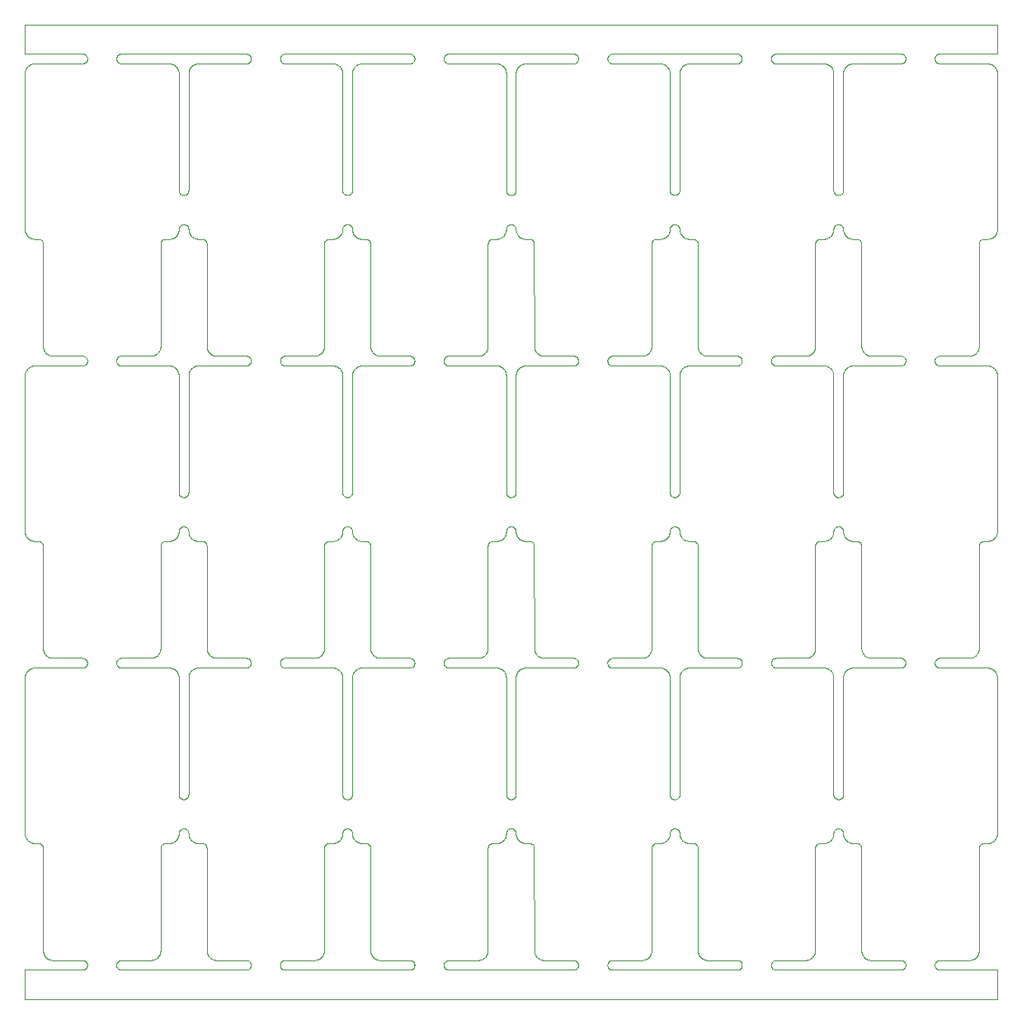
<source format=gm1>
G04 #@! TF.GenerationSoftware,KiCad,Pcbnew,6.0.11-2627ca5db0~126~ubuntu22.04.1*
G04 #@! TF.CreationDate,2023-04-03T23:49:23+02:00*
G04 #@! TF.ProjectId,panel,70616e65-6c2e-46b6-9963-61645f706362,rev?*
G04 #@! TF.SameCoordinates,Original*
G04 #@! TF.FileFunction,Profile,NP*
%FSLAX46Y46*%
G04 Gerber Fmt 4.6, Leading zero omitted, Abs format (unit mm)*
G04 Created by KiCad (PCBNEW 6.0.11-2627ca5db0~126~ubuntu22.04.1) date 2023-04-03 23:49:23*
%MOMM*%
%LPD*%
G01*
G04 APERTURE LIST*
G04 #@! TA.AperFunction,Profile*
%ADD10C,0.100000*%
G04 #@! TD*
G04 APERTURE END LIST*
D10*
X82952090Y-66694643D02*
X82939800Y-66658688D01*
X56540982Y-96942138D02*
X56519500Y-96952952D01*
X17743034Y-66001764D02*
X17705147Y-66004649D01*
X67142138Y-51759017D02*
X67152952Y-51780499D01*
X6385312Y-3629059D02*
X6378897Y-3652238D01*
X73585312Y-65370940D02*
X73590581Y-65394406D01*
X1876748Y-95056712D02*
X1876764Y-95056965D01*
X80942161Y-33576167D02*
X80949107Y-33566189D01*
X84804936Y-4019352D02*
X84804687Y-4019400D01*
X67405475Y-83607000D02*
X67405627Y-83607202D01*
X49154679Y-21655882D02*
X49162598Y-21646657D01*
X6273063Y-65160938D02*
X6288772Y-65179149D01*
X90201890Y-34903569D02*
X90182227Y-34917417D01*
X33601132Y-35955429D02*
X33601123Y-35955682D01*
X49617772Y-82582582D02*
X49638091Y-82569715D01*
X86569643Y-95952090D02*
X86569883Y-95952169D01*
X33601764Y-21056965D02*
X33604649Y-21094852D01*
X16688772Y-79320850D02*
X16673063Y-79339061D01*
X48741311Y-21939800D02*
X48741550Y-21939715D01*
X15671259Y-83490540D02*
X15677159Y-83479910D01*
X64149107Y-64566189D02*
X64149249Y-64565979D01*
X30453866Y-64684452D02*
X30454039Y-64684266D01*
X99800000Y-20996833D02*
X99800000Y-5003166D01*
X63432451Y-33994069D02*
X63470144Y-33989268D01*
X83324924Y-20528646D02*
X83347761Y-20521102D01*
X33604672Y-83095104D02*
X33605902Y-83107200D01*
X52090998Y-53111165D02*
X52109207Y-53126866D01*
X84000000Y-5003166D02*
X84000000Y-17009877D01*
X49369448Y-4755271D02*
X49366401Y-4743502D01*
X30159638Y-64900449D02*
X30159867Y-64900340D01*
X14907200Y-21994097D02*
X14907451Y-21994069D01*
X34492548Y-83994069D02*
X34492799Y-83994097D01*
X18774550Y-33434638D02*
X18774659Y-33434867D01*
X82616816Y-83786930D02*
X82617015Y-83786772D01*
X14945144Y-21989268D02*
X14945395Y-21989233D01*
X34200119Y-35083583D02*
X34199888Y-35083686D01*
X67152952Y-79219500D02*
X67142138Y-79240982D01*
X99334039Y-83845295D02*
X99334252Y-83845158D01*
X66480499Y-20547047D02*
X66502486Y-20537301D01*
X63971657Y-33762598D02*
X63980882Y-33754679D01*
X80604910Y-33877159D02*
X80615540Y-33871259D01*
X9598109Y-34096430D02*
X9617772Y-34082582D01*
X99376373Y-83817014D02*
X99407000Y-83794524D01*
X48557662Y-52987350D02*
X48595063Y-52980647D01*
X60170940Y-65014687D02*
X60194406Y-65009418D01*
X33813227Y-66382984D02*
X33813069Y-66383183D01*
X12981712Y-64998251D02*
X12981712Y-64998251D01*
X82845158Y-83534252D02*
X82845295Y-83534039D01*
X15334039Y-21845295D02*
X15334252Y-21845158D01*
X33456480Y-51643519D02*
X33473063Y-51660938D01*
X34294643Y-52952090D02*
X34294883Y-52952169D01*
X15694986Y-83445782D02*
X15700340Y-83434867D01*
X82952169Y-35694883D02*
X82952090Y-35694643D01*
X32595327Y-35904895D02*
X32594097Y-35892799D01*
X35790547Y-95728866D02*
X35790733Y-95729039D01*
X67811292Y-52921210D02*
X67811526Y-52921307D01*
X50273063Y-82660938D02*
X50288772Y-82679149D01*
X32598235Y-52056965D02*
X32598251Y-52056712D01*
X13278187Y-64935402D02*
X13313473Y-64921307D01*
X32566334Y-52256742D02*
X32566401Y-52256497D01*
X34603166Y-4000000D02*
X34603040Y-4000000D01*
X35485731Y-95145144D02*
X35485766Y-95145395D01*
X18719191Y-33293515D02*
X18722830Y-33305116D01*
X56519500Y-3952952D02*
X56497513Y-3962698D01*
X82056712Y-52998251D02*
X82056965Y-52998235D01*
X17592778Y-35021847D02*
X17592531Y-35021901D01*
X14895104Y-83995327D02*
X14907200Y-83994097D01*
X39675075Y-34971353D02*
X39652238Y-34978897D01*
X64119524Y-64607000D02*
X64142014Y-64576373D01*
X34120089Y-66122840D02*
X34109459Y-66128740D01*
X67194693Y-20918102D02*
X67197637Y-20941971D01*
X80970158Y-33534252D02*
X80970295Y-33534039D01*
X66077159Y-66520089D02*
X66071259Y-66509459D01*
X47494448Y-64244728D02*
X47494508Y-64244482D01*
X33600080Y-52003165D02*
X33601123Y-52044317D01*
X48607221Y-66021847D02*
X48595312Y-66019400D01*
X67204672Y-4904895D02*
X67204649Y-4905147D01*
X76628646Y-34324924D02*
X76637301Y-34302486D01*
X70030682Y-33998876D02*
X70071834Y-33999919D01*
X93794406Y-96009418D02*
X93818102Y-96005306D01*
X64654748Y-84028629D02*
X64677578Y-84021089D01*
X83740982Y-20557861D02*
X83761908Y-20569715D01*
X85841517Y-84324761D02*
X85849067Y-84347588D01*
X81176893Y-84280354D02*
X81187710Y-84258881D01*
X842337Y-83987350D02*
X842587Y-83987392D01*
X99624249Y-52565979D02*
X99645158Y-52534252D01*
X76947761Y-34021102D02*
X76970940Y-34014687D01*
X5909877Y-97000000D02*
X10000Y-97000000D01*
X76609418Y-34394406D02*
X76614687Y-34370940D01*
X33612649Y-66842337D02*
X33612607Y-66842587D01*
X84383183Y-52786930D02*
X84392797Y-52794372D01*
X68852380Y-84082535D02*
X68872040Y-84096376D01*
X50528866Y-52490760D02*
X50548142Y-52523505D01*
X51192778Y-21978152D02*
X51204687Y-21980599D01*
X16810731Y-83145144D02*
X16810766Y-83145395D01*
X85980128Y-95446008D02*
X85997720Y-95479687D01*
X15484452Y-83728866D02*
X15493264Y-83720490D01*
X51804258Y-22000592D02*
X51828236Y-22002361D01*
X67592999Y-4205475D02*
X67592797Y-4205627D01*
X99200111Y-66083686D02*
X99199880Y-66083583D01*
X68832065Y-22069676D02*
X68852380Y-22082535D01*
X6182227Y-65917417D02*
X6161908Y-65930284D01*
X97032200Y-33994097D02*
X97032451Y-33994069D01*
X84154704Y-4465960D02*
X84148273Y-4476277D01*
X122720Y-35520312D02*
X105128Y-35553991D01*
X50182227Y-48417417D02*
X50161908Y-48430284D01*
X46913707Y-33921210D02*
X46924880Y-33916416D01*
X63321833Y-34000000D02*
X63321959Y-33999999D01*
X84021901Y-35792531D02*
X84021847Y-35792778D01*
X2440361Y-33900449D02*
X2474888Y-33916313D01*
X77090122Y-35000000D02*
X77065956Y-34999406D01*
X66045295Y-4465960D02*
X66045158Y-4465747D01*
X50394693Y-82918102D02*
X50397637Y-82941971D01*
X17796960Y-66000077D02*
X17796834Y-66000080D01*
X19618034Y-33998235D02*
X19618287Y-33998251D01*
X99617014Y-66423626D02*
X99594524Y-66392999D01*
X32599922Y-66996960D02*
X32599919Y-66996834D01*
X16878789Y-83388707D02*
X16883583Y-83399880D01*
X6288772Y-34820850D02*
X6273063Y-34839061D01*
X63759867Y-33900340D02*
X63770782Y-33894986D01*
X33600077Y-66996960D02*
X33600000Y-67003040D01*
X82871259Y-35509459D02*
X82871133Y-35509239D01*
X43037301Y-96302486D02*
X43047047Y-96280499D01*
X30602279Y-95479687D02*
X30619871Y-95446008D01*
X19630429Y-33998867D02*
X19630682Y-33998876D01*
X2618257Y-95966334D02*
X2618502Y-95966401D01*
X49007000Y-4205475D02*
X48976373Y-4182985D01*
X66199919Y-4996834D02*
X66198876Y-4955682D01*
X15769448Y-66755271D02*
X15766401Y-66743502D01*
X47132000Y-33794524D02*
X47132202Y-33794372D01*
X56561908Y-96069715D02*
X56582227Y-96082582D01*
X50792999Y-35205475D02*
X50792797Y-35205627D01*
X99279910Y-21877159D02*
X99290540Y-21871259D01*
X32165979Y-66175750D02*
X32134252Y-66154841D01*
X26282582Y-96782227D02*
X26269715Y-96761908D01*
X17144117Y-4245320D02*
X17143927Y-4245488D01*
X67056480Y-79356480D02*
X67039061Y-79373063D01*
X19479936Y-95980647D02*
X19517337Y-95987350D01*
X17458688Y-21939800D02*
X17494643Y-21952090D01*
X16922720Y-21479687D02*
X16922840Y-21479910D01*
X50528866Y-83490760D02*
X50548142Y-83523505D01*
X46925111Y-95916313D02*
X46959638Y-95900449D01*
X66829059Y-20514687D02*
X66852238Y-20521102D01*
X67200080Y-35996834D02*
X67200077Y-35996960D01*
X15780599Y-35804687D02*
X15778152Y-35792778D01*
X50460199Y-83341311D02*
X50460284Y-83341550D01*
X33782985Y-21576373D02*
X33805475Y-21607000D01*
X73181897Y-34005306D02*
X73205593Y-34009418D01*
X82490540Y-21871259D02*
X82490760Y-21871133D01*
X86679936Y-33980647D02*
X86717337Y-33987350D01*
X82939715Y-21341550D02*
X82939800Y-21341311D01*
X49352169Y-21305116D02*
X49355808Y-21293515D01*
X84012607Y-83157412D02*
X84012649Y-83157662D01*
X68143034Y-83998235D02*
X68143287Y-83998251D01*
X97944510Y-53370758D02*
X97950932Y-53347588D01*
X64325000Y-32997014D02*
X64325001Y-32996889D01*
X52241517Y-53324761D02*
X52249067Y-53347588D01*
X49958028Y-20502362D02*
X49981897Y-20505306D01*
X39856480Y-65856480D02*
X39839061Y-65873063D01*
X34120312Y-21877279D02*
X34153991Y-21894871D01*
X154841Y-66465747D02*
X154704Y-66465960D01*
X509459Y-66128740D02*
X509239Y-66128866D01*
X892548Y-4005930D02*
X854855Y-4010731D01*
X13218515Y-33955808D02*
X13230116Y-33952169D01*
X69079649Y-33094852D02*
X69079672Y-33095104D01*
X39985312Y-34370940D02*
X39990581Y-34394406D01*
X69879936Y-64980647D02*
X69917337Y-64987350D01*
X18735199Y-64341311D02*
X18735284Y-64341550D01*
X67088772Y-79320850D02*
X67073063Y-79339061D01*
X99645158Y-35465747D02*
X99624249Y-35434020D01*
X15645295Y-35465960D02*
X15645158Y-35465747D01*
X13919097Y-95107200D02*
X13920327Y-95095104D01*
X81367934Y-22069676D02*
X81388855Y-22057828D01*
X99798876Y-35955682D02*
X99798867Y-35955429D01*
X47524921Y-33003109D02*
X47524923Y-33002984D01*
X67479509Y-83693264D02*
X67479686Y-83693445D01*
X23199406Y-34534043D02*
X23197637Y-34558028D01*
X68909207Y-53126866D02*
X68926624Y-53143441D01*
X84148273Y-4476277D02*
X84148142Y-4476494D01*
X69457984Y-95786772D02*
X69458183Y-95786930D01*
X12607Y-83157412D02*
X12649Y-83157662D01*
X80559638Y-64900449D02*
X80559867Y-64900340D01*
X82845158Y-35465747D02*
X82824249Y-35434020D01*
X10731Y-35854855D02*
X5930Y-35892548D01*
X99671133Y-52490760D02*
X99671259Y-52490540D01*
X16194406Y-79490581D02*
X16170940Y-79485312D01*
X50378897Y-17152238D02*
X50371353Y-17175075D01*
X33597637Y-17058028D02*
X33594693Y-17081897D01*
X17796834Y-52999919D02*
X17796960Y-52999922D01*
X18857838Y-95576167D02*
X18857985Y-95576373D01*
X128866Y-35509239D02*
X128740Y-35509459D01*
X84509459Y-4128740D02*
X84509239Y-4128866D01*
X19151277Y-95851726D02*
X19151494Y-95851857D01*
X1874999Y-63997014D02*
X1875076Y-64002984D01*
X99365979Y-4175750D02*
X99334252Y-4154841D01*
X35485766Y-33145395D02*
X35487607Y-33157412D01*
X32123505Y-66148142D02*
X32090760Y-66128866D01*
X26200000Y-65509877D02*
X26200000Y-65490122D01*
X33870960Y-83684266D02*
X33871133Y-83684452D01*
X84565361Y-52900449D02*
X84599888Y-52916313D01*
X93405306Y-96581897D02*
X93402362Y-96558028D01*
X48923722Y-66148273D02*
X48923505Y-66148142D01*
X6075075Y-3971353D02*
X6052238Y-3978897D01*
X66282582Y-17282227D02*
X66269715Y-17261908D01*
X81199568Y-84237965D02*
X81212437Y-84217656D01*
X99334039Y-35154704D02*
X99323722Y-35148273D01*
X47245490Y-33693264D02*
X47253866Y-33684452D01*
X51403166Y-4000000D02*
X51403040Y-4000000D01*
X15828646Y-82824924D02*
X15837301Y-82802486D01*
X56742138Y-3740982D02*
X56730284Y-3761908D01*
X69288227Y-64617015D02*
X69312239Y-64646463D01*
X99334039Y-66154704D02*
X99323722Y-66148273D01*
X60199Y-83341311D02*
X60284Y-83341550D01*
X65256965Y-35001764D02*
X65256712Y-35001748D01*
X63420104Y-64995327D02*
X63432200Y-64994097D01*
X26200000Y-34509877D02*
X26200000Y-34490122D01*
X99007468Y-4021901D02*
X99007221Y-4021847D01*
X48557412Y-21987392D02*
X48557662Y-21987350D01*
X26570940Y-34985312D02*
X26547761Y-34978897D01*
X84004649Y-66905147D02*
X84001764Y-66943034D01*
X67354841Y-21534252D02*
X67375750Y-21565979D01*
X73401890Y-3096430D02*
X73420850Y-3111227D01*
X33530284Y-51738091D02*
X33542138Y-51759017D01*
X39994693Y-3581897D02*
X39990581Y-3605593D01*
X81094448Y-95244728D02*
X81094508Y-95244482D01*
X31953187Y-66064597D02*
X31952951Y-66064506D01*
X50999888Y-35083686D02*
X50965361Y-35099550D01*
X98188855Y-22057828D02*
X98210333Y-22047021D01*
X15562598Y-21646657D02*
X15562760Y-21646463D01*
X50920312Y-66122720D02*
X50920089Y-66122840D01*
X63369317Y-95998876D02*
X63369570Y-95998867D01*
X35211144Y-53057828D02*
X35232065Y-53069676D01*
X599888Y-52916313D02*
X600119Y-52916416D01*
X82939800Y-21341311D02*
X82952090Y-21305356D01*
X32598251Y-83056712D02*
X32598867Y-83044570D01*
X53079687Y-95980599D02*
X53079936Y-95980647D01*
X82877159Y-66520089D02*
X82871259Y-66509459D01*
X15617014Y-83576373D02*
X15617161Y-83576167D01*
X13776726Y-64523722D02*
X13776857Y-64523505D01*
X59869715Y-3761908D02*
X59857861Y-3740982D01*
X5930Y-52107451D02*
X10731Y-52145144D01*
X32471133Y-4509239D02*
X32451857Y-4476494D01*
X31656712Y-83998251D02*
X31656965Y-83998235D01*
X15617161Y-66423832D02*
X15617014Y-66423626D01*
X66180647Y-4804936D02*
X66180599Y-4804687D01*
X76682582Y-34782227D02*
X76669715Y-34761908D01*
X63470395Y-33989233D02*
X63482412Y-33987392D01*
X13958482Y-22324761D02*
X13967143Y-22302331D01*
X31795063Y-83980647D02*
X31795312Y-83980599D01*
X99671133Y-35509239D02*
X99651857Y-35476494D01*
X34603040Y-4000000D02*
X34596960Y-4000077D01*
X82446008Y-83894871D02*
X82479687Y-83877279D01*
X15199880Y-52916416D02*
X15200111Y-52916313D01*
X97571657Y-64762598D02*
X97580882Y-64754679D01*
X43009418Y-3394406D02*
X43014687Y-3370940D01*
X29932468Y-95978098D02*
X29969482Y-95969508D01*
X93770940Y-65985312D02*
X93747761Y-65978897D01*
X9659017Y-34942138D02*
X9638091Y-34930284D01*
X18696847Y-64207221D02*
X18696901Y-64207468D01*
X67633810Y-66175892D02*
X67623832Y-66182838D01*
X63369570Y-95998867D02*
X63381712Y-95998251D01*
X93841971Y-96002362D02*
X93865956Y-96000593D01*
X15105356Y-21952090D02*
X15141311Y-21939800D01*
X99200111Y-35083686D02*
X99199880Y-35083583D01*
X52658183Y-95786930D02*
X52667797Y-95794372D01*
X23197637Y-34558028D02*
X23194693Y-34581897D01*
X30248505Y-64851857D02*
X30248722Y-64851726D01*
X32539800Y-4658688D02*
X32539715Y-4658449D01*
X97404687Y-95877279D02*
X97404910Y-95877159D01*
X50412607Y-35842587D02*
X50410766Y-35854604D01*
X99188707Y-83921210D02*
X99199880Y-83916416D01*
X97860402Y-95353187D02*
X97860493Y-95352951D01*
X65893264Y-21720490D02*
X65893445Y-21720313D01*
X56561908Y-3930284D02*
X56540982Y-3942138D01*
X67471133Y-4315547D02*
X67470960Y-4315733D01*
X33915547Y-4271133D02*
X33906735Y-4279509D01*
X52276748Y-95056712D02*
X52276764Y-95056965D01*
X6330284Y-34238091D02*
X6342138Y-34259017D01*
X47059252Y-95845158D02*
X47090979Y-95824249D01*
X34555682Y-52998876D02*
X34596834Y-52999919D01*
X15721210Y-83388707D02*
X15721307Y-83388473D01*
X69094352Y-95195063D02*
X69094400Y-95195312D01*
X30873375Y-53143441D02*
X30890792Y-53126866D01*
X33439061Y-79373063D02*
X33420850Y-79388772D01*
X16801123Y-21044317D02*
X16801132Y-21044570D01*
X17309459Y-52871259D02*
X17320089Y-52877159D01*
X29870395Y-33989233D02*
X29882412Y-33987392D01*
X85887607Y-95157412D02*
X85887649Y-95157662D01*
X13923235Y-95056965D02*
X13923251Y-95056712D01*
X22875075Y-96028646D02*
X22897513Y-96037301D01*
X26665956Y-34000593D02*
X26690122Y-34000000D01*
X97653866Y-33684452D02*
X97654039Y-33684266D01*
X50743927Y-35245488D02*
X50715733Y-35270960D01*
X15716416Y-66600119D02*
X15716313Y-66599888D01*
X29819852Y-95995350D02*
X29820104Y-95995327D01*
X80121833Y-34000000D02*
X80121959Y-33999999D01*
X392999Y-4205475D02*
X392797Y-4205627D01*
X67200000Y-20996959D02*
X67200077Y-21003039D01*
X26205306Y-65418102D02*
X26209418Y-65394406D01*
X59802362Y-65558028D02*
X59800593Y-65534043D01*
X18705491Y-95244482D02*
X18705551Y-95244728D01*
X33488772Y-82679149D02*
X33503569Y-82698109D01*
X84465747Y-52845158D02*
X84465960Y-52845295D01*
X43465956Y-65999406D02*
X43441971Y-65997637D01*
X647048Y-35064506D02*
X646812Y-35064597D01*
X99792429Y-97000299D02*
X99791950Y-97000192D01*
X50097513Y-79462698D02*
X50075075Y-79471353D01*
X30551Y-35755271D02*
X30491Y-35755517D01*
X1545251Y-22028629D02*
X1567684Y-22037280D01*
X47132202Y-95794372D02*
X47141816Y-95786930D01*
X60124924Y-3028646D02*
X60147761Y-3021102D01*
X68958915Y-22179052D02*
X68973713Y-22198002D01*
X84213227Y-35382984D02*
X84213069Y-35383183D01*
X30927959Y-84096376D02*
X30947619Y-84082535D01*
X68042337Y-35012649D02*
X68004936Y-35019352D01*
X599888Y-66083686D02*
X565361Y-66099550D01*
X13490979Y-95824249D02*
X13491189Y-95824107D01*
X2309020Y-33824249D02*
X2340747Y-33845158D01*
X66237301Y-79197513D02*
X66228646Y-79175075D01*
X30124880Y-95916416D02*
X30125111Y-95916313D01*
X52488227Y-95617015D02*
X52512239Y-95646463D01*
X59828646Y-96675075D02*
X59821102Y-96652238D01*
X5930Y-66892548D02*
X5902Y-66892799D01*
X34355271Y-21969448D02*
X34355517Y-21969508D01*
X64597Y-83353187D02*
X78692Y-83388473D01*
X81226286Y-84198002D02*
X81241084Y-84179052D01*
X47245313Y-95693445D02*
X47245490Y-95693264D01*
X67354841Y-83534252D02*
X67375750Y-83565979D01*
X32386772Y-21617015D02*
X32386930Y-21616816D01*
X67354841Y-35465747D02*
X67354704Y-35465960D01*
X67375750Y-21565979D02*
X67375892Y-21566189D01*
X9560938Y-96873063D02*
X9543519Y-96856480D01*
X4649Y-83094852D02*
X4672Y-83095104D01*
X35657985Y-33576373D02*
X35680475Y-33607000D01*
X18708665Y-33256742D02*
X18719118Y-33293273D01*
X33600000Y-51996833D02*
X33600000Y-51996959D01*
X26524924Y-96028646D02*
X26547761Y-96021102D01*
X18228236Y-53002361D02*
X18252099Y-53005303D01*
X67001890Y-79403569D02*
X66982227Y-79417417D01*
X81167143Y-84302331D02*
X81176893Y-84280354D01*
X97120063Y-33980647D02*
X97120312Y-33980599D01*
X19400Y-35804687D02*
X19352Y-35804936D01*
X67200000Y-67003166D02*
X67200000Y-79009877D01*
X98254748Y-53028629D02*
X98277578Y-53021089D01*
X32246463Y-35237239D02*
X32217015Y-35213227D01*
X64196259Y-33490540D02*
X64202159Y-33479910D01*
X82916416Y-4600119D02*
X82916313Y-4599888D01*
X19067999Y-64794524D02*
X19098626Y-64817014D01*
X63520063Y-95980647D02*
X63520312Y-95980599D01*
X23020850Y-65111227D02*
X23039061Y-65126936D01*
X15780599Y-52195312D02*
X15780647Y-52195063D01*
X31856497Y-83966401D02*
X31856742Y-83966334D01*
X53230682Y-64998876D02*
X53271834Y-64999919D01*
X383183Y-83786930D02*
X392797Y-83794372D01*
X67212649Y-4842337D02*
X67212607Y-4842587D01*
X50792999Y-66205475D02*
X50792797Y-66205627D01*
X93560938Y-34126936D02*
X93579149Y-34111227D01*
X15752169Y-66694883D02*
X15752090Y-66694643D01*
X35857984Y-64786772D02*
X35858183Y-64786930D01*
X80996133Y-33490760D02*
X80996259Y-33490540D01*
X35232065Y-22069676D02*
X35252380Y-22082535D01*
X50401748Y-66943287D02*
X50401132Y-66955429D01*
X81187710Y-22258881D02*
X81199568Y-22237965D01*
X50637239Y-35353536D02*
X50613227Y-35382984D01*
X148273Y-66476277D02*
X148142Y-66476494D01*
X99245782Y-52894986D02*
X99246008Y-52894871D01*
X2569643Y-64952090D02*
X2569883Y-64952169D01*
X48444570Y-4001132D02*
X48444317Y-4001123D01*
X93724924Y-3971353D02*
X93702486Y-3962698D01*
X9724924Y-34971353D02*
X9702486Y-34962698D01*
X6029059Y-34985312D02*
X6005593Y-34990581D01*
X67445320Y-52655882D02*
X67445488Y-52656072D01*
X84012607Y-66842587D02*
X84010766Y-66854604D01*
X34294883Y-52952169D02*
X34306484Y-52955808D01*
X26665956Y-96000593D02*
X26690122Y-96000000D01*
X32535493Y-83352951D02*
X32539715Y-83341550D01*
X39719500Y-96952952D02*
X39697513Y-96962698D01*
X26570940Y-96985312D02*
X26547761Y-96978897D01*
X67103569Y-51698109D02*
X67117417Y-51717772D01*
X31656965Y-52998235D02*
X31694852Y-52995350D01*
X13359638Y-64900449D02*
X13359867Y-64900340D01*
X59800000Y-65490122D02*
X59800593Y-65465956D01*
X66199922Y-66996960D02*
X66199919Y-66996834D01*
X86340960Y-64845295D02*
X86351277Y-64851726D01*
X30371463Y-33762760D02*
X30371657Y-33762598D01*
X56800000Y-34509877D02*
X56799406Y-34534043D01*
X33134043Y-20500593D02*
X33158028Y-20502362D01*
X83000000Y-67003166D02*
X82999999Y-67003040D01*
X16405593Y-20509418D02*
X16429059Y-20514687D01*
X98277578Y-22021089D02*
X98300751Y-22014679D01*
X18490998Y-84111165D02*
X18509207Y-84126866D01*
X2440132Y-95900340D02*
X2440361Y-95900449D01*
X9724924Y-34028646D02*
X9747761Y-34021102D01*
X85974659Y-64434867D02*
X85980013Y-64445782D01*
X2154509Y-33693264D02*
X2154686Y-33693445D01*
X19151277Y-33851726D02*
X19151494Y-33851857D01*
X84047830Y-52305116D02*
X84047909Y-52305356D01*
X48834867Y-66099659D02*
X48834638Y-66099550D01*
X30248722Y-64851726D02*
X30259039Y-64845295D01*
X2818287Y-64998251D02*
X2830429Y-64998867D01*
X6342138Y-65259017D02*
X6352952Y-65280499D01*
X18954686Y-95693445D02*
X18981554Y-95720313D01*
X49457861Y-17240982D02*
X49447047Y-17219500D01*
X66045295Y-52534039D02*
X66051726Y-52523722D01*
X26257861Y-3740982D02*
X26247047Y-3719500D01*
X56742138Y-34259017D02*
X56752952Y-34280499D01*
X97742014Y-33576373D02*
X97742161Y-33576167D01*
X47419871Y-33446008D02*
X47419986Y-33445782D01*
X51143502Y-21966401D02*
X51155271Y-21969448D01*
X35358915Y-84179052D02*
X35373713Y-84198002D01*
X35358915Y-53179052D02*
X35373713Y-53198002D01*
X29728165Y-33999919D02*
X29769317Y-33998876D01*
X2181735Y-95720490D02*
X2190547Y-95728866D01*
X60147761Y-34978897D02*
X60124924Y-34971353D01*
X30750932Y-22347588D02*
X30758482Y-22324761D01*
X48644728Y-83969448D02*
X48656497Y-83966401D01*
X69917337Y-95987350D02*
X69917587Y-95987392D01*
X70071834Y-64999919D02*
X70071960Y-64999922D01*
X99334252Y-4154841D02*
X99334039Y-4154704D01*
X17045488Y-83656072D02*
X17070960Y-83684266D01*
X97070395Y-64989233D02*
X97082412Y-64987392D01*
X83782227Y-82582582D02*
X83801890Y-82596430D01*
X15755881Y-83293273D02*
X15766334Y-83256742D01*
X46913707Y-64921210D02*
X46924880Y-64916416D01*
X31807468Y-35021901D02*
X31807221Y-35021847D01*
X47971763Y-84002361D02*
X47995741Y-84000592D01*
X81060402Y-33353187D02*
X81060493Y-33352951D01*
X52397840Y-95479910D02*
X52403740Y-95490540D01*
X83057861Y-48240982D02*
X83047047Y-48219500D01*
X66282582Y-79282227D02*
X66269715Y-79261908D01*
X84465747Y-21845158D02*
X84465960Y-21845295D01*
X84004649Y-52094852D02*
X84004672Y-52095104D01*
X65856072Y-52754511D02*
X65884266Y-52729039D01*
X30491Y-83244482D02*
X30551Y-83244728D01*
X73585312Y-3629059D02*
X73578897Y-3652238D01*
X16742138Y-17240982D02*
X16730284Y-17261908D01*
X64312350Y-64157662D02*
X64312392Y-64157412D01*
X128866Y-21490760D02*
X148142Y-21523505D01*
X47909Y-21305356D02*
X60199Y-21341311D01*
X32217015Y-83786772D02*
X32246463Y-83762760D01*
X16147761Y-82521102D02*
X16170940Y-82514687D01*
X84565132Y-66099659D02*
X84554217Y-66105013D01*
X97371008Y-95894871D02*
X97404687Y-95877279D01*
X69096901Y-64207468D02*
X69105491Y-64244482D01*
X49251726Y-52523722D02*
X49251857Y-52523505D01*
X83930284Y-17261908D02*
X83917417Y-17282227D01*
X17234020Y-4175750D02*
X17233810Y-4175892D01*
X84148273Y-83523722D02*
X84154704Y-83534039D01*
X83697513Y-79462698D02*
X83675075Y-79471353D01*
X34033810Y-52824107D02*
X34034020Y-52824249D01*
X46769482Y-33969508D02*
X46769728Y-33969448D01*
X30680808Y-64293515D02*
X30680881Y-64293273D01*
X13618264Y-64720490D02*
X13618445Y-64720313D01*
X56799406Y-3534043D02*
X56797637Y-3558028D01*
X52353692Y-64388473D02*
X52353789Y-64388707D01*
X50505013Y-4554217D02*
X50499659Y-4565132D01*
X66214687Y-17129059D02*
X66209418Y-17105593D01*
X97169482Y-95969508D02*
X97169728Y-95969448D01*
X84955682Y-4001123D02*
X84955429Y-4001132D01*
X32134252Y-35154841D02*
X32134039Y-35154704D01*
X50715547Y-83728866D02*
X50715733Y-83729039D01*
X66214687Y-79129059D02*
X66209418Y-79105593D01*
X31694852Y-4004649D02*
X31656965Y-4001764D01*
X30890792Y-53126866D02*
X30909001Y-53111165D01*
X6399406Y-96534043D02*
X6397637Y-96558028D01*
X66045158Y-52534252D02*
X66045295Y-52534039D01*
X81477578Y-53021089D02*
X81500751Y-53014679D01*
X66169508Y-35755517D02*
X66169448Y-35755271D01*
X50505013Y-35554217D02*
X50499659Y-35565132D01*
X84060199Y-4658688D02*
X84047909Y-4694643D01*
X63369317Y-33998876D02*
X63369570Y-33998867D01*
X97864800Y-95341311D02*
X97877090Y-95305356D01*
X80818445Y-95720313D02*
X80845313Y-95693445D01*
X81119097Y-33107200D02*
X81120327Y-33095104D01*
X63369570Y-33998867D02*
X63381712Y-33998251D01*
X6173Y-99999238D02*
X6631Y-99999415D01*
X65634867Y-83900340D02*
X65645782Y-83894986D01*
X15869715Y-79261908D02*
X15857861Y-79240982D01*
X69223142Y-64523505D02*
X69223273Y-64523722D01*
X99417015Y-21786772D02*
X99446463Y-21762760D01*
X52287649Y-95157662D02*
X52294352Y-95195063D01*
X82157662Y-4012649D02*
X82157412Y-4012607D01*
X66024107Y-52566189D02*
X66024249Y-52565979D01*
X33229059Y-20514687D02*
X33252238Y-20521102D01*
X64303152Y-95207221D02*
X64305599Y-95195312D01*
X52339597Y-64353187D02*
X52353692Y-64388473D01*
X16639061Y-17373063D02*
X16620850Y-17388772D01*
X32256072Y-4245488D02*
X32255882Y-4245320D01*
X84175892Y-52566189D02*
X84182838Y-52576167D01*
X82534252Y-35154841D02*
X82534039Y-35154704D01*
X84804936Y-83980647D02*
X84842337Y-83987350D01*
X86440132Y-95900340D02*
X86440361Y-95900449D01*
X2050892Y-95566189D02*
X2057838Y-95576167D01*
X56452238Y-3021102D02*
X56475075Y-3028646D01*
X32424107Y-66433810D02*
X32417161Y-66423832D01*
X32471259Y-52490540D02*
X32477159Y-52479910D01*
X2871960Y-33999922D02*
X2878040Y-33999999D01*
X22758028Y-3997637D02*
X22734043Y-3999406D01*
X17143927Y-35245488D02*
X17115733Y-35270960D01*
X16241971Y-17497637D02*
X16218102Y-17494693D01*
X34392778Y-52978152D02*
X34404687Y-52980599D01*
X67405475Y-4392999D02*
X67382985Y-4423626D01*
X16017772Y-48417417D02*
X15998109Y-48403569D01*
X14856712Y-21998251D02*
X14856965Y-21998235D01*
X49496430Y-48301890D02*
X49482582Y-48282227D01*
X97923251Y-95056712D02*
X97923867Y-95044570D01*
X48456965Y-66001764D02*
X48456712Y-66001748D01*
X84854855Y-4010731D02*
X84854604Y-4010766D01*
X23197637Y-3558028D02*
X23194693Y-3581897D01*
X83985312Y-20870940D02*
X83990581Y-20894406D01*
X66709877Y-20500000D02*
X66734043Y-20500593D01*
X65723505Y-4148142D02*
X65690760Y-4128866D01*
X2533688Y-95939800D02*
X2569643Y-95952090D01*
X16452238Y-17478897D02*
X16429059Y-17485312D01*
X18275789Y-53009412D02*
X18299248Y-53014679D01*
X69498832Y-33817161D02*
X69508810Y-33824107D01*
X56799406Y-96465956D02*
X56800000Y-96490122D01*
X13894448Y-64244728D02*
X13894508Y-64244482D01*
X34034020Y-35175750D02*
X34033810Y-35175892D01*
X15200111Y-35083686D02*
X15199880Y-35083583D01*
X30724923Y-64002984D02*
X30725000Y-63997014D01*
X66524924Y-17471353D02*
X66502486Y-17462698D01*
X43280499Y-65952952D02*
X43259017Y-65942138D01*
X32123505Y-4148142D02*
X32090760Y-4128866D01*
X50405930Y-35892548D02*
X50405902Y-35892799D01*
X33879686Y-83693445D02*
X33906554Y-83720313D01*
X18946133Y-64684452D02*
X18954509Y-64693264D01*
X26360938Y-3126936D02*
X26379149Y-3111227D01*
X99799700Y-7570D02*
X99799569Y-7097D01*
X69153692Y-95388473D02*
X69153789Y-95388707D01*
X80996259Y-33490540D02*
X81002159Y-33479910D01*
X52828991Y-33894871D02*
X52829217Y-33894986D01*
X99376167Y-35182838D02*
X99366189Y-35175892D01*
X48934039Y-4154704D02*
X48923722Y-4148273D01*
X353342Y-21762598D02*
X353536Y-21762760D01*
X84465747Y-4154841D02*
X84434020Y-4175750D01*
X81002159Y-64479910D02*
X81002279Y-64479687D01*
X49007202Y-21794372D02*
X49016816Y-21786930D01*
X32134039Y-52845295D02*
X32134252Y-52845158D01*
X15752169Y-35694883D02*
X15752090Y-35694643D01*
X13932160Y-22441764D02*
X13935113Y-22417902D01*
X48800111Y-35083686D02*
X48799880Y-35083583D01*
X84083583Y-83399880D02*
X84083686Y-83400111D01*
X50548142Y-66476494D02*
X50528866Y-66509239D01*
X2928Y-99997071D02*
X3284Y-99997409D01*
X1800431Y-53237965D02*
X1812289Y-53258881D01*
X84904895Y-35004672D02*
X84892799Y-35005902D01*
X84033598Y-4743502D02*
X84030551Y-4755271D01*
X15716416Y-35600119D02*
X15716313Y-35599888D01*
X67244118Y-83293273D02*
X67244191Y-83293515D01*
X65817015Y-66213227D02*
X65816816Y-66213069D01*
X85690998Y-84111165D02*
X85709207Y-84126866D01*
X76600593Y-3465956D02*
X76602362Y-3441971D01*
X19369883Y-33952169D02*
X19381484Y-33955808D01*
X76621102Y-34652238D02*
X76614687Y-34629059D01*
X84078692Y-83388473D02*
X84078789Y-83388707D01*
X51106484Y-66044191D02*
X51094883Y-66047830D01*
X743257Y-52966334D02*
X743502Y-52966401D01*
X82056712Y-66001748D02*
X82044570Y-66001132D01*
X19321812Y-95935402D02*
X19322048Y-95935493D01*
X98796959Y-4000000D02*
X98796833Y-4000000D01*
X2218927Y-33754511D02*
X2219117Y-33754679D01*
X49770940Y-82514687D02*
X49794406Y-82509418D01*
X905147Y-4004649D02*
X904895Y-4004672D01*
X15044482Y-66030491D02*
X15007468Y-66021901D01*
X83903569Y-20698109D02*
X83917417Y-20717772D01*
X98127959Y-53096376D02*
X98147619Y-53082535D01*
X97912392Y-64157412D02*
X97914233Y-64145395D01*
X50833810Y-66175892D02*
X50823832Y-66182838D01*
X80466311Y-95939800D02*
X80466550Y-95939715D01*
X31603165Y-66000080D02*
X31603039Y-66000077D01*
X69381554Y-33720313D02*
X69381735Y-33720490D01*
X47830Y-21305116D02*
X47909Y-21305356D01*
X47519069Y-64107451D02*
X47519097Y-64107200D01*
X39534043Y-3999406D02*
X39509877Y-4000000D01*
X69079672Y-64095104D02*
X69080902Y-64107200D01*
X48693515Y-52955808D02*
X48705116Y-52952169D01*
X90362698Y-34302486D02*
X90371353Y-34324924D01*
X15721307Y-21388473D02*
X15735402Y-21353187D01*
X52667797Y-33794372D02*
X52667999Y-33794524D01*
X32494871Y-4553991D02*
X32477279Y-4520312D01*
X33813069Y-35383183D02*
X33805627Y-35392797D01*
X14945395Y-21989233D02*
X14957412Y-21987392D01*
X73594693Y-65418102D02*
X73597637Y-65441971D01*
X67221847Y-66792778D02*
X67219400Y-66804687D01*
X26690122Y-35000000D02*
X26665956Y-34999406D01*
X48976373Y-4182985D02*
X48976167Y-4182838D01*
X13860402Y-95353187D02*
X13860493Y-95352951D01*
X48644728Y-4030551D02*
X48644482Y-4030491D01*
X76602362Y-3441971D02*
X76605306Y-3418102D01*
X46959867Y-95900340D02*
X46970782Y-95894986D01*
X99792902Y-430D02*
X99792429Y-299D01*
X84599888Y-35083686D02*
X84565361Y-35099550D01*
X84611526Y-4078692D02*
X84611292Y-4078789D01*
X34355517Y-4030491D02*
X34355271Y-4030551D01*
X23117417Y-34217772D02*
X23130284Y-34238091D01*
X8049Y-192D02*
X7570Y-299D01*
X85003166Y-53000000D02*
X85380099Y-53000000D01*
X67278692Y-83388473D02*
X67278789Y-83388707D01*
X82935493Y-66647048D02*
X82935402Y-66646812D01*
X97924921Y-33003109D02*
X97924923Y-33002984D01*
X13371008Y-33894871D02*
X13404687Y-33877279D01*
X18990733Y-33729039D02*
X19018927Y-33754511D01*
X52933449Y-33939715D02*
X52933688Y-33939800D01*
X49294871Y-21446008D02*
X49294986Y-21445782D01*
X31644317Y-35001123D02*
X31603165Y-35000080D01*
X84433810Y-83824107D02*
X84434020Y-83824249D01*
X15814687Y-79129059D02*
X15809418Y-79105593D01*
X17071133Y-35315547D02*
X17070960Y-35315733D01*
X69540960Y-33845295D02*
X69551277Y-33851726D01*
X34258688Y-52939800D02*
X34294643Y-52952090D01*
X48495104Y-35004672D02*
X48494852Y-35004649D01*
X13719524Y-33607000D02*
X13742014Y-33576373D01*
X76779149Y-34888772D02*
X76760938Y-34873063D01*
X90397637Y-96441971D02*
X90399406Y-96465956D01*
X17045488Y-4343927D02*
X17045320Y-4344117D01*
X97749107Y-95566189D02*
X97749249Y-95565979D01*
X67709459Y-35128740D02*
X67709239Y-35128866D01*
X33664506Y-66647048D02*
X33660284Y-66658449D01*
X16334043Y-17499406D02*
X16309877Y-17500000D01*
X36317587Y-64987392D02*
X36329604Y-64989233D01*
X49335493Y-21352951D02*
X49339715Y-21341550D01*
X82998876Y-21044317D02*
X82999919Y-21003165D01*
X50965361Y-21900449D02*
X50999888Y-21916313D01*
X33678789Y-21388707D02*
X33683583Y-21399880D01*
X67200000Y-51990122D02*
X67200000Y-51996833D01*
X47132000Y-64794524D02*
X47132202Y-64794372D01*
X53117337Y-95987350D02*
X53117587Y-95987392D01*
X12Y-9509D02*
X0Y-10000D01*
X99671133Y-21490760D02*
X99671259Y-21490540D01*
X1922830Y-95305116D02*
X1922909Y-95305356D01*
X81123251Y-64056712D02*
X81123867Y-64044570D01*
X33754841Y-83534252D02*
X33775750Y-83565979D01*
X2474888Y-64916313D02*
X2475119Y-64916416D01*
X99484266Y-83729039D02*
X99484452Y-83728866D01*
X32609418Y-17105593D02*
X32605306Y-17081897D01*
X18490998Y-53111165D02*
X18509207Y-53126866D01*
X33594693Y-51918102D02*
X33597637Y-51941971D01*
X84237239Y-35353536D02*
X84213227Y-35382984D01*
X10000Y-97000000D02*
X9509Y-97000012D01*
X93400593Y-96534043D02*
X93400000Y-96509877D01*
X76970940Y-65985312D02*
X76947761Y-65978897D01*
X30691401Y-95256497D02*
X30694448Y-95244728D01*
X86080627Y-64607202D02*
X86088069Y-64616816D01*
X66417772Y-20582582D02*
X66438091Y-20569715D01*
X80691189Y-95824107D02*
X80701167Y-95817161D01*
X15493264Y-52720490D02*
X15493445Y-52720313D01*
X93724924Y-34971353D02*
X93702486Y-34962698D01*
X64314268Y-64145144D02*
X64319069Y-64107451D01*
X15105356Y-83952090D02*
X15141311Y-83939800D01*
X98796833Y-84000000D02*
X98796959Y-83999999D01*
X99780647Y-4804936D02*
X99780599Y-4804687D01*
X33571353Y-82824924D02*
X33578897Y-82847761D01*
X50119500Y-20547047D02*
X50140982Y-20557861D01*
X48705356Y-35047909D02*
X48705116Y-35047830D01*
X49511227Y-51679149D02*
X49526936Y-51660938D01*
X84353342Y-4237401D02*
X84344117Y-4245320D01*
X33813069Y-66383183D02*
X33805627Y-66392797D01*
X83873063Y-79339061D02*
X83856480Y-79356480D01*
X47059252Y-33845158D02*
X47090979Y-33824249D01*
X13923251Y-64056712D02*
X13923867Y-64044570D01*
X26690122Y-3000000D02*
X39509877Y-3000000D01*
X86780147Y-95995350D02*
X86818034Y-95998235D01*
X33401890Y-79403569D02*
X33382227Y-79417417D01*
X73109877Y-97000000D02*
X60290122Y-97000000D01*
X98796959Y-35000000D02*
X98796833Y-35000000D01*
X69223142Y-95523505D02*
X69223273Y-95523722D01*
X29769570Y-64998867D02*
X29781712Y-64998251D01*
X68604258Y-84000592D02*
X68628236Y-84002361D01*
X18954509Y-64693264D02*
X18954686Y-64693445D01*
X2088227Y-95617015D02*
X2112239Y-95646463D01*
X99617014Y-4423626D02*
X99594524Y-4392999D01*
X35441517Y-22324761D02*
X35449067Y-22347588D01*
X69064886Y-22417902D02*
X69067839Y-22441764D01*
X32970940Y-48485312D02*
X32947761Y-48478897D01*
X47446307Y-64388473D02*
X47460402Y-64353187D01*
X97770295Y-33534039D02*
X97776726Y-33523722D01*
X32880499Y-48452952D02*
X32859017Y-48442138D01*
X84465960Y-52845295D02*
X84476277Y-52851726D01*
X2830682Y-33998876D02*
X2871834Y-33999919D01*
X97935113Y-22417902D02*
X97939233Y-22394215D01*
X73571353Y-96675075D02*
X73562698Y-96697513D01*
X65307451Y-66005930D02*
X65307200Y-66005902D01*
X33953342Y-35237401D02*
X33944117Y-35245320D01*
X17265747Y-21845158D02*
X17265960Y-21845295D01*
X392797Y-66205627D02*
X383183Y-66213069D01*
X13132468Y-64978098D02*
X13169482Y-64969508D01*
X56405593Y-96990581D02*
X56381897Y-96994693D01*
X67665960Y-66154704D02*
X67665747Y-66154841D01*
X98995063Y-66019352D02*
X98957662Y-66012649D01*
X97967143Y-22302331D02*
X97976893Y-22280354D01*
X33845488Y-52656072D02*
X33870960Y-52684266D01*
X65723722Y-21851726D02*
X65734039Y-21845295D01*
X80181712Y-64998251D02*
X80181965Y-64998235D01*
X30487760Y-95646463D02*
X30511772Y-95617015D01*
X83347761Y-48478897D02*
X83324924Y-48471353D01*
X19580147Y-33995350D02*
X19618034Y-33998235D01*
X804936Y-21980647D02*
X842337Y-21987350D01*
X430Y-7097D02*
X299Y-7570D01*
X63369570Y-64998867D02*
X63381712Y-64998251D01*
X15624249Y-21565979D02*
X15645158Y-21534252D01*
X86533449Y-64939715D02*
X86533688Y-64939800D01*
X69041517Y-53324761D02*
X69049067Y-53347588D01*
X26257861Y-96740982D02*
X26247047Y-96719500D01*
X80742015Y-64786772D02*
X80771463Y-64762760D01*
X64111930Y-64616816D02*
X64119372Y-64607202D01*
X245320Y-4344117D02*
X237401Y-4353342D01*
X66690122Y-82500000D02*
X66709877Y-82500000D01*
X50637239Y-52646463D02*
X50637401Y-52646657D01*
X50430551Y-52244728D02*
X50433598Y-52256497D01*
X97944510Y-84370758D02*
X97950932Y-84347588D01*
X9818102Y-96994693D02*
X9794406Y-96990581D01*
X99798876Y-4955682D02*
X99798867Y-4955429D01*
X84343927Y-66245488D02*
X84315733Y-66270960D01*
X66200000Y-82996833D02*
X66200000Y-82990122D01*
X49389233Y-66854604D02*
X49387392Y-66842587D01*
X93402362Y-3558028D02*
X93400593Y-3534043D01*
X86429217Y-64894986D02*
X86440132Y-64900340D01*
X34065960Y-35154704D02*
X34065747Y-35154841D01*
X6140982Y-96942138D02*
X6119500Y-96952952D01*
X34504895Y-21995327D02*
X34505147Y-21995350D01*
X30841084Y-53179052D02*
X30856792Y-53160850D01*
X26379149Y-3888772D02*
X26360938Y-3873063D01*
X50342138Y-82759017D02*
X50352952Y-82780499D01*
X82817161Y-21576167D02*
X82824107Y-21566189D01*
X52090998Y-84111165D02*
X52109207Y-84126866D01*
X98844570Y-83998867D02*
X98856712Y-83998251D01*
X33600000Y-5003166D02*
X33600000Y-17009877D01*
X15365979Y-66175750D02*
X15334252Y-66154841D01*
X52423273Y-95523722D02*
X52429704Y-95534039D01*
X1180Y-97005286D02*
X960Y-97005724D01*
X56656480Y-34143519D02*
X56673063Y-34160938D01*
X26311227Y-96820850D02*
X26296430Y-96801890D01*
X64260493Y-64352951D02*
X64264715Y-64341550D01*
X17153342Y-35237401D02*
X17144117Y-35245320D01*
X93543519Y-65143519D02*
X93560938Y-65126936D01*
X73275075Y-34028646D02*
X73297513Y-34037301D01*
X16805930Y-4892548D02*
X16805902Y-4892799D01*
X65541311Y-35060199D02*
X65505356Y-35047909D01*
X14894852Y-83995350D02*
X14895104Y-83995327D01*
X76711227Y-34179149D02*
X76726936Y-34160938D01*
X49316416Y-83399880D02*
X49321210Y-83388707D01*
X34033810Y-35175892D02*
X34023832Y-35182838D01*
X17106735Y-4279509D02*
X17106554Y-4279686D01*
X17803166Y-35000000D02*
X17803040Y-35000000D01*
X35343207Y-22160850D02*
X35358915Y-22179052D01*
X84044191Y-52293515D02*
X84047830Y-52305116D01*
X6394693Y-3581897D02*
X6390581Y-3605593D01*
X99677159Y-83479910D02*
X99677279Y-83479687D01*
X892799Y-35005902D02*
X892548Y-35005930D01*
X66296430Y-82698109D02*
X66311227Y-82679149D01*
X15800000Y-67003166D02*
X15799999Y-67003040D01*
X15141550Y-21939715D02*
X15152951Y-21935493D01*
X39962698Y-34697513D02*
X39952952Y-34719500D01*
X66734043Y-51500593D02*
X66758028Y-51502362D01*
X32134252Y-83845158D02*
X32165979Y-83824249D01*
X65256712Y-83998251D02*
X65256965Y-83998235D01*
X99799891Y-2991467D02*
X99799951Y-2990980D01*
X47048505Y-64851857D02*
X47048722Y-64851726D01*
X68155429Y-52998867D02*
X68155682Y-52998876D01*
X16844118Y-35706726D02*
X16833665Y-35743257D01*
X69074998Y-94996889D02*
X69074999Y-94997014D01*
X16717417Y-51717772D02*
X16730284Y-51738091D01*
X69457984Y-64786772D02*
X69458183Y-64786930D01*
X99323722Y-66148273D02*
X99323505Y-66148142D01*
X49355808Y-52293515D02*
X49355881Y-52293273D01*
X98907200Y-52994097D02*
X98907451Y-52994069D01*
X99799922Y-4996960D02*
X99799919Y-4996834D01*
X270960Y-35315733D02*
X245488Y-35343927D01*
X93457861Y-34259017D02*
X93469715Y-34238091D01*
X49120313Y-66306554D02*
X49093445Y-66279686D01*
X31844482Y-21969508D02*
X31844728Y-21969448D01*
X43302486Y-3962698D02*
X43280499Y-3952952D01*
X15735402Y-21353187D02*
X15735493Y-21352951D01*
X2298626Y-95817014D02*
X2298832Y-95817161D01*
X47727959Y-22096376D02*
X47747619Y-22082535D01*
X63321959Y-33999999D02*
X63328039Y-33999922D01*
X34392531Y-66021901D02*
X34355517Y-66030491D01*
X26228646Y-3324924D02*
X26237301Y-3302486D01*
X56790581Y-65394406D02*
X56794693Y-65418102D01*
X52353789Y-64388707D02*
X52358583Y-64399880D01*
X2521812Y-95935402D02*
X2522048Y-95935493D01*
X64506Y-52352951D02*
X64597Y-52353187D01*
X82729039Y-35315733D02*
X82728866Y-35315547D01*
X81125001Y-32996889D02*
X81129777Y-22489899D01*
X67305013Y-66554217D02*
X67299659Y-66565132D01*
X22940982Y-34942138D02*
X22919500Y-34952952D01*
X2003866Y-95490760D02*
X2023142Y-95523505D01*
X85545251Y-84028629D02*
X85567684Y-84037280D01*
X49399999Y-5003040D02*
X49399922Y-4996960D01*
X35984459Y-95871259D02*
X35995089Y-95877159D01*
X9400000Y-65490122D02*
X9400593Y-65465956D01*
X39962698Y-65302486D02*
X39971353Y-65324924D01*
X52285766Y-64145395D02*
X52287607Y-64157412D01*
X192Y-2991950D02*
X299Y-2992429D01*
X67212607Y-52157412D02*
X67212649Y-52157662D01*
X43198109Y-65903569D02*
X43179149Y-65888772D01*
X84033665Y-52256742D02*
X84044118Y-52293273D01*
X50005593Y-82509418D02*
X50029059Y-82514687D01*
X52296901Y-33207468D02*
X52305491Y-33244482D01*
X67185312Y-20870940D02*
X67190581Y-20894406D01*
X99778152Y-66792778D02*
X99778098Y-66792531D01*
X4672Y-21095104D02*
X5902Y-21107200D01*
X82824107Y-83566189D02*
X82824249Y-83565979D01*
X90097513Y-34037301D02*
X90119500Y-34047047D01*
X15926936Y-17339061D02*
X15911227Y-17320850D01*
X36133688Y-33939800D02*
X36169643Y-33952090D01*
X182985Y-21576373D02*
X205475Y-21607000D01*
X17604936Y-35019352D02*
X17604687Y-35019400D01*
X18722909Y-95305356D02*
X18735199Y-95341311D01*
X85758915Y-22179052D02*
X85773713Y-22198002D01*
X35553692Y-95388473D02*
X35553789Y-95388707D01*
X32569508Y-52244482D02*
X32578098Y-52207468D01*
X47523251Y-33056712D02*
X47523867Y-33044570D01*
X279509Y-35306735D02*
X271133Y-35315547D01*
X97711772Y-64617015D02*
X97711930Y-64616816D01*
X39985312Y-3629059D02*
X39978897Y-3652238D01*
X65846463Y-66237239D02*
X65817015Y-66213227D01*
X943287Y-4001748D02*
X943034Y-4001764D01*
X26417772Y-65917417D02*
X26398109Y-65903569D01*
X81327959Y-53096376D02*
X81347619Y-53082535D01*
X32176373Y-66182985D02*
X32176167Y-66182838D01*
X15290540Y-83871259D02*
X15290760Y-83871133D01*
X565361Y-21900449D02*
X599888Y-21916313D01*
X39942138Y-34740982D02*
X39930284Y-34761908D01*
X66051857Y-35476494D02*
X66051726Y-35476277D01*
X80320063Y-33980647D02*
X80320312Y-33980599D01*
X15188473Y-4078692D02*
X15153187Y-4064597D01*
X33699550Y-35565361D02*
X33683686Y-35599888D01*
X30646307Y-64388473D02*
X30660402Y-64353187D01*
X16519500Y-20547047D02*
X16540982Y-20557861D01*
X99797409Y-2996715D02*
X99797730Y-2996343D01*
X47181072Y-33754511D02*
X47209266Y-33729039D01*
X29981497Y-95966401D02*
X29981742Y-95966334D01*
X19630682Y-64998876D02*
X19671834Y-64999919D01*
X49395350Y-66905147D02*
X49395327Y-66904895D01*
X16928866Y-66509239D02*
X16928740Y-66509459D01*
X15798876Y-52044317D02*
X15799919Y-52003165D01*
X50400077Y-83003039D02*
X50400080Y-83003165D01*
X175892Y-83566189D02*
X182838Y-83576167D01*
X47446210Y-95388707D02*
X47446307Y-95388473D01*
X39652238Y-34978897D02*
X39629059Y-34985312D01*
X56519500Y-96047047D02*
X56540982Y-96057861D01*
X50256480Y-79356480D02*
X50239061Y-79373063D01*
X17106554Y-83720313D02*
X17106735Y-83720490D01*
X18674998Y-32996889D02*
X18674999Y-32997014D01*
X16639061Y-79373063D02*
X16620850Y-79388772D01*
X49316313Y-66599888D02*
X49300449Y-66565361D01*
X67305128Y-83446008D02*
X67322720Y-83479687D01*
X66200593Y-20965956D02*
X66202362Y-20941971D01*
X69640361Y-33900449D02*
X69674888Y-33916313D01*
X270960Y-83684266D02*
X271133Y-83684452D01*
X32090760Y-21871133D02*
X32123505Y-21851857D01*
X66594406Y-17490581D02*
X66570940Y-17485312D01*
X90385312Y-34629059D02*
X90378897Y-34652238D01*
X23162698Y-34697513D02*
X23152952Y-34719500D01*
X59911227Y-3820850D02*
X59896430Y-3801890D01*
X68767684Y-22037280D02*
X68789666Y-22047021D01*
X2190733Y-33729039D02*
X2218927Y-33754511D01*
X83999406Y-51965956D02*
X84000000Y-51990122D01*
X85652380Y-84082535D02*
X85672040Y-84096376D01*
X2029704Y-95534039D02*
X2029841Y-95534252D01*
X15789233Y-35854604D02*
X15787392Y-35842587D01*
X93447047Y-65280499D02*
X93457861Y-65259017D01*
X90371353Y-65324924D02*
X90378897Y-65347761D01*
X56639061Y-96873063D02*
X56620850Y-96888772D01*
X17182984Y-83786772D02*
X17183183Y-83786930D01*
X52380128Y-95446008D02*
X52397720Y-95479687D01*
X9702486Y-96962698D02*
X9680499Y-96952952D01*
X69540747Y-95845158D02*
X69540960Y-95845295D01*
X33782985Y-35423626D02*
X33782838Y-35423832D01*
X97169728Y-64969448D02*
X97181497Y-64966401D01*
X68652099Y-84005303D02*
X68675789Y-84009412D01*
X49194372Y-66392797D02*
X49186930Y-66383183D01*
X99586772Y-83617015D02*
X99586930Y-83616816D01*
X16830551Y-52244728D02*
X16833598Y-52256497D01*
X90273063Y-3839061D02*
X90256480Y-3856480D01*
X32880499Y-51547047D02*
X32902486Y-51537301D01*
X46781742Y-64966334D02*
X46818273Y-64955881D01*
X83021102Y-48152238D02*
X83014687Y-48129059D01*
X35290998Y-53111165D02*
X35309207Y-53126866D01*
X86581484Y-33955808D02*
X86581726Y-33955881D01*
X47218445Y-33720313D02*
X47245313Y-33693445D01*
X99671259Y-52490540D02*
X99677159Y-52479910D01*
X83441971Y-20502362D02*
X83465956Y-20500593D01*
X82607000Y-21794524D02*
X82607202Y-21794372D01*
X83259017Y-20557861D02*
X83280499Y-20547047D01*
X99562598Y-66353342D02*
X99554679Y-66344117D01*
X82056712Y-83998251D02*
X82056965Y-83998235D01*
X99766334Y-66743257D02*
X99755881Y-66706726D01*
X50743927Y-21754511D02*
X50744117Y-21754679D01*
X128740Y-52490540D02*
X128866Y-52490760D01*
X51094883Y-66047830D02*
X51094643Y-66047909D01*
X47514268Y-33145144D02*
X47519069Y-33107451D01*
X32445158Y-35465747D02*
X32424249Y-35434020D01*
X13359867Y-33900340D02*
X13370782Y-33894986D01*
X22897513Y-96037301D02*
X22919500Y-96047047D01*
X33571353Y-17175075D02*
X33562698Y-17197513D01*
X34603166Y-35000000D02*
X34603040Y-35000000D01*
X67221847Y-83207221D02*
X67221901Y-83207468D01*
X83047047Y-82780499D02*
X83057861Y-82759017D01*
X175750Y-83565979D02*
X175892Y-83566189D01*
X34165132Y-83900340D02*
X34165361Y-83900449D01*
X52590547Y-64728866D02*
X52590733Y-64729039D01*
X32595350Y-4905147D02*
X32595327Y-4904895D01*
X83082582Y-17282227D02*
X83069715Y-17261908D01*
X56797637Y-34441971D02*
X56799406Y-34465956D01*
X48834638Y-52900449D02*
X48834867Y-52900340D01*
X26205306Y-3418102D02*
X26209418Y-3394406D01*
X30664715Y-95341550D02*
X30664800Y-95341311D01*
X34442337Y-66012649D02*
X34404936Y-66019352D01*
X80169317Y-33998876D02*
X80169570Y-33998867D01*
X32947761Y-79478897D02*
X32924924Y-79471353D01*
X35508665Y-64256742D02*
X35519118Y-64293273D01*
X69551277Y-33851726D02*
X69551494Y-33851857D01*
X509459Y-21871259D02*
X520089Y-21877159D01*
X84755517Y-35030491D02*
X84755271Y-35030551D01*
X98894852Y-52995350D02*
X98895104Y-52995327D01*
X35539597Y-64353187D02*
X35553692Y-64388473D01*
X65884452Y-52728866D02*
X65893264Y-52720490D01*
X80691189Y-33824107D02*
X80701167Y-33817161D01*
X98895104Y-4004672D02*
X98894852Y-4004649D01*
X65962598Y-4353342D02*
X65954679Y-4344117D01*
X14995312Y-4019400D02*
X14995063Y-4019352D01*
X33401890Y-48403569D02*
X33382227Y-48417417D01*
X16982985Y-4423626D02*
X16982838Y-4423832D01*
X99677159Y-35520089D02*
X99671259Y-35509459D01*
X99554679Y-35344117D02*
X99554511Y-35343927D01*
X59926936Y-34839061D02*
X59911227Y-34820850D01*
X33754704Y-21534039D02*
X33754841Y-21534252D01*
X34543034Y-66001764D02*
X34505147Y-66004649D01*
X18722909Y-64305356D02*
X18735199Y-64341311D01*
X68958915Y-53179052D02*
X68973713Y-53198002D01*
X34555682Y-35001123D02*
X34555429Y-35001132D01*
X83558028Y-51502362D02*
X83581897Y-51505306D01*
X47480881Y-33293273D02*
X47491334Y-33256742D01*
X66269715Y-17261908D02*
X66257861Y-17240982D01*
X65196833Y-35000000D02*
X60290122Y-35000000D01*
X658449Y-4060284D02*
X647048Y-4064506D01*
X26202362Y-34558028D02*
X26200593Y-34534043D01*
X50097513Y-48462698D02*
X50075075Y-48471353D01*
X15290540Y-4128740D02*
X15279910Y-4122840D01*
X17803040Y-4000000D02*
X17796960Y-4000077D01*
X69540747Y-64845158D02*
X69540960Y-64845295D01*
X84842587Y-35012607D02*
X84842337Y-35012649D01*
X30660402Y-64353187D02*
X30660493Y-64352951D01*
X2120488Y-95656072D02*
X2145960Y-95684266D01*
X86218927Y-33754511D02*
X86219117Y-33754679D01*
X14907451Y-4005930D02*
X14907200Y-4005902D01*
X97609452Y-95728866D02*
X97618264Y-95720490D01*
X31707200Y-66005902D02*
X31695104Y-66004672D01*
X16905128Y-52446008D02*
X16922720Y-52479687D01*
X18990733Y-64729039D02*
X19018927Y-64754511D01*
X63759638Y-33900449D02*
X63759867Y-33900340D01*
X423832Y-35182838D02*
X423626Y-35182985D01*
X9865956Y-3999406D02*
X9841971Y-3997637D01*
X15799922Y-83003039D02*
X15799999Y-82996959D01*
X16860284Y-4658449D02*
X16860199Y-4658688D01*
X67800119Y-35083583D02*
X67799888Y-35083686D01*
X15056497Y-83966401D02*
X15056742Y-83966334D01*
X67221901Y-4792531D02*
X67221847Y-4792778D01*
X80771657Y-64762598D02*
X80780882Y-64754679D01*
X67665960Y-52845295D02*
X67676277Y-52851726D01*
X84047830Y-83305116D02*
X84047909Y-83305356D01*
X64246307Y-64388473D02*
X64260402Y-64353187D01*
X43028646Y-65324924D02*
X43037301Y-65302486D01*
X15780599Y-66804687D02*
X15778152Y-66792778D01*
X5934043Y-96000593D02*
X5958028Y-96002362D01*
X99056497Y-21966401D02*
X99056742Y-21966334D01*
X49321210Y-66611292D02*
X49316416Y-66600119D01*
X13846210Y-64388707D02*
X13846307Y-64388473D01*
X65807202Y-35205627D02*
X65807000Y-35205475D01*
X50140982Y-79442138D02*
X50119500Y-79452952D01*
X82523722Y-4148273D02*
X82523505Y-4148142D01*
X39820850Y-3111227D02*
X39839061Y-3126936D01*
X50052238Y-20521102D02*
X50075075Y-20528646D01*
X97132468Y-64978098D02*
X97169482Y-64969508D01*
X67992778Y-66021847D02*
X67992531Y-66021901D01*
X9496430Y-3198109D02*
X9511227Y-3179149D01*
X84353342Y-83762598D02*
X84353536Y-83762760D01*
X32779149Y-48388772D02*
X32760938Y-48373063D01*
X15671259Y-21490540D02*
X15677159Y-21479910D01*
X66071259Y-21490540D02*
X66077159Y-21479910D01*
X83990581Y-82894406D02*
X83994693Y-82918102D01*
X60170940Y-96014687D02*
X60194406Y-96009418D01*
X84646812Y-21935402D02*
X84647048Y-21935493D01*
X31844728Y-35030551D02*
X31844482Y-35030491D01*
X67197637Y-48058028D02*
X67194693Y-48081897D01*
X35145251Y-84028629D02*
X35167684Y-84037280D01*
X26524924Y-3971353D02*
X26502486Y-3962698D01*
X65723722Y-35148273D02*
X65723505Y-35148142D01*
X31941311Y-21939800D02*
X31941550Y-21939715D01*
X49194524Y-4392999D02*
X49194372Y-4392797D01*
X47550932Y-22347588D02*
X47558482Y-22324761D01*
X90378897Y-96347761D02*
X90385312Y-96370940D01*
X99093515Y-66044191D02*
X99093273Y-66044118D01*
X15407000Y-66205475D02*
X15376373Y-66182985D01*
X82305356Y-21952090D02*
X82341311Y-21939800D01*
X84553991Y-21894871D02*
X84554217Y-21894986D01*
X51292799Y-21994097D02*
X51304895Y-21995327D01*
X13903098Y-64207468D02*
X13903152Y-64207221D01*
X66180599Y-4804687D02*
X66178152Y-4792778D01*
X84792531Y-35021901D02*
X84755517Y-35030491D01*
X32451857Y-52523505D02*
X32471133Y-52490760D01*
X51106726Y-52955881D02*
X51143257Y-52966334D01*
X33090122Y-48500000D02*
X33065956Y-48499406D01*
X82877279Y-52479687D02*
X82894871Y-52446008D01*
X804687Y-66019400D02*
X792778Y-66021847D01*
X52339506Y-64352951D02*
X52339597Y-64353187D01*
X36086526Y-95921307D02*
X36121812Y-95935402D01*
X6029059Y-96985312D02*
X6005593Y-96990581D01*
X2228342Y-33762598D02*
X2228536Y-33762760D01*
X56730284Y-34761908D02*
X56717417Y-34782227D01*
X48693515Y-21955808D02*
X48705116Y-21952169D01*
X17045488Y-66343927D02*
X17045320Y-66344117D01*
X35898832Y-33817161D02*
X35908810Y-33824107D01*
X43000593Y-3465956D02*
X43002362Y-3441971D01*
X76600000Y-65509877D02*
X76600000Y-65490122D01*
X73571353Y-34324924D02*
X73578897Y-34347761D01*
X86308810Y-33824107D02*
X86309020Y-33824249D01*
X69640132Y-95900340D02*
X69640361Y-95900449D01*
X82353187Y-66064597D02*
X82352951Y-66064506D01*
X36133688Y-64939800D02*
X36169643Y-64952090D01*
X49294986Y-66554217D02*
X49294871Y-66553991D01*
X2190733Y-95729039D02*
X2218927Y-95754511D01*
X23088772Y-3820850D02*
X23073063Y-3839061D01*
X65345395Y-4010766D02*
X65345144Y-4010731D01*
X15645295Y-83534039D02*
X15651726Y-83523722D01*
X84083686Y-52400111D02*
X84099550Y-52434638D01*
X26202362Y-65558028D02*
X26200593Y-65534043D01*
X46528039Y-95999922D02*
X46528039Y-95999922D01*
X30570295Y-95534039D02*
X30576726Y-95523722D01*
X49369508Y-66755517D02*
X49369448Y-66755271D01*
X18797840Y-64479910D02*
X18803740Y-64490540D01*
X15926936Y-48339061D02*
X15911227Y-48320850D01*
X2871960Y-95999922D02*
X2878040Y-95999999D01*
X76621102Y-96652238D02*
X76614687Y-96629059D01*
X65994372Y-21607202D02*
X65994524Y-21607000D01*
X1180Y-5286D02*
X960Y-5724D01*
X68042587Y-21987392D02*
X68054604Y-21989233D01*
X36317587Y-33987392D02*
X36329604Y-33989233D01*
X67354704Y-83534039D02*
X67354841Y-83534252D01*
X51192531Y-4021901D02*
X51155517Y-4030491D01*
X65954679Y-4344117D02*
X65954511Y-4343927D01*
X83629059Y-51514687D02*
X83652238Y-51521102D01*
X2057985Y-64576373D02*
X2080475Y-64607000D01*
X18675078Y-64003109D02*
X18676123Y-64044317D01*
X84001123Y-21044317D02*
X84001132Y-21044570D01*
X18739597Y-64353187D02*
X18753692Y-64388473D01*
X63581742Y-95966334D02*
X63618273Y-95955881D01*
X15056742Y-21966334D02*
X15093273Y-21955881D01*
X43217772Y-96917417D02*
X43198109Y-96903569D01*
X69467797Y-95794372D02*
X69467999Y-95794524D01*
X47599568Y-22237965D02*
X47612437Y-22217656D01*
X52260766Y-22394215D02*
X52264886Y-22417902D01*
X66982227Y-82582582D02*
X67001890Y-82596430D01*
X30619871Y-95446008D02*
X30619986Y-95445782D01*
X84706484Y-66044191D02*
X84694883Y-66047830D01*
X50421901Y-21207468D02*
X50430491Y-21244482D01*
X49659017Y-17442138D02*
X49638091Y-17430284D01*
X6394693Y-3418102D02*
X6397637Y-3441971D01*
X52667999Y-33794524D02*
X52698626Y-33817014D01*
X46528039Y-64999922D02*
X46528165Y-64999919D01*
X90273063Y-96160938D02*
X90288772Y-96179149D01*
X66178098Y-4792531D02*
X66169508Y-4755517D01*
X43057861Y-65740982D02*
X43047047Y-65719500D01*
X60170940Y-34014687D02*
X60194406Y-34009418D01*
X65994524Y-35392999D02*
X65994372Y-35392797D01*
X43000593Y-65534043D02*
X43000000Y-65509877D01*
X64291334Y-95256742D02*
X64291401Y-95256497D01*
X18739506Y-33352951D02*
X18739597Y-33353187D01*
X6097513Y-65962698D02*
X6075075Y-65971353D01*
X39697513Y-65037301D02*
X39719500Y-65047047D01*
X82980599Y-83195312D02*
X82980647Y-83195063D01*
X16847830Y-83305116D02*
X16847909Y-83305356D01*
X97313707Y-64921210D02*
X97324880Y-64916416D01*
X69139597Y-95353187D02*
X69153692Y-95388473D01*
X16800000Y-48009877D02*
X16799406Y-48034043D01*
X18676123Y-64044317D02*
X18676132Y-64044570D01*
X99721307Y-66611526D02*
X99721210Y-66611292D01*
X50052238Y-17478897D02*
X50029059Y-17485312D01*
X22805593Y-34009418D02*
X22829059Y-34014687D01*
X16742138Y-51759017D02*
X16752952Y-51780499D01*
X18679649Y-64094852D02*
X18679672Y-64095104D01*
X18797720Y-95479687D02*
X18797840Y-95479910D01*
X81571763Y-53002361D02*
X81595741Y-53000592D01*
X65928866Y-35315547D02*
X65920490Y-35306735D01*
X82998876Y-52044317D02*
X82999919Y-52003165D01*
X69229841Y-95534252D02*
X69250750Y-95565979D01*
X35754686Y-33693445D02*
X35781554Y-33720313D01*
X49482582Y-17282227D02*
X49469715Y-17261908D01*
X83217772Y-82582582D02*
X83238091Y-82569715D01*
X82851857Y-21523505D02*
X82871133Y-21490760D01*
X67515547Y-4271133D02*
X67506735Y-4279509D01*
X99721210Y-83388707D02*
X99721307Y-83388473D01*
X49007202Y-83794372D02*
X49016816Y-83786930D01*
X32386930Y-66383183D02*
X32386772Y-66382984D01*
X33944117Y-21754679D02*
X33953342Y-21762598D01*
X69135284Y-95341550D02*
X69139506Y-95352951D01*
X237239Y-35353536D02*
X213227Y-35382984D01*
X39761908Y-34069715D02*
X39782227Y-34082582D01*
X56540982Y-96057861D02*
X56561908Y-96069715D01*
X694643Y-21952090D02*
X694883Y-21952169D01*
X65634638Y-83900449D02*
X65634867Y-83900340D01*
X39558028Y-3002362D02*
X39581897Y-3005306D01*
X93526936Y-96160938D02*
X93543519Y-96143519D01*
X65588707Y-52921210D02*
X65599880Y-52916416D01*
X85980013Y-33445782D02*
X85980128Y-33446008D01*
X99766334Y-52256742D02*
X99766401Y-52256497D01*
X33612607Y-83157412D02*
X33612649Y-83157662D01*
X30723876Y-33044317D02*
X30724921Y-33003109D01*
X84213227Y-21617015D02*
X84237239Y-21646463D01*
X33610766Y-66854604D02*
X33610731Y-66854855D01*
X64241416Y-33399880D02*
X64246210Y-33388707D01*
X63482662Y-33987350D02*
X63520063Y-33980647D01*
X32362760Y-35353536D02*
X32362598Y-35353342D01*
X33610731Y-35854855D02*
X33605930Y-35892548D01*
X5958028Y-34997637D02*
X5934043Y-34999406D01*
X9598109Y-96096430D02*
X9617772Y-96082582D01*
X64312392Y-95157412D02*
X64314233Y-95145395D01*
X17353991Y-35105128D02*
X17320312Y-35122720D01*
X33775750Y-35434020D02*
X33754841Y-35465747D01*
X32657861Y-20759017D02*
X32669715Y-20738091D01*
X81103152Y-33207221D02*
X81105599Y-33195312D01*
X67894643Y-21952090D02*
X67894883Y-21952169D01*
X85958686Y-95400111D02*
X85974550Y-95434638D01*
X48507451Y-83994069D02*
X48545144Y-83989268D01*
X4444Y-97001685D02*
X4043Y-97001967D01*
X66282582Y-51717772D02*
X66296430Y-51698109D01*
X804687Y-4019400D02*
X792778Y-4021847D01*
X1748Y-4943287D02*
X1132Y-4955429D01*
X66257861Y-20759017D02*
X66269715Y-20738091D01*
X33604672Y-66904895D02*
X33604649Y-66905147D01*
X2590Y-99996715D02*
X2928Y-99997071D01*
X93469715Y-34238091D02*
X93482582Y-34217772D01*
X76621102Y-65652238D02*
X76614687Y-65629059D01*
X82490760Y-21871133D02*
X82523505Y-21851857D01*
X84279509Y-21693264D02*
X84279686Y-21693445D01*
X69288227Y-33617015D02*
X69312239Y-33646463D01*
X2429217Y-64894986D02*
X2440132Y-64900340D01*
X35475076Y-33002984D02*
X35475078Y-33003109D01*
X64018445Y-95720313D02*
X64045313Y-95693445D01*
X84565132Y-4099659D02*
X84554217Y-4105013D01*
X52187562Y-84217656D02*
X52200431Y-84237965D01*
X99586772Y-52617015D02*
X99586930Y-52616816D01*
X19240361Y-33900449D02*
X19274888Y-33916313D01*
X82107451Y-66005930D02*
X82107200Y-66005902D01*
X2878040Y-95999999D02*
X2878166Y-96000000D01*
X47523251Y-64056712D02*
X47523867Y-64044570D01*
X99141550Y-52939715D02*
X99152951Y-52935493D01*
X15645295Y-4465960D02*
X15645158Y-4465747D01*
X84060284Y-4658449D02*
X84060199Y-4658688D01*
X892799Y-66005902D02*
X892548Y-66005930D01*
X48644482Y-66030491D02*
X48607468Y-66021901D01*
X66198235Y-66943034D02*
X66195350Y-66905147D01*
X66169508Y-52244482D02*
X66178098Y-52207468D01*
X82935493Y-83352951D02*
X82939715Y-83341550D01*
X99799039Y-5724D02*
X99798819Y-5286D01*
X17411292Y-21921210D02*
X17411526Y-21921307D01*
X43160938Y-34126936D02*
X43179149Y-34111227D01*
X39820850Y-34111227D02*
X39839061Y-34126936D01*
X15847047Y-17219500D02*
X15837301Y-17197513D01*
X66121210Y-66611292D02*
X66116416Y-66600119D01*
X90400000Y-96509877D02*
X90399406Y-96534043D01*
X98371763Y-84002361D02*
X98395741Y-84000592D01*
X15671133Y-35509239D02*
X15651857Y-35476494D01*
X81080808Y-95293515D02*
X81080881Y-95293273D01*
X76647047Y-96280499D02*
X76657861Y-96259017D01*
X26417772Y-3082582D02*
X26438091Y-3069715D01*
X83014687Y-17129059D02*
X83009418Y-17105593D01*
X9469715Y-65238091D02*
X9482582Y-65217772D01*
X18670222Y-53489899D02*
X18674998Y-63996889D01*
X64260402Y-33353187D02*
X64260493Y-33352951D01*
X39839061Y-3126936D02*
X39856480Y-3143519D01*
X84175892Y-83566189D02*
X84182838Y-83576167D01*
X13645490Y-33693264D02*
X13653866Y-33684452D01*
X213227Y-4382984D02*
X213069Y-4383183D01*
X6399406Y-3465956D02*
X6400000Y-3490122D01*
X99245782Y-83894986D02*
X99246008Y-83894871D01*
X50613069Y-83616816D02*
X50613227Y-83617015D01*
X14945144Y-83989268D02*
X14945395Y-83989233D01*
X64320350Y-64094852D02*
X64323235Y-64056965D01*
X67230491Y-21244482D02*
X67230551Y-21244728D01*
X93617772Y-65917417D02*
X93598109Y-65903569D01*
X83028646Y-79175075D02*
X83021102Y-79152238D01*
X18687607Y-33157412D02*
X18687649Y-33157662D01*
X85867839Y-53441764D02*
X85869618Y-53465741D01*
X43037301Y-3302486D02*
X43047047Y-3280499D01*
X99493264Y-52720490D02*
X99493445Y-52720313D01*
X99417015Y-4213227D02*
X99416816Y-4213069D01*
X15795327Y-52095104D02*
X15795350Y-52094852D01*
X39697513Y-34962698D02*
X39675075Y-34971353D01*
X68943207Y-22160850D02*
X68958915Y-22179052D01*
X1812289Y-84258881D02*
X1823106Y-84280354D01*
X49543519Y-48356480D02*
X49526936Y-48339061D01*
X85885766Y-64145395D02*
X85887607Y-64157412D01*
X86818034Y-64998235D02*
X86818287Y-64998251D01*
X30712350Y-95157662D02*
X30712392Y-95157412D01*
X17005475Y-4392999D02*
X16982985Y-4423626D01*
X65493515Y-4044191D02*
X65493273Y-4044118D01*
X49579149Y-48388772D02*
X49560938Y-48373063D01*
X2486526Y-95921307D02*
X2521812Y-95935402D01*
X81080881Y-95293273D02*
X81091334Y-95256742D01*
X50909459Y-52871259D02*
X50920089Y-52877159D01*
X33041971Y-17497637D02*
X33018102Y-17494693D01*
X16844118Y-83293273D02*
X16844191Y-83293515D01*
X80559867Y-64900340D02*
X80570782Y-64894986D01*
X63432200Y-33994097D02*
X63432451Y-33994069D01*
X13742014Y-64576373D02*
X13742161Y-64576167D01*
X80919524Y-95607000D02*
X80942014Y-95576373D01*
X13501373Y-95817014D02*
X13532000Y-95794524D01*
X15798251Y-4943287D02*
X15798235Y-4943034D01*
X33845488Y-66343927D02*
X33845320Y-66344117D01*
X30723235Y-95056965D02*
X30723251Y-95056712D01*
X51204936Y-4019352D02*
X51204687Y-4019400D01*
X39997637Y-65558028D02*
X39994693Y-65581897D01*
X17223832Y-66182838D02*
X17223626Y-66182985D01*
X65395063Y-35019352D02*
X65357662Y-35012649D01*
X50965132Y-66099659D02*
X50954217Y-66105013D01*
X26257861Y-34740982D02*
X26247047Y-34719500D01*
X6371353Y-96675075D02*
X6362698Y-96697513D01*
X43014687Y-3629059D02*
X43009418Y-3605593D01*
X15799919Y-35996834D02*
X15798876Y-35955682D01*
X18667839Y-84441764D02*
X18669618Y-84465741D01*
X16821901Y-52207468D02*
X16830491Y-52244482D01*
X51155271Y-66030551D02*
X51143502Y-66033598D01*
X65588473Y-35078692D02*
X65553187Y-35064597D01*
X82490760Y-83871133D02*
X82523505Y-83851857D01*
X39942138Y-96259017D02*
X39952952Y-96280499D01*
X31757412Y-83987392D02*
X31757662Y-83987350D01*
X67020850Y-79388772D02*
X67001890Y-79403569D01*
X30812437Y-22217656D02*
X30826286Y-22198002D01*
X51046812Y-4064597D02*
X51011526Y-4078692D01*
X82207468Y-83978098D02*
X82244482Y-83969508D01*
X82341550Y-4060284D02*
X82341311Y-4060199D01*
X35455489Y-84370758D02*
X35460766Y-84394215D01*
X49017015Y-52786772D02*
X49046463Y-52762760D01*
X67283686Y-21400111D02*
X67299550Y-21434638D01*
X56790581Y-34605593D02*
X56785312Y-34629059D01*
X33837401Y-21646657D02*
X33845320Y-21655882D01*
X9579149Y-34888772D02*
X9560938Y-34873063D01*
X84205475Y-4392999D02*
X84182985Y-4423626D01*
X82003165Y-66000080D02*
X82003039Y-66000077D01*
X68909207Y-22126866D02*
X68926624Y-22143441D01*
X67543927Y-4245488D02*
X67515733Y-4270960D01*
X17365361Y-4099550D02*
X17365132Y-4099659D01*
X67515733Y-66270960D02*
X67515547Y-66271133D01*
X52969643Y-64952090D02*
X52969883Y-64952169D01*
X93469715Y-34761908D02*
X93457861Y-34740982D01*
X51094643Y-83952090D02*
X51094883Y-83952169D01*
X84175750Y-66434020D02*
X84154841Y-66465747D01*
X105013Y-52445782D02*
X105128Y-52446008D01*
X32947761Y-17478897D02*
X32924924Y-17471353D01*
X82824249Y-52565979D02*
X82845158Y-52534252D01*
X65856072Y-83754511D02*
X65884266Y-83729039D01*
X90161908Y-3930284D02*
X90140982Y-3942138D01*
X15416816Y-35213069D02*
X15407202Y-35205627D01*
X17796960Y-4000077D02*
X17796834Y-4000080D01*
X16819352Y-52195063D02*
X16819400Y-52195312D01*
X15998109Y-20596430D02*
X16017772Y-20582582D01*
X81025449Y-64434638D02*
X81041313Y-64400111D01*
X85885766Y-33145395D02*
X85887607Y-33157412D01*
X19240132Y-64900340D02*
X19240361Y-64900449D01*
X15234867Y-35099659D02*
X15234638Y-35099550D01*
X60241971Y-65002362D02*
X60265956Y-65000593D01*
X465747Y-35154841D02*
X434020Y-35175750D01*
X50575750Y-21565979D02*
X50575892Y-21566189D01*
X73297513Y-34037301D02*
X73319500Y-34047047D01*
X80169570Y-33998867D02*
X80181712Y-33998251D01*
X22982227Y-3917417D02*
X22961908Y-3930284D01*
X16582227Y-79417417D02*
X16561908Y-79430284D01*
X66077279Y-52479687D02*
X66094871Y-52446008D01*
X56742138Y-96259017D02*
X56752952Y-96280499D01*
X35712239Y-95646463D02*
X35712401Y-95646657D01*
X50161908Y-17430284D02*
X50140982Y-17442138D01*
X47491401Y-95256497D02*
X47494448Y-95244728D01*
X81123251Y-33056712D02*
X81123867Y-33044570D01*
X39782227Y-65082582D02*
X39801890Y-65096430D01*
X67305128Y-52446008D02*
X67322720Y-52479687D01*
X65962598Y-83646657D02*
X65962760Y-83646463D01*
X82003039Y-35000077D02*
X81996959Y-35000000D01*
X69980147Y-33995350D02*
X70018034Y-33998235D01*
X49120490Y-52693264D02*
X49128866Y-52684452D01*
X50499550Y-83434638D02*
X50499659Y-83434867D01*
X854604Y-66010766D02*
X842587Y-66012607D01*
X29969728Y-64969448D02*
X29981497Y-64966401D01*
X97313473Y-64921307D02*
X97313707Y-64921210D01*
X66199922Y-83003039D02*
X66199999Y-82996959D01*
X63569482Y-33969508D02*
X63569728Y-33969448D01*
X1764Y-21056965D02*
X4649Y-21094852D01*
X49056072Y-83754511D02*
X49084266Y-83729039D01*
X69076123Y-95044317D02*
X69076132Y-95044570D01*
X67955271Y-21969448D02*
X67955517Y-21969508D01*
X49369448Y-52244728D02*
X49369508Y-52244482D01*
X33678692Y-21388473D02*
X33678789Y-21388707D01*
X63321833Y-65000000D02*
X63321959Y-64999999D01*
X48788707Y-4078789D02*
X48788473Y-4078692D01*
X43217772Y-65082582D02*
X43238091Y-65069715D01*
X82877279Y-66520312D02*
X82877159Y-66520089D01*
X49387350Y-83157662D02*
X49387392Y-83157412D01*
X82256742Y-21966334D02*
X82293273Y-21955881D01*
X69721812Y-33935402D02*
X69722048Y-33935493D01*
X32090540Y-52871259D02*
X32090760Y-52871133D01*
X97032451Y-95994069D02*
X97070144Y-95989268D01*
X1980128Y-33446008D02*
X1997720Y-33479687D01*
X65407221Y-52978152D02*
X65407468Y-52978098D01*
X2088069Y-33616816D02*
X2088227Y-33617015D01*
X34246812Y-4064597D02*
X34211526Y-4078692D01*
X60199Y-21341311D02*
X60284Y-21341550D01*
X65855882Y-66245320D02*
X65846657Y-66237401D01*
X49380599Y-83195312D02*
X49380647Y-83195063D01*
X49056072Y-4245488D02*
X49055882Y-4245320D01*
X14995312Y-83980599D02*
X15007221Y-83978152D01*
X59828646Y-34675075D02*
X59821102Y-34652238D01*
X32176373Y-83817014D02*
X32207000Y-83794524D01*
X97359867Y-33900340D02*
X97370782Y-33894986D01*
X18945960Y-95684266D02*
X18946133Y-95684452D01*
X15234638Y-21900449D02*
X15234867Y-21900340D01*
X67221847Y-35792778D02*
X67219400Y-35804687D01*
X47132000Y-95794524D02*
X47132202Y-95794372D01*
X2298626Y-64817014D02*
X2298832Y-64817161D01*
X16038091Y-20569715D02*
X16059017Y-20557861D01*
X43000593Y-34534043D02*
X43000000Y-34509877D01*
X48934252Y-83845158D02*
X48965979Y-83824249D01*
X59837301Y-96697513D02*
X59828646Y-96675075D01*
X854855Y-83989268D02*
X892548Y-83994069D01*
X16830551Y-66755271D02*
X16830491Y-66755517D01*
X90352952Y-96719500D02*
X90342138Y-96740982D01*
X47477090Y-64305356D02*
X47477169Y-64305116D01*
X35951277Y-33851726D02*
X35951494Y-33851857D01*
X17400119Y-66083583D02*
X17399888Y-66083686D01*
X792531Y-52978098D02*
X792778Y-52978152D01*
X46619852Y-95995350D02*
X46620104Y-95995327D01*
X32817772Y-51582582D02*
X32838091Y-51569715D01*
X97846307Y-33388473D02*
X97860402Y-33353187D01*
X48800111Y-83916313D02*
X48834638Y-83900449D01*
X69174550Y-33434638D02*
X69174659Y-33434867D01*
X66502486Y-20537301D02*
X66524924Y-20528646D01*
X67943257Y-66033665D02*
X67906726Y-66044118D01*
X1123Y-52044317D02*
X1132Y-52044570D01*
X66094986Y-35554217D02*
X66094871Y-35553991D01*
X97542015Y-33786772D02*
X97571463Y-33762760D01*
X50444191Y-83293515D02*
X50447830Y-83305116D01*
X65679910Y-35122840D02*
X65679687Y-35122720D01*
X22919500Y-96047047D02*
X22940982Y-96057861D01*
X51828236Y-53002361D02*
X51852099Y-53005303D01*
X46528039Y-95999922D02*
X46528165Y-95999919D01*
X23130284Y-96238091D02*
X23142138Y-96259017D01*
X84520089Y-4122840D02*
X84509459Y-4128740D01*
X93409418Y-3605593D02*
X93405306Y-3581897D01*
X32657861Y-48240982D02*
X32647047Y-48219500D01*
X15651726Y-66476277D02*
X15645295Y-66465960D01*
X66094871Y-83446008D02*
X66094986Y-83445782D01*
X84030491Y-83244482D02*
X84030551Y-83244728D01*
X14995063Y-66019352D02*
X14957662Y-66012649D01*
X53018502Y-95966401D02*
X53030271Y-95969448D01*
X16821847Y-4792778D02*
X16819400Y-4804687D01*
X26343519Y-96143519D02*
X26360938Y-96126936D01*
X31844482Y-4030491D02*
X31807468Y-4021901D01*
X64079679Y-33655882D02*
X64087598Y-33646657D01*
X31807468Y-52978098D02*
X31844482Y-52969508D01*
X66940982Y-17442138D02*
X66919500Y-17452952D01*
X67219352Y-4804936D02*
X67212649Y-4842337D01*
X39652238Y-34021102D02*
X39675075Y-34028646D01*
X80648505Y-95851857D02*
X80648722Y-95851726D01*
X50865747Y-35154841D02*
X50834020Y-35175750D01*
X93680499Y-3047047D02*
X93702486Y-3037301D01*
X52380013Y-33445782D02*
X52380128Y-33446008D01*
X17354217Y-83894986D02*
X17365132Y-83900340D01*
X99799919Y-35996834D02*
X99798876Y-35955682D01*
X32587392Y-35842587D02*
X32587350Y-35842337D01*
X47287760Y-33646463D02*
X47311772Y-33617015D01*
X99446463Y-66237239D02*
X99417015Y-66213227D01*
X99794097Y-52107200D02*
X99795327Y-52095104D01*
X12981712Y-33998251D02*
X12981965Y-33998235D01*
X52708810Y-95824107D02*
X52709020Y-95824249D01*
X12607Y-21157412D02*
X12649Y-21157662D01*
X50909239Y-83871133D02*
X50909459Y-83871259D01*
X33600080Y-21003165D02*
X33601123Y-21044317D01*
X16830491Y-83244482D02*
X16830551Y-83244728D01*
X16241971Y-48497637D02*
X16218102Y-48494693D01*
X82994069Y-66892548D02*
X82989268Y-66854855D01*
X66017014Y-83576373D02*
X66017161Y-83576167D01*
X50554704Y-66465960D02*
X50548273Y-66476277D01*
X9598109Y-3096430D02*
X9617772Y-3082582D01*
X66169448Y-83244728D02*
X66169508Y-83244482D01*
X73181897Y-65994693D02*
X73158028Y-65997637D01*
X50965132Y-52900340D02*
X50965361Y-52900449D01*
X17309239Y-83871133D02*
X17309459Y-83871259D01*
X33473063Y-79339061D02*
X33456480Y-79356480D01*
X18954509Y-95693264D02*
X18954686Y-95693445D01*
X32595350Y-52094852D02*
X32598235Y-52056965D01*
X80466311Y-33939800D02*
X80466550Y-33939715D01*
X84010766Y-4854604D02*
X84010731Y-4854855D01*
X18803740Y-64490540D02*
X18803866Y-64490760D01*
X48879910Y-52877159D02*
X48890540Y-52871259D01*
X15044728Y-21969448D02*
X15056497Y-21966401D01*
X85876764Y-64056965D02*
X85879649Y-64094852D01*
X1885731Y-33145144D02*
X1885766Y-33145395D01*
X51242337Y-21987350D02*
X51242587Y-21987392D01*
X32255882Y-83754679D02*
X32256072Y-83754511D01*
X84030491Y-35755517D02*
X84021901Y-35792531D01*
X30018515Y-95955808D02*
X30030116Y-95952169D01*
X99752090Y-83305356D02*
X99752169Y-83305116D01*
X83418102Y-20505306D02*
X83441971Y-20502362D01*
X15755808Y-66706484D02*
X15752169Y-66694883D01*
X50421847Y-35792778D02*
X50419400Y-35804687D01*
X13370782Y-33894986D02*
X13371008Y-33894871D01*
X6119500Y-3047047D02*
X6140982Y-3057861D01*
X52109207Y-53126866D02*
X52126624Y-53143441D01*
X84955429Y-35001132D02*
X84943287Y-35001748D01*
X804936Y-52980647D02*
X842337Y-52987350D01*
X15780647Y-83195063D02*
X15787350Y-83157662D01*
X64329777Y-53489899D02*
X64330381Y-53465741D01*
X97278187Y-95935402D02*
X97313473Y-95921307D01*
X32924924Y-17471353D02*
X32902486Y-17462698D01*
X32165979Y-4175750D02*
X32134252Y-4154841D01*
X48495104Y-21995327D02*
X48507200Y-21994097D01*
X47524921Y-64003109D02*
X47524923Y-64002984D01*
X67219352Y-35804936D02*
X67212649Y-35842337D01*
X60199Y-35658688D02*
X47909Y-35694643D01*
X78789Y-4611292D02*
X78692Y-4611526D01*
X65893264Y-66279509D02*
X65884452Y-66271133D01*
X50575892Y-66433810D02*
X50575750Y-66434020D01*
X65920490Y-52693264D02*
X65928866Y-52684452D01*
X15694871Y-35553991D02*
X15677279Y-35520312D01*
X9617772Y-3082582D02*
X9638091Y-3069715D01*
X15520490Y-66306735D02*
X15520313Y-66306554D01*
X99677279Y-4520312D02*
X99677159Y-4520089D01*
X84064506Y-52352951D02*
X84064597Y-52353187D01*
X9638091Y-34930284D02*
X9617772Y-34917417D01*
X86830429Y-95998867D02*
X86830682Y-95998876D01*
X34109459Y-4128740D02*
X34109239Y-4128866D01*
X19018927Y-95754511D02*
X19019117Y-95754679D01*
X960Y-99994275D02*
X1180Y-99994713D01*
X6362698Y-65697513D02*
X6352952Y-65719500D01*
X31694852Y-52995350D02*
X31695104Y-52995327D01*
X82293273Y-4044118D02*
X82256742Y-4033665D01*
X32424249Y-35434020D02*
X32424107Y-35433810D01*
X2057838Y-64576167D02*
X2057985Y-64576373D01*
X33982984Y-35213227D02*
X33953536Y-35237239D01*
X52173713Y-22198002D02*
X52187562Y-22217656D01*
X48545144Y-21989268D02*
X48545395Y-21989233D01*
X17704895Y-66004672D02*
X17692799Y-66005902D01*
X82003039Y-83999922D02*
X82003165Y-83999919D01*
X86779895Y-33995327D02*
X86780147Y-33995350D01*
X99562760Y-35353536D02*
X99562598Y-35353342D01*
X29721833Y-34000000D02*
X29721959Y-33999999D01*
X82145395Y-83989233D02*
X82157412Y-83987392D01*
X1841517Y-53324761D02*
X1849067Y-53347588D01*
X48396833Y-66000000D02*
X43490122Y-66000000D01*
X15234867Y-4099659D02*
X15234638Y-4099550D01*
X15787392Y-83157412D02*
X15789233Y-83145395D01*
X84010731Y-21145144D02*
X84010766Y-21145395D01*
X97132468Y-95978098D02*
X97169482Y-95969508D01*
X85905491Y-95244482D02*
X85905551Y-95244728D01*
X34505147Y-21995350D02*
X34543034Y-21998235D01*
X60290122Y-96000000D02*
X63321833Y-96000000D01*
X26214687Y-96370940D02*
X26221102Y-96347761D01*
X22961908Y-65069715D02*
X22982227Y-65082582D01*
X16429059Y-51514687D02*
X16452238Y-51521102D01*
X34343257Y-21966334D02*
X34343502Y-21966401D01*
X6352952Y-96280499D02*
X6362698Y-96302486D01*
X82720490Y-52693264D02*
X82728866Y-52684452D01*
X16429059Y-17485312D02*
X16405593Y-17490581D01*
X49251857Y-52523505D02*
X49271133Y-52490760D01*
X66178152Y-66792778D02*
X66178098Y-66792531D01*
X66121210Y-52388707D02*
X66121307Y-52388473D01*
X51254604Y-52989233D02*
X51254855Y-52989268D01*
X83999406Y-48034043D02*
X83997637Y-48058028D01*
X49399999Y-36003040D02*
X49399922Y-35996960D01*
X32602362Y-51941971D02*
X32605306Y-51918102D01*
X82044317Y-35001123D02*
X82003165Y-35000080D01*
X67260284Y-21341550D02*
X67264506Y-21352951D01*
X306554Y-4279686D02*
X279686Y-4306554D01*
X67765361Y-66099550D02*
X67765132Y-66099659D01*
X82980647Y-21195063D02*
X82987350Y-21157662D01*
X17692548Y-52994069D02*
X17692799Y-52994097D01*
X82851726Y-35476277D02*
X82845295Y-35465960D01*
X67506554Y-4279686D02*
X67479686Y-4306554D01*
X51403040Y-52999999D02*
X51403166Y-53000000D01*
X60038091Y-34930284D02*
X60017772Y-34917417D01*
X90397637Y-65441971D02*
X90399406Y-65465956D01*
X22709877Y-66000000D02*
X17803166Y-66000000D01*
X66690122Y-20500000D02*
X66709877Y-20500000D01*
X56797637Y-96558028D02*
X56794693Y-96581897D01*
X26547761Y-3021102D02*
X26570940Y-3014687D01*
X2521812Y-33935402D02*
X2522048Y-33935493D01*
X32760938Y-48373063D02*
X32743519Y-48356480D01*
X82995327Y-21095104D02*
X82995350Y-21094852D01*
X16290122Y-17500000D02*
X16265956Y-17499406D01*
X9402362Y-96558028D02*
X9400593Y-96534043D01*
X43217772Y-96082582D02*
X43238091Y-96069715D01*
X67553536Y-21762760D02*
X67582984Y-21786772D01*
X85919118Y-95293273D02*
X85919191Y-95293515D01*
X22781897Y-65005306D02*
X22805593Y-65009418D01*
X63980882Y-64754679D02*
X63981072Y-64754511D01*
X32594069Y-35892548D02*
X32589268Y-35854855D01*
X9560938Y-34126936D02*
X9579149Y-34111227D01*
X16948273Y-21523722D02*
X16954704Y-21534039D01*
X90399406Y-96534043D02*
X90397637Y-96558028D01*
X66094871Y-52446008D02*
X66094986Y-52445782D01*
X98073375Y-84143441D02*
X98090792Y-84126866D01*
X93469715Y-96238091D02*
X93482582Y-96217772D01*
X18675078Y-33003109D02*
X18676123Y-33044317D01*
X67634020Y-4175750D02*
X67633810Y-4175892D01*
X31856742Y-35033665D02*
X31856497Y-35033598D01*
X81241084Y-22179052D02*
X81256792Y-22160850D01*
X14073375Y-84143441D02*
X14090792Y-84126866D01*
X80128165Y-64999919D02*
X80169317Y-64998876D01*
X51403040Y-21999999D02*
X51403166Y-22000000D01*
X67204649Y-83094852D02*
X67204672Y-83095104D01*
X49400000Y-79009877D02*
X49400000Y-67003166D01*
X83971353Y-48175075D02*
X83962698Y-48197513D01*
X99798867Y-4955429D02*
X99798251Y-4943287D01*
X33473063Y-48339061D02*
X33456480Y-48356480D01*
X66198867Y-35955429D02*
X66198251Y-35943287D01*
X97448722Y-33851726D02*
X97459039Y-33845295D01*
X97230116Y-64952169D02*
X97230356Y-64952090D01*
X64176857Y-64523505D02*
X64196133Y-64490760D01*
X83999406Y-82965956D02*
X84000000Y-82990122D01*
X32417161Y-21576167D02*
X32424107Y-21566189D01*
X82728866Y-35315547D02*
X82720490Y-35306735D01*
X43302486Y-65962698D02*
X43280499Y-65952952D01*
X31941550Y-35060284D02*
X31941311Y-35060199D01*
X67943502Y-4033598D02*
X67943257Y-4033665D01*
X76924924Y-65028646D02*
X76947761Y-65021102D01*
X64149107Y-95566189D02*
X64149249Y-95565979D01*
X33728740Y-21490540D02*
X33728866Y-21490760D01*
X83994693Y-79081897D02*
X83990581Y-79105593D01*
X48607221Y-21978152D02*
X48607468Y-21978098D01*
X13905647Y-64195063D02*
X13912350Y-64157662D01*
X93747761Y-96978897D02*
X93724924Y-96971353D01*
X80780882Y-33754679D02*
X80781072Y-33754511D01*
X82616816Y-66213069D02*
X82607202Y-66205627D01*
X76657861Y-65740982D02*
X76647047Y-65719500D01*
X383183Y-66213069D02*
X382984Y-66213227D01*
X35712401Y-95646657D02*
X35720320Y-95655882D01*
X98957662Y-35012649D02*
X98957412Y-35012607D01*
X33805475Y-35392999D02*
X33782985Y-35423626D01*
X50605627Y-4392797D02*
X50605475Y-4392999D01*
X86428991Y-33894871D02*
X86429217Y-33894986D01*
X18829704Y-95534039D02*
X18829841Y-95534252D01*
X98090792Y-53126866D02*
X98109001Y-53111165D01*
X53067531Y-95978098D02*
X53067778Y-95978152D01*
X13120312Y-33980599D02*
X13132221Y-33978152D01*
X84012649Y-83157662D02*
X84019352Y-83195063D01*
X73517417Y-96782227D02*
X73503569Y-96801890D01*
X73517417Y-34217772D02*
X73530284Y-34238091D01*
X18719191Y-95293515D02*
X18722830Y-95305116D01*
X83605593Y-17490581D02*
X83581897Y-17494693D01*
X26326936Y-34839061D02*
X26311227Y-34820850D01*
X32578152Y-66792778D02*
X32578098Y-66792531D01*
X73229059Y-65985312D02*
X73205593Y-65990581D01*
X955429Y-35001132D02*
X943287Y-35001748D01*
X32451857Y-21523505D02*
X32471133Y-21490760D01*
X46866311Y-95939800D02*
X46866550Y-95939715D01*
X98995063Y-52980647D02*
X98995312Y-52980599D01*
X82576167Y-35182838D02*
X82566189Y-35175892D01*
X18472040Y-53096376D02*
X18490998Y-53111165D01*
X16717417Y-48282227D02*
X16703569Y-48301890D01*
X99246008Y-66105128D02*
X99245782Y-66105013D01*
X13415760Y-95871133D02*
X13448505Y-95851857D01*
X82995350Y-83094852D02*
X82998235Y-83056965D01*
X84343927Y-83754511D02*
X84344117Y-83754679D01*
X15493445Y-83720313D02*
X15520313Y-83693445D01*
X43014687Y-65370940D02*
X43021102Y-65347761D01*
X98796959Y-66000000D02*
X98796833Y-66000000D01*
X83441971Y-17497637D02*
X83418102Y-17494693D01*
X31644317Y-83998876D02*
X31644570Y-83998867D01*
X48879910Y-66122840D02*
X48879687Y-66122720D01*
X26209418Y-65605593D02*
X26205306Y-65581897D01*
X98210333Y-22047021D02*
X98232315Y-22037280D01*
X67201764Y-66943034D02*
X67201748Y-66943287D01*
X64329777Y-84489899D02*
X64330381Y-84465741D01*
X76817772Y-34082582D02*
X76838091Y-34069715D01*
X39917417Y-34217772D02*
X39930284Y-34238091D01*
X97218273Y-33955881D02*
X97218515Y-33955808D01*
X51204687Y-52980599D02*
X51204936Y-52980647D01*
X23117417Y-3782227D02*
X23103569Y-3801890D01*
X17037239Y-35353536D02*
X17013227Y-35382984D01*
X76779149Y-65888772D02*
X76760938Y-65873063D01*
X90399406Y-65465956D02*
X90400000Y-65490122D01*
X66379149Y-17388772D02*
X66360938Y-17373063D01*
X32599999Y-51996959D02*
X32600000Y-51996833D01*
X32566334Y-4743257D02*
X32555881Y-4706726D01*
X32628646Y-17175075D02*
X32621102Y-17152238D01*
X50715547Y-4271133D02*
X50706735Y-4279509D01*
X67437239Y-83646463D02*
X67437401Y-83646657D01*
X33619352Y-83195063D02*
X33619400Y-83195312D01*
X8049Y-99999807D02*
X8532Y-99999891D01*
X39740982Y-3942138D02*
X39719500Y-3952952D01*
X52969643Y-33952090D02*
X52969883Y-33952169D01*
X49321307Y-35611526D02*
X49321210Y-35611292D01*
X35712401Y-33646657D02*
X35720320Y-33655882D01*
X66852238Y-79478897D02*
X66829059Y-79485312D01*
X47319372Y-95607202D02*
X47319524Y-95607000D01*
X1475789Y-22009412D02*
X1499248Y-22014679D01*
X18411144Y-22057828D02*
X18432065Y-22069676D01*
X23178897Y-3652238D02*
X23171353Y-3675075D01*
X30744510Y-53370758D02*
X30750932Y-53347588D01*
X32354679Y-52655882D02*
X32362598Y-52646657D01*
X80887598Y-95646657D02*
X80887760Y-95646463D01*
X81091401Y-33256497D02*
X81094448Y-33244728D01*
X49186930Y-4383183D02*
X49186772Y-4382984D01*
X56540982Y-3942138D02*
X56519500Y-3952952D01*
X99044482Y-52969508D02*
X99044728Y-52969448D01*
X49224107Y-52566189D02*
X49224249Y-52565979D01*
X83581897Y-20505306D02*
X83605593Y-20509418D01*
X33600000Y-82996959D02*
X33600077Y-83003039D01*
X80732202Y-64794372D02*
X80741816Y-64786930D01*
X84148142Y-52523505D02*
X84148273Y-52523722D01*
X23130284Y-34238091D02*
X23142138Y-34259017D01*
X98894852Y-66004649D02*
X98856965Y-66001764D01*
X84509239Y-35128866D02*
X84476494Y-35148142D01*
X68155429Y-21998867D02*
X68155682Y-21998876D01*
X81064715Y-33341550D02*
X81064800Y-33341311D01*
X99799999Y-51996959D02*
X99800000Y-51996833D01*
X30787710Y-84258881D02*
X30799568Y-84237965D01*
X18708598Y-95256497D02*
X18708665Y-95256742D01*
X82989233Y-21145395D02*
X82989268Y-21145144D01*
X68926624Y-22143441D02*
X68943207Y-22160850D01*
X99407000Y-66205475D02*
X99376373Y-66182985D01*
X80282412Y-95987392D02*
X80282662Y-95987350D01*
X43126936Y-34160938D02*
X43143519Y-34143519D01*
X84842587Y-83987392D02*
X84854604Y-83989233D01*
X67328866Y-21490760D02*
X67348142Y-21523505D01*
X83302486Y-20537301D02*
X83324924Y-20528646D01*
X14894852Y-52995350D02*
X14895104Y-52995327D01*
X86112239Y-33646463D02*
X86112401Y-33646657D01*
X69250750Y-33565979D02*
X69250892Y-33566189D01*
X6342138Y-65740982D02*
X6330284Y-65761908D01*
X52158915Y-53179052D02*
X52173713Y-53198002D01*
X47311772Y-95617015D02*
X47311930Y-95616816D01*
X67200000Y-20996833D02*
X67200000Y-20996959D01*
X47523251Y-95056712D02*
X47523867Y-95044570D01*
X82817161Y-83576167D02*
X82824107Y-83566189D01*
X97415540Y-95871259D02*
X97415760Y-95871133D01*
X98945395Y-66010766D02*
X98945144Y-66010731D01*
X66135402Y-52353187D02*
X66135493Y-52352951D01*
X69722048Y-33935493D02*
X69733449Y-33939715D01*
X84182838Y-83576167D02*
X84182985Y-83576373D01*
X83930284Y-48261908D02*
X83917417Y-48282227D01*
X18674998Y-63996889D02*
X18674999Y-63997014D01*
X1958686Y-33400111D02*
X1974550Y-33434638D01*
X50865747Y-21845158D02*
X50865960Y-21845295D01*
X64246307Y-33388473D02*
X64260402Y-33353187D01*
X63432451Y-95994069D02*
X63470144Y-95989268D01*
X50483686Y-52400111D02*
X50499550Y-52434638D01*
X66200593Y-48034043D02*
X66200000Y-48009877D01*
X83839061Y-17373063D02*
X83820850Y-17388772D01*
X84044191Y-4706484D02*
X84044118Y-4706726D01*
X23001890Y-34096430D02*
X23020850Y-34111227D01*
X46866550Y-33939715D02*
X46877951Y-33935493D01*
X26257861Y-34259017D02*
X26269715Y-34238091D01*
X67328866Y-52490760D02*
X67348142Y-52523505D01*
X53167799Y-33994097D02*
X53179895Y-33995327D01*
X67200080Y-66996834D02*
X67200077Y-66996960D01*
X81139233Y-84394215D02*
X81144510Y-84370758D01*
X18850892Y-95566189D02*
X18857838Y-95576167D01*
X33605902Y-66892799D02*
X33604672Y-66904895D01*
X82754679Y-83655882D02*
X82762598Y-83646657D01*
X84044118Y-83293273D02*
X84044191Y-83293515D01*
X31695104Y-21995327D02*
X31707200Y-21994097D01*
X19229217Y-33894986D02*
X19240132Y-33900340D01*
X49617772Y-20582582D02*
X49638091Y-20569715D01*
X6005593Y-34009418D02*
X6029059Y-34014687D01*
X67906484Y-4044191D02*
X67894883Y-4047830D01*
X67382838Y-21576167D02*
X67382985Y-21576373D01*
X17182984Y-35213227D02*
X17153536Y-35237239D01*
X34454855Y-35010731D02*
X34454604Y-35010766D01*
X9617772Y-3917417D02*
X9598109Y-3903569D01*
X59800593Y-65465956D02*
X59802362Y-65441971D01*
X33728866Y-83490760D02*
X33748142Y-83523505D01*
X77018102Y-96994693D02*
X76994406Y-96990581D01*
X59911227Y-65179149D02*
X59926936Y-65160938D01*
X63942015Y-33786772D02*
X63971463Y-33762760D01*
X73473063Y-3160938D02*
X73488772Y-3179149D01*
X93560938Y-65873063D02*
X93543519Y-65856480D01*
X18803740Y-33490540D02*
X18803866Y-33490760D01*
X49617772Y-51582582D02*
X49638091Y-51569715D01*
X83198109Y-48403569D02*
X83179149Y-48388772D01*
X15645158Y-83534252D02*
X15645295Y-83534039D01*
X66180599Y-35804687D02*
X66178152Y-35792778D01*
X34404936Y-4019352D02*
X34404687Y-4019400D01*
X67200000Y-79009877D02*
X67199406Y-79034043D01*
X97501167Y-64817161D02*
X97501373Y-64817014D01*
X29819852Y-64995350D02*
X29820104Y-64995327D01*
X306735Y-4279509D02*
X306554Y-4279686D01*
X97770295Y-64534039D02*
X97776726Y-64523722D01*
X5981897Y-96994693D02*
X5958028Y-96997637D01*
X84001748Y-66943287D02*
X84001132Y-66955429D01*
X67471133Y-66315547D02*
X67470960Y-66315733D01*
X80879679Y-64655882D02*
X80887598Y-64646657D01*
X65244570Y-52998867D02*
X65256712Y-52998251D01*
X64277090Y-95305356D02*
X64277169Y-95305116D01*
X82729039Y-83684266D02*
X82754511Y-83656072D01*
X21901Y-35792531D02*
X21847Y-35792778D01*
X16785312Y-82870940D02*
X16790581Y-82894406D01*
X60124924Y-3971353D02*
X60102486Y-3962698D01*
X66282582Y-20717772D02*
X66296430Y-20698109D01*
X64053866Y-95684452D02*
X64054039Y-95684266D01*
X26228646Y-96675075D02*
X26221102Y-96652238D01*
X83347761Y-51521102D02*
X83370940Y-51514687D01*
X47523867Y-64044570D02*
X47523876Y-64044317D01*
X67233598Y-35743502D02*
X67230551Y-35755271D01*
X66198867Y-66955429D02*
X66198251Y-66943287D01*
X154704Y-66465960D02*
X148273Y-66476277D01*
X34555429Y-21998867D02*
X34555682Y-21998876D01*
X63848505Y-95851857D02*
X63848722Y-95851726D01*
X26200000Y-3490122D02*
X26200593Y-3465956D01*
X83280499Y-51547047D02*
X83302486Y-51537301D01*
X50834020Y-52824249D02*
X50865747Y-52845158D01*
X66135402Y-21353187D02*
X66135493Y-21352951D01*
X99279687Y-35122720D02*
X99246008Y-35105128D01*
X66665956Y-48499406D02*
X66641971Y-48497637D01*
X84083686Y-83400111D02*
X84099550Y-83434638D01*
X82341311Y-35060199D02*
X82305356Y-35047909D01*
X83037301Y-48197513D02*
X83028646Y-48175075D01*
X82352951Y-21935493D02*
X82353187Y-21935402D01*
X90399406Y-65534043D02*
X90397637Y-65558028D01*
X65766189Y-66175892D02*
X65765979Y-66175750D01*
X48403039Y-66000077D02*
X48396959Y-66000000D01*
X83005306Y-51918102D02*
X83009418Y-51894406D01*
X48846008Y-66105128D02*
X48845782Y-66105013D01*
X90390581Y-34394406D02*
X90394693Y-34418102D01*
X49300449Y-52434638D02*
X49316313Y-52400111D01*
X50522840Y-4520089D02*
X50522720Y-4520312D01*
X67283686Y-52400111D02*
X67299550Y-52434638D01*
X9409418Y-96605593D02*
X9405306Y-96581897D01*
X67283686Y-35599888D02*
X67283583Y-35600119D01*
X33678789Y-52388707D02*
X33683583Y-52399880D01*
X49469715Y-51738091D02*
X49482582Y-51717772D01*
X66017014Y-52576373D02*
X66017161Y-52576167D01*
X76902486Y-3037301D02*
X76924924Y-3028646D01*
X15520490Y-35306735D02*
X15520313Y-35306554D01*
X67171353Y-20824924D02*
X67178897Y-20847761D01*
X17144117Y-52754679D02*
X17153342Y-52762598D01*
X26480499Y-96047047D02*
X26502486Y-96037301D01*
X16475075Y-82528646D02*
X16497513Y-82537301D01*
X86088227Y-95617015D02*
X86112239Y-95646463D01*
X83629059Y-79485312D02*
X83605593Y-79490581D01*
X99799039Y-97005724D02*
X99798819Y-97005286D01*
X2298626Y-33817014D02*
X2298832Y-33817161D01*
X14090792Y-84126866D02*
X14109001Y-84111165D01*
X97032451Y-64994069D02*
X97070144Y-64989268D01*
X52423142Y-33523505D02*
X52423273Y-33523722D01*
X51106726Y-21955881D02*
X51143257Y-21966334D01*
X76696430Y-3801890D02*
X76682582Y-3782227D01*
X47059039Y-33845295D02*
X47059252Y-33845158D01*
X16688772Y-17320850D02*
X16673063Y-17339061D01*
X16833598Y-35743502D02*
X16830551Y-35755271D01*
X52249067Y-84347588D02*
X52255489Y-84370758D01*
X98167934Y-53069676D02*
X98188855Y-53057828D01*
X84434020Y-66175750D02*
X84433810Y-66175892D01*
X15798867Y-83044570D02*
X15798876Y-83044317D01*
X32605306Y-48081897D02*
X32602362Y-48058028D01*
X51242337Y-52987350D02*
X51242587Y-52987392D01*
X64170295Y-33534039D02*
X64176726Y-33523722D01*
X854855Y-66010731D02*
X854604Y-66010766D01*
X19195312Y-95877279D02*
X19228991Y-95894871D01*
X83675075Y-48471353D02*
X83652238Y-48478897D01*
X26438091Y-65069715D02*
X26459017Y-65057861D01*
X34023626Y-83817014D02*
X34023832Y-83817161D01*
X93638091Y-34930284D02*
X93617772Y-34917417D01*
X6330284Y-65761908D02*
X6317417Y-65782227D01*
X98957412Y-83987392D02*
X98957662Y-83987350D01*
X17803166Y-84000000D02*
X18180099Y-84000000D01*
X26438091Y-34930284D02*
X26417772Y-34917417D01*
X16309877Y-79500000D02*
X16290122Y-79500000D01*
X36028991Y-33894871D02*
X36029217Y-33894986D01*
X50605627Y-21607202D02*
X50613069Y-21616816D01*
X35474999Y-32997014D02*
X35475076Y-33002984D01*
X31745395Y-35010766D02*
X31745144Y-35010731D01*
X66641971Y-82502362D02*
X66665956Y-82500593D01*
X792778Y-83978152D02*
X804687Y-83980599D01*
X13976893Y-53280354D02*
X13987710Y-53258881D01*
X19274888Y-95916313D02*
X19275119Y-95916416D01*
X84030491Y-66755517D02*
X84021901Y-66792531D01*
X30694508Y-64244482D02*
X30703098Y-64207468D01*
X86351277Y-64851726D02*
X86351494Y-64851857D01*
X51011292Y-52921210D02*
X51011526Y-52921307D01*
X16801748Y-35943287D02*
X16801132Y-35955429D01*
X33906554Y-66279686D02*
X33879686Y-66306554D01*
X65954511Y-83656072D02*
X65954679Y-83655882D01*
X70078166Y-96000000D02*
X73109877Y-96000000D01*
X17037239Y-83646463D02*
X17037401Y-83646657D01*
X84060199Y-66658688D02*
X84047909Y-66694643D01*
X33605902Y-52107200D02*
X33605930Y-52107451D01*
X31905356Y-66047909D02*
X31905116Y-66047830D01*
X49316416Y-52399880D02*
X49321210Y-52388707D01*
X80659039Y-95845295D02*
X80659252Y-95845158D01*
X32605306Y-20918102D02*
X32609418Y-20894406D01*
X6140982Y-65942138D02*
X6119500Y-65952952D01*
X9511227Y-96820850D02*
X9496430Y-96801890D01*
X80332221Y-33978152D02*
X80332468Y-33978098D01*
X83652238Y-48478897D02*
X83629059Y-48485312D01*
X97711772Y-95617015D02*
X97711930Y-95616816D01*
X93405306Y-65581897D02*
X93402362Y-65558028D01*
X17037401Y-35353342D02*
X17037239Y-35353536D01*
X279686Y-21693445D02*
X306554Y-21720313D01*
X64196133Y-33490760D02*
X64196259Y-33490540D01*
X66690122Y-79500000D02*
X66665956Y-79499406D01*
X14844317Y-4001123D02*
X14803165Y-4000080D01*
X32569508Y-66755517D02*
X32569448Y-66755271D01*
X31707451Y-52994069D02*
X31745144Y-52989268D01*
X67185312Y-17129059D02*
X67178897Y-17152238D01*
X32552169Y-52305116D02*
X32555808Y-52293515D01*
X43324924Y-65028646D02*
X43347761Y-65021102D01*
X82786930Y-66383183D02*
X82786772Y-66382984D01*
X66897513Y-17462698D02*
X66875075Y-17471353D01*
X36478040Y-64999999D02*
X36478166Y-65000000D01*
X63901373Y-64817014D02*
X63932000Y-64794524D01*
X52981484Y-95955808D02*
X52981726Y-95955881D01*
X56358028Y-65002362D02*
X56381897Y-65005306D01*
X33953536Y-66237239D02*
X33953342Y-66237401D01*
X905147Y-52995350D02*
X943034Y-52998235D01*
X82107451Y-4005930D02*
X82107200Y-4005902D01*
X65954511Y-21656072D02*
X65954679Y-21655882D01*
X86533688Y-95939800D02*
X86569643Y-95952090D01*
X83259017Y-17442138D02*
X83238091Y-17430284D01*
X52255489Y-22370758D02*
X52260766Y-22394215D01*
X9409418Y-34605593D02*
X9405306Y-34581897D01*
X15455882Y-4245320D02*
X15446657Y-4237401D01*
X16334043Y-82500593D02*
X16358028Y-82502362D01*
X85974659Y-33434867D02*
X85980013Y-33445782D01*
X93414687Y-3629059D02*
X93409418Y-3605593D01*
X13719524Y-95607000D02*
X13742014Y-95576373D01*
X34258688Y-35060199D02*
X34258449Y-35060284D01*
X65357662Y-21987350D02*
X65395063Y-21980647D01*
X82994097Y-52107200D02*
X82995327Y-52095104D01*
X32516313Y-66599888D02*
X32500449Y-66565361D01*
X90352952Y-3280499D02*
X90362698Y-3302486D01*
X98957662Y-52987350D02*
X98995063Y-52980647D01*
X50613069Y-35383183D02*
X50605627Y-35392797D01*
X31856497Y-21966401D02*
X31856742Y-21966334D01*
X23039061Y-34873063D02*
X23020850Y-34888772D01*
X99562598Y-83646657D02*
X99562760Y-83646463D01*
X73542138Y-3740982D02*
X73530284Y-3761908D01*
X63932000Y-95794524D02*
X63932202Y-95794372D01*
X33879509Y-35306735D02*
X33871133Y-35315547D01*
X30873375Y-84143441D02*
X30890792Y-84126866D01*
X52618927Y-95754511D02*
X52619117Y-95754679D01*
X26296430Y-96801890D02*
X26282582Y-96782227D01*
X67230551Y-35755271D02*
X67230491Y-35755517D01*
X15847047Y-51780499D02*
X15857861Y-51759017D01*
X64677578Y-53021089D02*
X64700751Y-53014679D01*
X34603040Y-35000000D02*
X34596960Y-35000077D01*
X9659017Y-3057861D02*
X9680499Y-3047047D01*
X73205593Y-34009418D02*
X73229059Y-34014687D01*
X32494986Y-66554217D02*
X32494871Y-66553991D01*
X31999880Y-52916416D02*
X32000111Y-52916313D01*
X16878789Y-35611292D02*
X16878692Y-35611526D01*
X67201123Y-21044317D02*
X67201132Y-21044570D01*
X32417161Y-83576167D02*
X32424107Y-83566189D01*
X73594693Y-3581897D02*
X73590581Y-3605593D01*
X69467999Y-33794524D02*
X69498626Y-33817014D01*
X43490122Y-4000000D02*
X43465956Y-3999406D01*
X97181742Y-64966334D02*
X97218273Y-64955881D01*
X47171463Y-33762760D02*
X47171657Y-33762598D01*
X99799987Y-97009509D02*
X99799951Y-97009019D01*
X65407468Y-52978098D02*
X65444482Y-52969508D01*
X14127959Y-22096376D02*
X14147619Y-22082535D01*
X99798819Y-99994713D02*
X99799039Y-99994275D01*
X67765361Y-4099550D02*
X67765132Y-4099659D01*
X67299550Y-4565361D02*
X67283686Y-4599888D01*
X18667839Y-53441764D02*
X18669618Y-53465741D01*
X50965361Y-4099550D02*
X50965132Y-4099659D01*
X17115547Y-35271133D02*
X17106735Y-35279509D01*
X9405306Y-65418102D02*
X9409418Y-65394406D01*
X69229704Y-33534039D02*
X69229841Y-33534252D01*
X73275075Y-65971353D02*
X73252238Y-65978897D01*
X84955429Y-4001132D02*
X84943287Y-4001748D01*
X353342Y-52762598D02*
X353536Y-52762760D01*
X35343207Y-53160850D02*
X35358915Y-53179052D01*
X84083686Y-35599888D02*
X84083583Y-35600119D01*
X73597637Y-3558028D02*
X73594693Y-3581897D01*
X82056965Y-35001764D02*
X82056712Y-35001748D01*
X50303569Y-48301890D02*
X50288772Y-48320850D01*
X69153692Y-33388473D02*
X69153789Y-33388707D01*
X15484452Y-35271133D02*
X15484266Y-35270960D01*
X49046463Y-66237239D02*
X49017015Y-66213227D01*
X9890122Y-4000000D02*
X9865956Y-3999406D01*
X59821102Y-34347761D02*
X59828646Y-34324924D01*
X59814687Y-96629059D02*
X59809418Y-96605593D01*
X84270960Y-4315733D02*
X84245488Y-4343927D01*
X16922840Y-4520089D02*
X16922720Y-4520312D01*
X63581497Y-95966401D02*
X63581742Y-95966334D01*
X35819117Y-64754679D02*
X35828342Y-64762598D01*
X31795063Y-4019352D02*
X31757662Y-4012649D01*
X67152952Y-20780499D02*
X67162698Y-20802486D01*
X2228536Y-64762760D02*
X2257984Y-64786772D01*
X49818102Y-17494693D02*
X49794406Y-17490581D01*
X6303569Y-3801890D02*
X6288772Y-3820850D01*
X83028646Y-82824924D02*
X83037301Y-82802486D01*
X996960Y-83999922D02*
X1003040Y-83999999D01*
X1974659Y-64434867D02*
X1980013Y-64445782D01*
X90220850Y-96888772D02*
X90201890Y-96903569D01*
X47558482Y-53324761D02*
X47567143Y-53302331D01*
X82352951Y-52935493D02*
X82353187Y-52935402D01*
X73401890Y-34903569D02*
X73382227Y-34917417D01*
X73503569Y-3198109D02*
X73517417Y-3217772D01*
X17309459Y-21871259D02*
X17320089Y-21877159D01*
X33647909Y-52305356D02*
X33660199Y-52341311D01*
X64456792Y-84160850D02*
X64473375Y-84143441D01*
X51192531Y-66021901D02*
X51155517Y-66030491D01*
X66024107Y-35433810D02*
X66017161Y-35423832D01*
X39930284Y-3761908D02*
X39917417Y-3782227D01*
X32621102Y-82847761D02*
X32628646Y-82824924D01*
X49400000Y-51990122D02*
X49400593Y-51965956D01*
X99234638Y-35099550D02*
X99200111Y-35083686D01*
X99200111Y-21916313D02*
X99234638Y-21900449D01*
X64319069Y-95107451D02*
X64319097Y-95107200D01*
X16954841Y-21534252D02*
X16975750Y-21565979D01*
X67894643Y-83952090D02*
X67894883Y-83952169D01*
X15798251Y-52056712D02*
X15798867Y-52044570D01*
X47402159Y-33479910D02*
X47402279Y-33479687D01*
X67201132Y-21044570D02*
X67201748Y-21056712D01*
X50575892Y-21566189D02*
X50582838Y-21576167D01*
X18696847Y-33207221D02*
X18696901Y-33207468D01*
X99798251Y-35943287D02*
X99798235Y-35943034D01*
X49366401Y-52256497D02*
X49369448Y-52244728D01*
X76924924Y-65971353D02*
X76902486Y-65962698D01*
X96981712Y-95998251D02*
X96981965Y-95998235D01*
X69096901Y-95207468D02*
X69105491Y-95244482D01*
X15752090Y-35694643D02*
X15739800Y-35658688D01*
X16452238Y-79478897D02*
X16429059Y-79485312D01*
X35650892Y-33566189D02*
X35657838Y-33576167D01*
X67623832Y-66182838D02*
X67623626Y-66182985D01*
X17309239Y-4128866D02*
X17276494Y-4148142D01*
X15617014Y-21576373D02*
X15617161Y-21576167D01*
X93702486Y-3962698D02*
X93680499Y-3952952D01*
X33319500Y-20547047D02*
X33340982Y-20557861D01*
X35828536Y-95762760D02*
X35857984Y-95786772D01*
X53067778Y-33978152D02*
X53079687Y-33980599D01*
X83082582Y-82717772D02*
X83096430Y-82698109D01*
X48557412Y-83987392D02*
X48557662Y-83987350D01*
X85743207Y-22160850D02*
X85758915Y-22179052D01*
X73229059Y-34014687D02*
X73252238Y-34021102D01*
X2057838Y-33576167D02*
X2057985Y-33576373D01*
X69917337Y-33987350D02*
X69917587Y-33987392D01*
X18797720Y-33479687D02*
X18797840Y-33479910D01*
X83820850Y-20611227D02*
X83839061Y-20626936D01*
X56475075Y-96028646D02*
X56497513Y-96037301D01*
X15200111Y-52916313D02*
X15234638Y-52900449D01*
X35387562Y-53217656D02*
X35400431Y-53237965D01*
X15199880Y-66083583D02*
X15188707Y-66078789D01*
X84245488Y-21656072D02*
X84270960Y-21684266D01*
X49398876Y-52044317D02*
X49399919Y-52003165D01*
X19381726Y-64955881D02*
X19418257Y-64966334D01*
X69917587Y-95987392D02*
X69929604Y-95989233D01*
X43002362Y-96441971D02*
X43005306Y-96418102D01*
X18526624Y-53143441D02*
X18543207Y-53160850D01*
X82989233Y-66854604D02*
X82987392Y-66842587D01*
X86050750Y-33565979D02*
X86050892Y-33566189D01*
X56673063Y-96839061D02*
X56656480Y-96856480D01*
X9437301Y-65302486D02*
X9447047Y-65280499D01*
X99594372Y-52607202D02*
X99594524Y-52607000D01*
X49162760Y-21646463D02*
X49186772Y-21617015D01*
X99624249Y-4434020D02*
X99624107Y-4433810D01*
X18722909Y-33305356D02*
X18735199Y-33341311D01*
X82576167Y-4182838D02*
X82566189Y-4175892D01*
X66198251Y-83056712D02*
X66198867Y-83044570D01*
X32535493Y-66647048D02*
X32535402Y-66646812D01*
X49271133Y-4509239D02*
X49251857Y-4476494D01*
X15376373Y-66182985D02*
X15376167Y-66182838D01*
X15800000Y-48009877D02*
X15800000Y-36003166D01*
X48507451Y-35005930D02*
X48507200Y-35005902D01*
X1953692Y-33388473D02*
X1953789Y-33388707D01*
X16948142Y-52523505D02*
X16948273Y-52523722D01*
X17276277Y-52851726D02*
X17276494Y-52851857D01*
X67943502Y-52966401D02*
X67955271Y-52969448D01*
X1632065Y-22069676D02*
X1652380Y-22082535D01*
X35476764Y-33056965D02*
X35479649Y-33094852D01*
X32598251Y-21056712D02*
X32598867Y-21044570D01*
X84033598Y-52256497D02*
X84033665Y-52256742D01*
X955429Y-4001132D02*
X943287Y-4001748D01*
X84078692Y-21388473D02*
X84078789Y-21388707D01*
X73275075Y-3028646D02*
X73297513Y-3037301D01*
X23088772Y-96179149D02*
X23103569Y-96198109D01*
X84306554Y-52720313D02*
X84306735Y-52720490D01*
X84792778Y-21978152D02*
X84804687Y-21980599D01*
X65599880Y-83916416D02*
X65600111Y-83916313D01*
X47512392Y-33157412D02*
X47514233Y-33145395D01*
X17692799Y-21994097D02*
X17704895Y-21995327D01*
X83179149Y-48388772D02*
X83160938Y-48373063D01*
X67073063Y-17339061D02*
X67056480Y-17356480D01*
X18600431Y-84237965D02*
X18612289Y-84258881D01*
X85997840Y-33479910D02*
X86003740Y-33490540D01*
X32521210Y-52388707D02*
X32521307Y-52388473D01*
X50464597Y-4646812D02*
X50464506Y-4647048D01*
X67413227Y-21617015D02*
X67437239Y-21646463D01*
X83324924Y-51528646D02*
X83347761Y-51521102D01*
X32284452Y-21728866D02*
X32293264Y-21720490D01*
X85876123Y-95044317D02*
X85876132Y-95044570D01*
X39801890Y-96903569D02*
X39782227Y-96917417D01*
X32647047Y-79219500D02*
X32637301Y-79197513D01*
X63630356Y-64952090D02*
X63666311Y-64939800D01*
X97218515Y-95955808D02*
X97230116Y-95952169D01*
X33660199Y-66658688D02*
X33647909Y-66694643D01*
X67906484Y-66044191D02*
X67894883Y-66047830D01*
X50447909Y-21305356D02*
X50460199Y-21341311D01*
X73109877Y-96000000D02*
X73134043Y-96000593D01*
X23020850Y-3888772D02*
X23001890Y-3903569D01*
X15805306Y-48081897D02*
X15802362Y-48058028D01*
X30758482Y-53324761D02*
X30767143Y-53302331D01*
X30542161Y-64576167D02*
X30549107Y-64566189D01*
X9421102Y-96652238D02*
X9414687Y-96629059D01*
X36169883Y-95952169D02*
X36181484Y-95955808D01*
X99594372Y-4392797D02*
X99586930Y-4383183D01*
X12928039Y-33999922D02*
X12928165Y-33999919D01*
X1003166Y-66000000D02*
X1003040Y-66000000D01*
X66247047Y-48219500D02*
X66237301Y-48197513D01*
X30660402Y-33353187D02*
X30660493Y-33352951D01*
X1874998Y-32996889D02*
X1874999Y-32997014D01*
X99554511Y-35343927D02*
X99529039Y-35315733D01*
X69467999Y-95794524D02*
X69498626Y-95817014D01*
X50401132Y-21044570D02*
X50401748Y-21056712D01*
X49398235Y-35943034D02*
X49395350Y-35905147D01*
X83047047Y-79219500D02*
X83037301Y-79197513D01*
X69080930Y-64107451D02*
X69085731Y-64145144D01*
X16948142Y-35476494D02*
X16928866Y-35509239D01*
X51058449Y-4060284D02*
X51047048Y-4064506D01*
X476494Y-52851857D02*
X509239Y-52871133D01*
X66199919Y-66996834D02*
X66198876Y-66955682D01*
X15998109Y-51596430D02*
X16017772Y-51582582D01*
X59802362Y-3558028D02*
X59800593Y-3534043D01*
X755517Y-21969508D02*
X792531Y-21978098D01*
X99153187Y-21935402D02*
X99188473Y-21921307D01*
X39985312Y-3370940D02*
X39990581Y-3394406D01*
X50528866Y-4509239D02*
X50528740Y-4509459D01*
X32320490Y-66306735D02*
X32320313Y-66306554D01*
X49400000Y-20990122D02*
X49400593Y-20965956D01*
X84000077Y-83003039D02*
X84000080Y-83003165D01*
X35432856Y-53302331D02*
X35441517Y-53324761D01*
X51058688Y-66060199D02*
X51058449Y-66060284D01*
X52335199Y-64341311D02*
X52335284Y-64341550D01*
X33633665Y-52256742D02*
X33644118Y-52293273D01*
X67765132Y-83900340D02*
X67765361Y-83900449D01*
X30735113Y-84417902D02*
X30739233Y-84394215D01*
X84565132Y-83900340D02*
X84565361Y-83900449D01*
X98856965Y-4001764D02*
X98856712Y-4001748D01*
X32552169Y-21305116D02*
X32555808Y-21293515D01*
X99290760Y-21871133D02*
X99323505Y-21851857D01*
X46521959Y-33999999D02*
X46528039Y-33999922D01*
X2667778Y-33978152D02*
X2679687Y-33980599D01*
X17037239Y-66353536D02*
X17013227Y-66382984D01*
X18946133Y-95684452D02*
X18954509Y-95693264D01*
X98907200Y-35005902D02*
X98895104Y-35004672D01*
X13950932Y-84347588D02*
X13958482Y-84324761D01*
X35623273Y-64523722D02*
X35629704Y-64534039D01*
X33754704Y-35465960D02*
X33748273Y-35476277D01*
X48656742Y-21966334D02*
X48693273Y-21955881D01*
X23162698Y-65302486D02*
X23171353Y-65324924D01*
X14995312Y-52980599D02*
X15007221Y-52978152D01*
X15805306Y-17081897D02*
X15802362Y-17058028D01*
X26202362Y-3441971D02*
X26205306Y-3418102D01*
X48965979Y-66175750D02*
X48934252Y-66154841D01*
X99795555Y-99998314D02*
X99795956Y-99998032D01*
X82845158Y-52534252D02*
X82845295Y-52534039D01*
X97919097Y-64107200D02*
X97920327Y-64095104D01*
X17071133Y-4315547D02*
X17070960Y-4315733D01*
X65766189Y-21824107D02*
X65776167Y-21817161D01*
X78789Y-21388707D02*
X83583Y-21399880D01*
X22940982Y-3057861D02*
X22961908Y-3069715D01*
X77018102Y-34994693D02*
X76994406Y-34990581D01*
X32600000Y-5003166D02*
X32599999Y-5003040D01*
X60059017Y-3057861D02*
X60080499Y-3047047D01*
X706484Y-83955808D02*
X706726Y-83955881D01*
X81367934Y-53069676D02*
X81388855Y-53057828D01*
X69640132Y-33900340D02*
X69640361Y-33900449D01*
X97958482Y-84324761D02*
X97967143Y-84302331D01*
X76614687Y-3370940D02*
X76621102Y-3347761D01*
X5934043Y-65000593D02*
X5958028Y-65002362D01*
X68155682Y-66001123D02*
X68155429Y-66001132D01*
X21901Y-52207468D02*
X30491Y-52244482D01*
X66200000Y-48009877D02*
X66200000Y-36003166D01*
X46569317Y-33998876D02*
X46569570Y-33998867D01*
X16038091Y-17430284D02*
X16017772Y-17417417D01*
X35122421Y-22021089D02*
X35145251Y-22028629D01*
X56703569Y-34198109D02*
X56717417Y-34217772D01*
X90385312Y-3629059D02*
X90378897Y-3652238D01*
X50605627Y-83607202D02*
X50613069Y-83616816D01*
X33748142Y-83523505D02*
X33748273Y-83523722D01*
X93680499Y-65047047D02*
X93702486Y-65037301D01*
X82966401Y-4743502D02*
X82966334Y-4743257D01*
X56790581Y-96394406D02*
X56794693Y-96418102D01*
X47491334Y-33256742D02*
X47491401Y-33256497D01*
X9579149Y-65111227D02*
X9598109Y-65096430D01*
X15417015Y-4213227D02*
X15416816Y-4213069D01*
X67992531Y-4021901D02*
X67955517Y-4030491D01*
X93409418Y-34394406D02*
X93414687Y-34370940D01*
X52545960Y-64684266D02*
X52546133Y-64684452D01*
X1997840Y-64479910D02*
X2003740Y-64490540D01*
X86780147Y-64995350D02*
X86818034Y-64998235D01*
X14945395Y-66010766D02*
X14945144Y-66010731D01*
X35470222Y-53489899D02*
X35474998Y-63996889D01*
X52429704Y-33534039D02*
X52429841Y-33534252D01*
X85876123Y-64044317D02*
X85876132Y-64044570D01*
X83009418Y-17105593D02*
X83005306Y-17081897D01*
X955682Y-35001123D02*
X955429Y-35001132D01*
X33158028Y-48497637D02*
X33134043Y-48499406D01*
X85787562Y-84217656D02*
X85800431Y-84237965D01*
X35535284Y-95341550D02*
X35539506Y-95352951D01*
X99188473Y-52921307D02*
X99188707Y-52921210D01*
X15700340Y-52434867D02*
X15700449Y-52434638D01*
X9421102Y-34652238D02*
X9414687Y-34629059D01*
X90390581Y-3394406D02*
X90394693Y-3418102D01*
X60059017Y-3942138D02*
X60038091Y-3930284D01*
X86440361Y-33900449D02*
X86474888Y-33916313D01*
X33992999Y-66205475D02*
X33992797Y-66205627D01*
X67623832Y-35182838D02*
X67623626Y-35182985D01*
X1522421Y-53021089D02*
X1545251Y-53028629D01*
X59926936Y-34160938D02*
X59943519Y-34143519D01*
X97860493Y-95352951D02*
X97864715Y-95341550D01*
X353536Y-52762760D02*
X382984Y-52786772D01*
X84182985Y-35423626D02*
X84182838Y-35423832D01*
X83069715Y-17261908D02*
X83057861Y-17240982D01*
X97802279Y-64479687D02*
X97819871Y-64446008D01*
X50460199Y-66658688D02*
X50447909Y-66694643D01*
X33748273Y-83523722D02*
X33754704Y-83534039D01*
X50362698Y-48197513D02*
X50352952Y-48219500D01*
X82244728Y-21969448D02*
X82256497Y-21966401D01*
X17143927Y-52754511D02*
X17144117Y-52754679D01*
X23190581Y-3605593D02*
X23185312Y-3629059D01*
X43418102Y-65994693D02*
X43394406Y-65990581D01*
X35995089Y-33877159D02*
X35995312Y-33877279D01*
X66199922Y-35996960D02*
X66199919Y-35996834D01*
X49398251Y-21056712D02*
X49398867Y-21044570D01*
X34596834Y-52999919D02*
X34596960Y-52999922D01*
X85860766Y-22394215D02*
X85864886Y-22417902D01*
X9409418Y-3394406D02*
X9414687Y-3370940D01*
X68789666Y-53047021D02*
X68811144Y-53057828D01*
X56582227Y-65917417D02*
X56561908Y-65930284D01*
X82095104Y-21995327D02*
X82107200Y-21994097D01*
X34109459Y-83871259D02*
X34120089Y-83877159D01*
X15617014Y-66423626D02*
X15594524Y-66392999D01*
X84005930Y-83107451D02*
X84010731Y-83145144D01*
X32838091Y-48430284D02*
X32817772Y-48417417D01*
X65807202Y-66205627D02*
X65807000Y-66205475D01*
X47402159Y-64479910D02*
X47402279Y-64479687D01*
X34442337Y-83987350D02*
X34442587Y-83987392D01*
X17013069Y-66383183D02*
X17005627Y-66392797D01*
X2384239Y-95871133D02*
X2384459Y-95871259D01*
X32079910Y-52877159D02*
X32090540Y-52871259D01*
X16799406Y-79034043D02*
X16797637Y-79058028D01*
X804936Y-35019352D02*
X804687Y-35019400D01*
X83000000Y-82990122D02*
X83000593Y-82965956D01*
X66121307Y-83388473D02*
X66135402Y-83353187D01*
X76726936Y-3839061D02*
X76711227Y-3820850D01*
X66198867Y-4955429D02*
X66198251Y-4943287D01*
X69509020Y-64824249D02*
X69540747Y-64845158D01*
X9405306Y-96418102D02*
X9409418Y-96394406D01*
X80976857Y-33523505D02*
X80996133Y-33490760D01*
X17234020Y-52824249D02*
X17265747Y-52845158D01*
X15780599Y-4804687D02*
X15778152Y-4792778D01*
X33870960Y-66315733D02*
X33845488Y-66343927D01*
X6342138Y-3740982D02*
X6330284Y-3761908D01*
X32477159Y-52479910D02*
X32477279Y-52479687D01*
X35476132Y-33044570D02*
X35476748Y-33056712D01*
X68143034Y-21998235D02*
X68143287Y-21998251D01*
X9890122Y-3000000D02*
X22709877Y-3000000D01*
X97860402Y-33353187D02*
X97860493Y-33352951D01*
X82999919Y-21003165D02*
X82999922Y-21003039D01*
X17365132Y-35099659D02*
X17354217Y-35105013D01*
X15700340Y-66565132D02*
X15694986Y-66554217D01*
X35858183Y-95786930D02*
X35867797Y-95794372D01*
X50005593Y-48490581D02*
X49981897Y-48494693D01*
X98856712Y-21998251D02*
X98856965Y-21998235D01*
X49120490Y-21693264D02*
X49128866Y-21684452D01*
X90005593Y-3990581D02*
X89981897Y-3994693D01*
X48656742Y-4033665D02*
X48656497Y-4033598D01*
X97278187Y-33935402D02*
X97313473Y-33921307D01*
X49217014Y-52576373D02*
X49217161Y-52576167D01*
X99007221Y-21978152D02*
X99007468Y-21978098D01*
X67219352Y-66804936D02*
X67212649Y-66842337D01*
X50478789Y-83388707D02*
X50483583Y-83399880D01*
X2569643Y-33952090D02*
X2569883Y-33952169D01*
X70071960Y-64999922D02*
X70078040Y-64999999D01*
X84306554Y-21720313D02*
X84306735Y-21720490D01*
X39509877Y-4000000D02*
X34603166Y-4000000D01*
X65884266Y-83729039D02*
X65884452Y-83728866D01*
X67633810Y-4175892D02*
X67623832Y-4182838D01*
X49339715Y-52341550D02*
X49339800Y-52341311D01*
X53230429Y-33998867D02*
X53230682Y-33998876D01*
X90182227Y-3082582D02*
X90201890Y-3096430D01*
X76600000Y-34509877D02*
X76600000Y-34490122D01*
X97230116Y-95952169D02*
X97230356Y-95952090D01*
X35487607Y-95157412D02*
X35487649Y-95157662D01*
X32293264Y-66279509D02*
X32284452Y-66271133D01*
X67200000Y-51996959D02*
X67200077Y-52003039D01*
X82955808Y-52293515D02*
X82955881Y-52293273D01*
X76743519Y-96143519D02*
X76760938Y-96126936D01*
X81571763Y-84002361D02*
X81595741Y-84000592D01*
X97609266Y-33729039D02*
X97609452Y-33728866D01*
X1953789Y-95388707D02*
X1958583Y-95399880D01*
X99279910Y-35122840D02*
X99279687Y-35122720D01*
X14856712Y-66001748D02*
X14844570Y-66001132D01*
X48788473Y-83921307D02*
X48788707Y-83921210D01*
X34442337Y-35012649D02*
X34404936Y-35019352D01*
X31905116Y-83952169D02*
X31905356Y-83952090D01*
X31745395Y-52989233D02*
X31757412Y-52987392D01*
X65541311Y-52939800D02*
X65541550Y-52939715D01*
X52488227Y-33617015D02*
X52512239Y-33646463D01*
X65345395Y-83989233D02*
X65357412Y-83987392D01*
X32580647Y-83195063D02*
X32587350Y-83157662D01*
X84423626Y-83817014D02*
X84423832Y-83817161D01*
X73530284Y-96761908D02*
X73517417Y-96782227D01*
X50528740Y-66509459D02*
X50522840Y-66520089D01*
X3284Y-2590D02*
X2928Y-2928D01*
X83994693Y-82918102D02*
X83997637Y-82941971D01*
X16800000Y-51996833D02*
X16800000Y-51996959D01*
X85980128Y-33446008D02*
X85997720Y-33479687D01*
X26379149Y-65111227D02*
X26398109Y-65096430D01*
X433810Y-66175892D02*
X423832Y-66182838D01*
X84565361Y-35099550D02*
X84565132Y-35099659D01*
X17079686Y-66306554D02*
X17079509Y-66306735D01*
X49394097Y-52107200D02*
X49395327Y-52095104D01*
X19430271Y-95969448D02*
X19430517Y-95969508D01*
X85875078Y-33003109D02*
X85876123Y-33044317D01*
X82244482Y-21969508D02*
X82244728Y-21969448D01*
X86717337Y-64987350D02*
X86717587Y-64987392D01*
X22829059Y-34985312D02*
X22805593Y-34990581D01*
X60290122Y-34000000D02*
X63321833Y-34000000D01*
X154704Y-35465960D02*
X148273Y-35476277D01*
X658688Y-52939800D02*
X694643Y-52952090D01*
X39999406Y-3465956D02*
X40000000Y-3490122D01*
X82256497Y-35033598D02*
X82244728Y-35030551D01*
X66594406Y-79490581D02*
X66570940Y-79485312D01*
X50499659Y-52434867D02*
X50505013Y-52445782D01*
X99234867Y-21900340D02*
X99245782Y-21894986D01*
X29728039Y-95999922D02*
X29728039Y-95999922D01*
X18774659Y-95434867D02*
X18780013Y-95445782D01*
X12969570Y-95998867D02*
X12981712Y-95998251D01*
X51396960Y-21999922D02*
X51403040Y-21999999D01*
X63618515Y-95955808D02*
X63630116Y-95952169D01*
X34392778Y-4021847D02*
X34392531Y-4021901D01*
X694643Y-83952090D02*
X694883Y-83952169D01*
X99044728Y-52969448D02*
X99056497Y-52966401D01*
X34392778Y-66021847D02*
X34392531Y-66021901D01*
X83985312Y-17129059D02*
X83978897Y-17152238D01*
X90394693Y-34581897D02*
X90390581Y-34605593D01*
X50792797Y-4205627D02*
X50783183Y-4213069D01*
X99790980Y-2999951D02*
X99791467Y-2999891D01*
X67515547Y-21728866D02*
X67515733Y-21729039D01*
X93526936Y-65839061D02*
X93511227Y-65820850D01*
X33845320Y-4344117D02*
X33837401Y-4353342D01*
X59802362Y-96558028D02*
X59800593Y-96534043D01*
X69280627Y-33607202D02*
X69288069Y-33616816D01*
X82056712Y-4001748D02*
X82044570Y-4001132D01*
X99624107Y-66433810D02*
X99617161Y-66423832D01*
X49958028Y-79497637D02*
X49934043Y-79499406D01*
X50401132Y-83044570D02*
X50401748Y-83056712D01*
X99790000Y0D02*
X10000Y0D01*
X59998109Y-34096430D02*
X60017772Y-34082582D01*
X34258688Y-21939800D02*
X34294643Y-21952090D01*
X99797071Y-99997071D02*
X99797409Y-99996715D01*
X60265956Y-34000593D02*
X60290122Y-34000000D01*
X73503569Y-34198109D02*
X73517417Y-34217772D01*
X9579149Y-34111227D02*
X9598109Y-34096430D01*
X13796259Y-33490540D02*
X13802159Y-33479910D01*
X51989666Y-84047021D02*
X52011144Y-84057828D01*
X49394069Y-83107451D02*
X49394097Y-83107200D01*
X49398876Y-66955682D02*
X49398867Y-66955429D01*
X30409266Y-95729039D02*
X30409452Y-95728866D01*
X83534043Y-17499406D02*
X83509877Y-17500000D01*
X34306726Y-35044118D02*
X34306484Y-35044191D01*
X73488772Y-34820850D02*
X73473063Y-34839061D01*
X33953536Y-35237239D02*
X33953342Y-35237401D01*
X26690122Y-34000000D02*
X29721833Y-34000000D01*
X82523722Y-66148273D02*
X82523505Y-66148142D01*
X33578897Y-17152238D02*
X33571353Y-17175075D01*
X73109877Y-3000000D02*
X73134043Y-3000593D01*
X84122720Y-66520312D02*
X84105128Y-66553991D01*
X13687598Y-95646657D02*
X13687760Y-95646463D01*
X65679910Y-21877159D02*
X65690540Y-21871259D01*
X33456480Y-20643519D02*
X33473063Y-20660938D01*
X82352951Y-83935493D02*
X82353187Y-83935402D01*
X39999406Y-96534043D02*
X39997637Y-96558028D01*
X15152951Y-52935493D02*
X15153187Y-52935402D01*
X81123867Y-33044570D02*
X81123876Y-33044317D01*
X67212649Y-66842337D02*
X67212607Y-66842587D01*
X84955682Y-52998876D02*
X84996834Y-52999919D01*
X32034638Y-52900449D02*
X32034867Y-52900340D01*
X85849067Y-53347588D02*
X85855489Y-53370758D01*
X84743502Y-4033598D02*
X84743257Y-4033665D01*
X804687Y-52980599D02*
X804936Y-52980647D01*
X68203040Y-35000000D02*
X68196960Y-35000077D01*
X81125000Y-32997014D02*
X81125001Y-32996889D01*
X49300340Y-83434867D02*
X49300449Y-83434638D01*
X39997637Y-3441971D02*
X39999406Y-3465956D01*
X82107451Y-35005930D02*
X82107200Y-35005902D01*
X76743519Y-3143519D02*
X76760938Y-3126936D01*
X64149249Y-64565979D02*
X64170158Y-64534252D01*
X97967143Y-53302331D02*
X97976893Y-53280354D01*
X65929039Y-52684266D02*
X65954511Y-52656072D01*
X50400080Y-66996834D02*
X50400077Y-66996960D01*
X67633810Y-21824107D02*
X67634020Y-21824249D01*
X59960938Y-96126936D02*
X59979149Y-96111227D01*
X69096847Y-64207221D02*
X69096901Y-64207468D01*
X83740982Y-82557861D02*
X83761908Y-82569715D01*
X48752951Y-66064506D02*
X48741550Y-66060284D01*
X97581072Y-64754511D02*
X97609266Y-64729039D01*
X26209418Y-96394406D02*
X26214687Y-96370940D01*
X66438091Y-82569715D02*
X66459017Y-82557861D01*
X49093264Y-4279509D02*
X49084452Y-4271133D01*
X19630682Y-33998876D02*
X19671834Y-33999919D01*
X32637301Y-51802486D02*
X32647047Y-51780499D01*
X90052238Y-96021102D02*
X90075075Y-96028646D01*
X34343257Y-52966334D02*
X34343502Y-52966401D01*
X82980647Y-52195063D02*
X82987350Y-52157662D01*
X84001748Y-35943287D02*
X84001132Y-35955429D01*
X66480499Y-51547047D02*
X66502486Y-51537301D01*
X32902486Y-48462698D02*
X32880499Y-48452952D01*
X65734252Y-66154841D02*
X65734039Y-66154704D01*
X32362598Y-21646657D02*
X32362760Y-21646463D01*
X520089Y-66122840D02*
X509459Y-66128740D01*
X52667797Y-95794372D02*
X52667999Y-95794524D01*
X73275075Y-96028646D02*
X73297513Y-96037301D01*
X93617772Y-34917417D02*
X93598109Y-34903569D01*
X47656792Y-53160850D02*
X47673375Y-53143441D01*
X17447048Y-52935493D02*
X17458449Y-52939715D01*
X14957412Y-66012607D02*
X14945395Y-66010766D01*
X67247830Y-52305116D02*
X67247909Y-52305356D01*
X43217772Y-65917417D02*
X43198109Y-65903569D01*
X99651726Y-21523722D02*
X99651857Y-21523505D01*
X56334043Y-34999406D02*
X56309877Y-35000000D01*
X59805306Y-96418102D02*
X59809418Y-96394406D01*
X86298626Y-95817014D02*
X86298832Y-95817161D01*
X50385312Y-79129059D02*
X50378897Y-79152238D01*
X16790581Y-82894406D02*
X16794693Y-82918102D01*
X69640361Y-64900449D02*
X69674888Y-64916313D01*
X15789268Y-35854855D02*
X15789233Y-35854604D01*
X69457984Y-33786772D02*
X69458183Y-33786930D01*
X29832200Y-33994097D02*
X29832451Y-33994069D01*
X4649Y-35905147D02*
X1764Y-35943034D01*
X9428646Y-65324924D02*
X9437301Y-65302486D01*
X43394406Y-65990581D02*
X43370940Y-65985312D01*
X17755429Y-52998867D02*
X17755682Y-52998876D01*
X32628646Y-51824924D02*
X32637301Y-51802486D01*
X35189666Y-53047021D02*
X35211144Y-53057828D01*
X51106726Y-4044118D02*
X51106484Y-4044191D01*
X33158028Y-17497637D02*
X33134043Y-17499406D01*
X97967143Y-84302331D02*
X97976893Y-84280354D01*
X35476123Y-95044317D02*
X35476132Y-95044570D01*
X97903098Y-64207468D02*
X97903152Y-64207221D01*
X76657861Y-34259017D02*
X76669715Y-34238091D01*
X52658183Y-33786930D02*
X52667797Y-33794372D01*
X63381712Y-33998251D02*
X63381965Y-33998235D01*
X73542138Y-96740982D02*
X73530284Y-96761908D01*
X17365361Y-21900449D02*
X17399888Y-21916313D01*
X50371353Y-17175075D02*
X50362698Y-17197513D01*
X1875078Y-95003109D02*
X1876123Y-95044317D01*
X15651726Y-4476277D02*
X15645295Y-4465960D01*
X63980882Y-33754679D02*
X63981072Y-33754511D01*
X80169570Y-64998867D02*
X80181712Y-64998251D01*
X23142138Y-65259017D02*
X23152952Y-65280499D01*
X67283583Y-21399880D02*
X67283686Y-21400111D01*
X3656Y-99997730D02*
X4043Y-99998032D01*
X19381726Y-95955881D02*
X19418257Y-95966334D01*
X80854039Y-95684266D02*
X80879511Y-95656072D01*
X83675075Y-20528646D02*
X83697513Y-20537301D01*
X86486292Y-33921210D02*
X86486526Y-33921307D01*
X33992999Y-83794524D02*
X34023626Y-83817014D01*
X16799406Y-17034043D02*
X16797637Y-17058028D01*
X99528866Y-21684452D02*
X99529039Y-21684266D01*
X33678692Y-52388473D02*
X33678789Y-52388707D01*
X82995350Y-52094852D02*
X82998235Y-52056965D01*
X31745395Y-83989233D02*
X31757412Y-83987392D01*
X66017161Y-52576167D02*
X66024107Y-52566189D01*
X30826286Y-22198002D02*
X30841084Y-22179052D01*
X82107200Y-52994097D02*
X82107451Y-52994069D01*
X93638091Y-65069715D02*
X93659017Y-65057861D01*
X32600593Y-17034043D02*
X32600000Y-17009877D01*
X15528866Y-4315547D02*
X15520490Y-4306735D01*
X22982227Y-65082582D02*
X23001890Y-65096430D01*
X16954704Y-21534039D02*
X16954841Y-21534252D01*
X96928039Y-33999922D02*
X96928165Y-33999919D01*
X82916313Y-35599888D02*
X82900449Y-35565361D01*
X82916313Y-4599888D02*
X82900449Y-4565361D01*
X46632200Y-33994097D02*
X46632451Y-33994069D01*
X18758583Y-64399880D02*
X18758686Y-64400111D01*
X17642337Y-52987350D02*
X17642587Y-52987392D01*
X43302486Y-96962698D02*
X43280499Y-96952952D01*
X64018264Y-95720490D02*
X64018445Y-95720313D01*
X50405902Y-4892799D02*
X50404672Y-4904895D01*
X90005593Y-3009418D02*
X90029059Y-3014687D01*
X60265956Y-34999406D02*
X60241971Y-34997637D01*
X60038091Y-96069715D02*
X60059017Y-96057861D01*
X1748Y-83056712D02*
X1764Y-83056965D01*
X97958482Y-22324761D02*
X97967143Y-22302331D01*
X32595350Y-35905147D02*
X32595327Y-35904895D01*
X98300751Y-22014679D02*
X98324210Y-22009412D01*
X13864800Y-33341311D02*
X13877090Y-33305356D01*
X344117Y-35245320D02*
X343927Y-35245488D01*
X67264506Y-21352951D02*
X67264597Y-21353187D01*
X56778897Y-34347761D02*
X56785312Y-34370940D01*
X16864597Y-66646812D02*
X16864506Y-66647048D01*
X99279910Y-4122840D02*
X99279687Y-4122720D01*
X43280499Y-34952952D02*
X43259017Y-34942138D01*
X82998876Y-83044317D02*
X82999919Y-83003165D01*
X85958583Y-33399880D02*
X85958686Y-33400111D01*
X34404687Y-35019400D02*
X34392778Y-35021847D01*
X46913707Y-95921210D02*
X46924880Y-95916416D01*
X1522421Y-84021089D02*
X1545251Y-84028629D01*
X465747Y-66154841D02*
X434020Y-66175750D01*
X84012607Y-52157412D02*
X84012649Y-52157662D01*
X29820104Y-33995327D02*
X29832200Y-33994097D01*
X33983183Y-21786930D02*
X33992797Y-21794372D01*
X32594069Y-66892548D02*
X32589268Y-66854855D01*
X93598109Y-65903569D02*
X93579149Y-65888772D01*
X80659252Y-33845158D02*
X80690979Y-33824249D01*
X9560938Y-96126936D02*
X9579149Y-96111227D01*
X50876277Y-52851726D02*
X50876494Y-52851857D01*
X80232451Y-64994069D02*
X80270144Y-64989268D01*
X48934039Y-83845295D02*
X48934252Y-83845158D01*
X80879511Y-95656072D02*
X80879679Y-95655882D01*
X49162598Y-83646657D02*
X49162760Y-83646463D01*
X82786772Y-21617015D02*
X82786930Y-21616816D01*
X15416816Y-83786930D02*
X15417015Y-83786772D01*
X35412289Y-53258881D02*
X35423106Y-53280354D01*
X52276764Y-95056965D02*
X52279649Y-95094852D01*
X32682582Y-79282227D02*
X32669715Y-79261908D01*
X15960938Y-79373063D02*
X15943519Y-79356480D01*
X48965979Y-52824249D02*
X48966189Y-52824107D01*
X66209418Y-82894406D02*
X66214687Y-82870940D01*
X67305013Y-21445782D02*
X67305128Y-21446008D01*
X67445488Y-21656072D02*
X67470960Y-21684266D01*
X67260199Y-35658688D02*
X67247909Y-35694643D01*
X66194069Y-21107451D02*
X66194097Y-21107200D01*
X50834020Y-35175750D02*
X50833810Y-35175892D01*
X93659017Y-3057861D02*
X93680499Y-3047047D01*
X97846307Y-64388473D02*
X97860402Y-64353187D01*
X17153536Y-83762760D02*
X17182984Y-83786772D01*
X17543257Y-83966334D02*
X17543502Y-83966401D01*
X73552952Y-96280499D02*
X73562698Y-96302486D01*
X48693515Y-4044191D02*
X48693273Y-4044118D01*
X49316416Y-4600119D02*
X49316313Y-4599888D01*
X49154511Y-83656072D02*
X49154679Y-83655882D01*
X99799039Y-2994275D02*
X99799238Y-2993826D01*
X17143927Y-21754511D02*
X17144117Y-21754679D01*
X15554679Y-4344117D02*
X15554511Y-4343927D01*
X50999888Y-83916313D02*
X51000119Y-83916416D01*
X32284266Y-21729039D02*
X32284452Y-21728866D01*
X68196834Y-4000080D02*
X68155682Y-4001123D01*
X80604687Y-64877279D02*
X80604910Y-64877159D01*
X97404687Y-64877279D02*
X97404910Y-64877159D01*
X33562698Y-82802486D02*
X33571353Y-82824924D01*
X315547Y-4271133D02*
X306735Y-4279509D01*
X26237301Y-96302486D02*
X26247047Y-96280499D01*
X32216816Y-52786930D02*
X32217015Y-52786772D01*
X49366334Y-66743257D02*
X49355881Y-66706726D01*
X43069715Y-3761908D02*
X43057861Y-3740982D01*
X66961908Y-20569715D02*
X66982227Y-20582582D01*
X13924923Y-95002984D02*
X13925000Y-94997014D01*
X50522840Y-66520089D02*
X50522720Y-66520312D01*
X6256480Y-34856480D02*
X6239061Y-34873063D01*
X66199922Y-52003039D02*
X66199999Y-51996959D01*
X49339800Y-83341311D02*
X49352090Y-83305356D01*
X13924921Y-33003109D02*
X13924923Y-33002984D01*
X60241971Y-96997637D02*
X60218102Y-96994693D01*
X35790733Y-64729039D02*
X35818927Y-64754511D01*
X67720312Y-52877279D02*
X67753991Y-52894871D01*
X64506Y-4647048D02*
X60284Y-4658449D01*
X13120063Y-95980647D02*
X13120312Y-95980599D01*
X39903569Y-34198109D02*
X39917417Y-34217772D01*
X30714268Y-95145144D02*
X30719069Y-95107451D01*
X67039061Y-51626936D02*
X67056480Y-51643519D01*
X2023273Y-95523722D02*
X2029704Y-95534039D01*
X30694448Y-64244728D02*
X30694508Y-64244482D01*
X48444570Y-21998867D02*
X48456712Y-21998251D01*
X84205627Y-66392797D02*
X84205475Y-66392999D01*
X84646812Y-66064597D02*
X84611526Y-66078692D01*
X1953692Y-64388473D02*
X1953789Y-64388707D01*
X56778897Y-96347761D02*
X56785312Y-96370940D01*
X35688227Y-95617015D02*
X35712239Y-95646463D01*
X39990581Y-96394406D02*
X39994693Y-96418102D01*
X82845158Y-66465747D02*
X82824249Y-66434020D01*
X34247048Y-66064506D02*
X34246812Y-66064597D01*
X83558028Y-82502362D02*
X83581897Y-82505306D01*
X565361Y-35099550D02*
X565132Y-35099659D01*
X30694448Y-95244728D02*
X30694508Y-95244482D01*
X13967143Y-84302331D02*
X13976893Y-84280354D01*
X6029059Y-65014687D02*
X6052238Y-65021102D01*
X122840Y-4520089D02*
X122720Y-4520312D01*
X66189233Y-52145395D02*
X66189268Y-52145144D01*
X33517417Y-79282227D02*
X33503569Y-79301890D01*
X81996833Y-35000000D02*
X77090122Y-35000000D01*
X90371353Y-3675075D02*
X90362698Y-3697513D01*
X66135402Y-83353187D02*
X66135493Y-83352951D01*
X35004258Y-84000592D02*
X35028236Y-84002361D01*
X56656480Y-96143519D02*
X56673063Y-96160938D01*
X73600000Y-96490122D02*
X73600000Y-96509877D01*
X22709877Y-35000000D02*
X17803166Y-35000000D01*
X65244570Y-21998867D02*
X65256712Y-21998251D01*
X70078040Y-33999999D02*
X70078166Y-34000000D01*
X63432200Y-64994097D02*
X63432451Y-64994069D01*
X84854855Y-83989268D02*
X84892548Y-83994069D01*
X49339800Y-35658688D02*
X49339715Y-35658449D01*
X82894871Y-52446008D02*
X82894986Y-52445782D01*
X65986930Y-4383183D02*
X65986772Y-4382984D01*
X97864715Y-64341550D02*
X97864800Y-64341311D01*
X67413227Y-52617015D02*
X67437239Y-52646463D01*
X66734043Y-48499406D02*
X66709877Y-48500000D01*
X29882412Y-64987392D02*
X29882662Y-64987350D01*
X23190581Y-65394406D02*
X23194693Y-65418102D01*
X15376373Y-4182985D02*
X15376167Y-4182838D01*
X4858Y-97001422D02*
X4444Y-97001685D01*
X65776373Y-66182985D02*
X65776167Y-66182838D01*
X15484266Y-66270960D02*
X15456072Y-66245488D01*
X67375750Y-52565979D02*
X67375892Y-52566189D01*
X34153991Y-35105128D02*
X34120312Y-35122720D01*
X43014687Y-65629059D02*
X43009418Y-65605593D01*
X16405593Y-48490581D02*
X16381897Y-48494693D01*
X51396834Y-4000080D02*
X51355682Y-4001123D01*
X26311227Y-65179149D02*
X26326936Y-65160938D01*
X18696847Y-95207221D02*
X18696901Y-95207468D01*
X34343502Y-4033598D02*
X34343257Y-4033665D01*
X15769508Y-83244482D02*
X15778098Y-83207468D01*
X34442337Y-21987350D02*
X34442587Y-21987392D01*
X67204649Y-52094852D02*
X67204672Y-52095104D01*
X80121959Y-64999999D02*
X80128039Y-64999922D01*
X32743519Y-82643519D02*
X32760938Y-82626936D01*
X34442587Y-21987392D02*
X34454604Y-21989233D01*
X99550Y-52434638D02*
X99659Y-52434867D01*
X16864506Y-52352951D02*
X16864597Y-52353187D01*
X50833810Y-35175892D02*
X50823832Y-35182838D01*
X67471133Y-35315547D02*
X67470960Y-35315733D01*
X63815540Y-95871259D02*
X63815760Y-95871133D01*
X52403866Y-33490760D02*
X52423142Y-33523505D01*
X93747761Y-65021102D02*
X93770940Y-65014687D01*
X84005930Y-21107451D02*
X84010731Y-21145144D01*
X69079649Y-64094852D02*
X69079672Y-64095104D01*
X17223832Y-35182838D02*
X17223626Y-35182985D01*
X34355517Y-83969508D02*
X34392531Y-83978098D01*
X93526936Y-65160938D02*
X93543519Y-65143519D01*
X15624249Y-83565979D02*
X15645158Y-83534252D01*
X67375750Y-66434020D02*
X67354841Y-66465747D01*
X83002362Y-79058028D02*
X83000593Y-79034043D01*
X56561908Y-96930284D02*
X56540982Y-96942138D01*
X50378897Y-79152238D02*
X50371353Y-79175075D01*
X82523722Y-52851726D02*
X82534039Y-52845295D01*
X50342138Y-51759017D02*
X50352952Y-51780499D01*
X32034867Y-35099659D02*
X32034638Y-35099550D01*
X18490998Y-22111165D02*
X18509207Y-22126866D01*
X33699659Y-21434867D02*
X33705013Y-21445782D01*
X13905599Y-33195312D02*
X13905647Y-33195063D01*
X65817015Y-35213227D02*
X65816816Y-35213069D01*
X56742138Y-96740982D02*
X56730284Y-96761908D01*
X84694883Y-83952169D02*
X84706484Y-83955808D01*
X48557662Y-35012649D02*
X48557412Y-35012607D01*
X66214687Y-51870940D02*
X66221102Y-51847761D01*
X15755881Y-21293273D02*
X15766334Y-21256742D01*
X73158028Y-34997637D02*
X73134043Y-34999406D01*
X52698832Y-33817161D02*
X52708810Y-33824107D01*
X51155517Y-66030491D02*
X51155271Y-66030551D01*
X64294448Y-33244728D02*
X64294508Y-33244482D01*
X64724210Y-53009412D02*
X64747900Y-53005303D01*
X77041971Y-3997637D02*
X77018102Y-3994693D01*
X33633598Y-66743502D02*
X33630551Y-66755271D01*
X34294883Y-83952169D02*
X34306484Y-83955808D01*
X99766401Y-83256497D02*
X99769448Y-83244728D01*
X30259039Y-64845295D02*
X30259252Y-64845158D01*
X553991Y-4105128D02*
X520312Y-4122720D01*
X83971353Y-17175075D02*
X83962698Y-17197513D01*
X93437301Y-3697513D02*
X93428646Y-3675075D01*
X50419400Y-52195312D02*
X50421847Y-52207221D01*
X81432315Y-84037280D02*
X81454748Y-84028629D01*
X97846210Y-64388707D02*
X97846307Y-64388473D01*
X66051857Y-21523505D02*
X66071133Y-21490760D01*
X47279511Y-95656072D02*
X47279679Y-95655882D01*
X67283686Y-83400111D02*
X67299550Y-83434638D01*
X50782984Y-21786772D02*
X50783183Y-21786930D01*
X33879686Y-66306554D02*
X33879509Y-66306735D01*
X15802362Y-17058028D02*
X15800593Y-17034043D01*
X34596834Y-35000080D02*
X34555682Y-35001123D01*
X99141311Y-21939800D02*
X99141550Y-21939715D01*
X73578897Y-65347761D02*
X73585312Y-65370940D01*
X67906726Y-83955881D02*
X67943257Y-83966334D01*
X15716416Y-83399880D02*
X15721210Y-83388707D01*
X154704Y-4465960D02*
X148273Y-4476277D01*
X84658688Y-66060199D02*
X84658449Y-66060284D01*
X17153536Y-66237239D02*
X17153342Y-66237401D01*
X15794069Y-83107451D02*
X15794097Y-83107200D01*
X31745144Y-4010731D02*
X31707451Y-4005930D01*
X43347761Y-34021102D02*
X43370940Y-34014687D01*
X33705013Y-66554217D02*
X33699659Y-66565132D01*
X66051857Y-66476494D02*
X66051726Y-66476277D01*
X97877090Y-64305356D02*
X97877169Y-64305116D01*
X32216816Y-66213069D02*
X32207202Y-66205627D01*
X97932160Y-84441764D02*
X97935113Y-84417902D01*
X15417015Y-21786772D02*
X15446463Y-21762760D01*
X64527959Y-84096376D02*
X64547619Y-84082535D01*
X84755517Y-4030491D02*
X84755271Y-4030551D01*
X63890979Y-33824249D02*
X63891189Y-33824107D01*
X26343519Y-65856480D02*
X26326936Y-65839061D01*
X90362698Y-34697513D02*
X90352952Y-34719500D01*
X49387392Y-66842587D02*
X49387350Y-66842337D01*
X9428646Y-3324924D02*
X9437301Y-3302486D01*
X81091334Y-95256742D02*
X81091401Y-95256497D01*
X82980599Y-66804687D02*
X82978152Y-66792778D01*
X48607468Y-21978098D02*
X48644482Y-21969508D01*
X16844118Y-66706726D02*
X16833665Y-66743257D01*
X84047909Y-52305356D02*
X84060199Y-52341311D01*
X13581072Y-95754511D02*
X13609266Y-95729039D01*
X17543257Y-52966334D02*
X17543502Y-52966401D01*
X15520313Y-4306554D02*
X15493445Y-4279686D01*
X67001890Y-17403569D02*
X66982227Y-17417417D01*
X32566334Y-21256742D02*
X32566401Y-21256497D01*
X86023142Y-95523505D02*
X86023273Y-95523722D01*
X9511227Y-3179149D02*
X9526936Y-3160938D01*
X33252238Y-82521102D02*
X33275075Y-82528646D01*
X52274998Y-63996889D02*
X52274999Y-63997014D01*
X97679511Y-95656072D02*
X97679679Y-95655882D01*
X39581897Y-96994693D02*
X39558028Y-96997637D01*
X32580599Y-21195312D02*
X32580647Y-21195063D01*
X97846210Y-95388707D02*
X97846307Y-95388473D01*
X19400Y-66804687D02*
X19352Y-66804936D01*
X69733688Y-33939800D02*
X69769643Y-33952090D01*
X97571463Y-64762760D02*
X97571657Y-64762598D01*
X17183183Y-4213069D02*
X17182984Y-4213227D01*
X99798314Y-97004444D02*
X99798032Y-97004043D01*
X30248722Y-33851726D02*
X30259039Y-33845295D01*
X9421102Y-96347761D02*
X9428646Y-96324924D01*
X175750Y-52565979D02*
X175892Y-52566189D01*
X16954841Y-83534252D02*
X16975750Y-83565979D01*
X82479687Y-4122720D02*
X82446008Y-4105128D01*
X80648722Y-33851726D02*
X80659039Y-33845295D01*
X14803165Y-83999919D02*
X14844317Y-83998876D01*
X98419900Y-84000000D02*
X98796833Y-84000000D01*
X97501167Y-33817161D02*
X97501373Y-33817014D01*
X30641416Y-33399880D02*
X30646210Y-33388707D01*
X30750932Y-84347588D02*
X30758482Y-84324761D01*
X69584239Y-33871133D02*
X69584459Y-33871259D01*
X99493445Y-35279686D02*
X99493264Y-35279509D01*
X996960Y-35000077D02*
X996834Y-35000080D01*
X50052238Y-48478897D02*
X50029059Y-48485312D01*
X50483686Y-35599888D02*
X50483583Y-35600119D01*
X22875075Y-65971353D02*
X22852238Y-65978897D01*
X97802159Y-95479910D02*
X97802279Y-95479687D01*
X76614687Y-65629059D02*
X76609418Y-65605593D01*
X99794713Y-2998819D02*
X99795141Y-2998577D01*
X15798235Y-4943034D02*
X15795350Y-4905147D01*
X13404910Y-64877159D02*
X13415540Y-64871259D01*
X17543257Y-66033665D02*
X17506726Y-66044118D01*
X2258183Y-64786930D02*
X2267797Y-64794372D01*
X82534039Y-35154704D02*
X82523722Y-35148273D01*
X99721210Y-21388707D02*
X99721307Y-21388473D01*
X66198876Y-21044317D02*
X66199919Y-21003165D01*
X32320490Y-83693264D02*
X32328866Y-83684452D01*
X52279672Y-64095104D02*
X52280902Y-64107200D01*
X2717587Y-64987392D02*
X2729604Y-64989233D01*
X16899550Y-35565361D02*
X16883686Y-35599888D01*
X26343519Y-3143519D02*
X26360938Y-3126936D01*
X2522048Y-64935493D02*
X2533449Y-64939715D01*
X46569317Y-64998876D02*
X46569570Y-64998867D01*
X99769508Y-66755517D02*
X99769448Y-66755271D01*
X85428236Y-84002361D02*
X85452099Y-84005303D01*
X67201123Y-35955682D02*
X67200080Y-35996834D01*
X64795741Y-84000592D02*
X64819900Y-84000000D01*
X67543927Y-35245488D02*
X67515733Y-35270960D01*
X50605475Y-21607000D02*
X50605627Y-21607202D01*
X33813227Y-52617015D02*
X33837239Y-52646463D01*
X15769508Y-66755517D02*
X15769448Y-66755271D01*
X86057838Y-33576167D02*
X86057985Y-33576373D01*
X905147Y-83995350D02*
X943034Y-83998235D01*
X43000000Y-34490122D02*
X43000593Y-34465956D01*
X49321210Y-4611292D02*
X49316416Y-4600119D01*
X34211292Y-4078789D02*
X34200119Y-4083583D01*
X68042587Y-83987392D02*
X68054604Y-83989233D01*
X60290122Y-35000000D02*
X60265956Y-34999406D01*
X30018273Y-64955881D02*
X30018515Y-64955808D01*
X16519500Y-48452952D02*
X16497513Y-48462698D01*
X66017161Y-4423832D02*
X66017014Y-4423626D01*
X84044118Y-21293273D02*
X84044191Y-21293515D01*
X99044728Y-4030551D02*
X99044482Y-4030491D01*
X84279509Y-35306735D02*
X84271133Y-35315547D01*
X67260284Y-35658449D02*
X67260199Y-35658688D01*
X19479936Y-64980647D02*
X19517337Y-64987350D01*
X66198251Y-52056712D02*
X66198867Y-52044570D01*
X65196833Y-22000000D02*
X65196959Y-21999999D01*
X67858449Y-35060284D02*
X67847048Y-35064506D01*
X30479511Y-64656072D02*
X30479679Y-64655882D01*
X18981735Y-95720490D02*
X18990547Y-95728866D01*
X49055882Y-52754679D02*
X49056072Y-52754511D01*
X17265747Y-83845158D02*
X17265960Y-83845295D01*
X80887760Y-95646463D02*
X80911772Y-95617015D01*
X84955429Y-21998867D02*
X84955682Y-21998876D01*
X73229059Y-3985312D02*
X73205593Y-3990581D01*
X47218264Y-33720490D02*
X47218445Y-33720313D01*
X82445782Y-35105013D02*
X82434867Y-35099659D01*
X48741311Y-52939800D02*
X48741550Y-52939715D01*
X83583Y-66600119D02*
X78789Y-66611292D01*
X13742161Y-64576167D02*
X13749107Y-64566189D01*
X26594406Y-34009418D02*
X26618102Y-34005306D01*
X13218273Y-95955881D02*
X13218515Y-95955808D01*
X315733Y-21729039D02*
X343927Y-21754511D01*
X47419986Y-95445782D02*
X47425340Y-95434867D01*
X82987350Y-52157662D02*
X82987392Y-52157412D01*
X82107200Y-83994097D02*
X82107451Y-83994069D01*
X66045295Y-35465960D02*
X66045158Y-35465747D01*
X30077951Y-95935493D02*
X30078187Y-95935402D01*
X6342138Y-34740982D02*
X6330284Y-34761908D01*
X93659017Y-65057861D02*
X93680499Y-65047047D01*
X84128866Y-21490760D02*
X84148142Y-21523505D01*
X84423626Y-52817014D02*
X84423832Y-52817161D01*
X81002279Y-95479687D02*
X81019871Y-95446008D01*
X65807202Y-52794372D02*
X65816816Y-52786930D01*
X128866Y-83490760D02*
X148142Y-83523505D01*
X35828342Y-33762598D02*
X35828536Y-33762760D01*
X12981965Y-64998235D02*
X13019852Y-64995350D01*
X80911772Y-33617015D02*
X80911930Y-33616816D01*
X122840Y-35520089D02*
X122720Y-35520312D01*
X32471259Y-66509459D02*
X32471133Y-66509239D01*
X35467839Y-84441764D02*
X35469618Y-84465741D01*
X68143034Y-52998235D02*
X68143287Y-52998251D01*
X73594693Y-34418102D02*
X73597637Y-34441971D01*
X48741311Y-35060199D02*
X48705356Y-35047909D01*
X16812649Y-21157662D02*
X16819352Y-21195063D01*
X82293273Y-83955881D02*
X82293515Y-83955808D01*
X26209418Y-3394406D02*
X26214687Y-3370940D01*
X13181497Y-33966401D02*
X13181742Y-33966334D01*
X34023626Y-66182985D02*
X33992999Y-66205475D01*
X56381897Y-34994693D02*
X56358028Y-34997637D01*
X49335402Y-52353187D02*
X49335493Y-52352951D01*
X67328740Y-83490540D02*
X67328866Y-83490760D01*
X50582985Y-35423626D02*
X50582838Y-35423832D01*
X66155881Y-83293273D02*
X66166334Y-83256742D01*
X16801764Y-83056965D02*
X16804649Y-83094852D01*
X66199919Y-52003165D02*
X66199922Y-52003039D01*
X19618287Y-95998251D02*
X19630429Y-95998867D01*
X31100751Y-53014679D02*
X31124210Y-53009412D01*
X80771657Y-33762598D02*
X80780882Y-33754679D01*
X82900449Y-52434638D02*
X82916313Y-52400111D01*
X6140982Y-65057861D02*
X6161908Y-65069715D01*
X64323867Y-64044570D02*
X64323876Y-64044317D01*
X76711227Y-96820850D02*
X76696430Y-96801890D01*
X93421102Y-34652238D02*
X93414687Y-34629059D01*
X93747761Y-3021102D02*
X93770940Y-3014687D01*
X82655882Y-4245320D02*
X82646657Y-4237401D01*
X15446657Y-21762598D02*
X15455882Y-21754679D01*
X32779149Y-17388772D02*
X32760938Y-17373063D01*
X30732160Y-22441764D02*
X30735113Y-22417902D01*
X84128866Y-83490760D02*
X84148142Y-83523505D01*
X33813227Y-35382984D02*
X33813069Y-35383183D01*
X80732000Y-95794524D02*
X80732202Y-95794372D01*
X64632315Y-53037280D02*
X64654748Y-53028629D01*
X2830429Y-33998867D02*
X2830682Y-33998876D01*
X65552951Y-83935493D02*
X65553187Y-83935402D01*
X99790000Y-97000000D02*
X93890122Y-97000000D01*
X33600077Y-52003039D02*
X33600080Y-52003165D01*
X6182227Y-65082582D02*
X6201890Y-65096430D01*
X584Y-2993368D02*
X761Y-2993826D01*
X99671133Y-4509239D02*
X99651857Y-4476494D01*
X31644570Y-83998867D02*
X31656712Y-83998251D01*
X34120312Y-4122720D02*
X34120089Y-4122840D01*
X16864597Y-21353187D02*
X16878692Y-21388473D01*
X83179149Y-51611227D02*
X83198109Y-51596430D01*
X17070960Y-52684266D02*
X17071133Y-52684452D01*
X65196833Y-84000000D02*
X65196959Y-83999999D01*
X98803039Y-83999922D02*
X98803165Y-83999919D01*
X99334039Y-21845295D02*
X99334252Y-21845158D01*
X86309020Y-33824249D02*
X86340747Y-33845158D01*
X43126936Y-65839061D02*
X43111227Y-65820850D01*
X83697513Y-20537301D02*
X83719500Y-20547047D01*
X49251726Y-83523722D02*
X49251857Y-83523505D01*
X65954679Y-21655882D02*
X65962598Y-21646657D01*
X73571353Y-65324924D02*
X73578897Y-65347761D01*
X34392531Y-4021901D02*
X34355517Y-4030491D01*
X50499659Y-66565132D02*
X50499550Y-66565361D01*
X33699550Y-4565361D02*
X33683686Y-4599888D01*
X520089Y-21877159D02*
X520312Y-21877279D01*
X73134043Y-3999406D02*
X73109877Y-4000000D01*
X56405593Y-65990581D02*
X56381897Y-65994693D01*
X97359867Y-64900340D02*
X97370782Y-64894986D01*
X13687598Y-64646657D02*
X13687760Y-64646463D01*
X67328740Y-66509459D02*
X67322840Y-66520089D01*
X49389268Y-21145144D02*
X49394069Y-21107451D01*
X17223626Y-66182985D02*
X17192999Y-66205475D01*
X69722048Y-95935493D02*
X69733449Y-95939715D01*
X98995312Y-4019400D02*
X98995063Y-4019352D01*
X83005306Y-79081897D02*
X83002362Y-79058028D01*
X382984Y-35213227D02*
X353536Y-35237239D01*
X80332468Y-64978098D02*
X80369482Y-64969508D01*
X69074999Y-32997014D02*
X69075076Y-33002984D01*
X15798251Y-21056712D02*
X15798867Y-21044570D01*
X2630271Y-64969448D02*
X2630517Y-64969508D01*
X584Y-97006631D02*
X430Y-97007097D01*
X66547761Y-48478897D02*
X66524924Y-48471353D01*
X85003040Y-52999999D02*
X85003166Y-53000000D01*
X67894643Y-4047909D02*
X67858688Y-4060199D01*
X6140982Y-3057861D02*
X6161908Y-3069715D01*
X35553789Y-95388707D02*
X35558583Y-95399880D01*
X16800000Y-5003166D02*
X16800000Y-17009877D01*
X49378098Y-35792531D02*
X49369508Y-35755517D01*
X2475119Y-95916416D02*
X2486292Y-95921210D01*
X90075075Y-96028646D02*
X90097513Y-96037301D01*
X26594406Y-34990581D02*
X26570940Y-34985312D01*
X33340982Y-79442138D02*
X33319500Y-79452952D01*
X33644191Y-21293515D02*
X33647830Y-21305116D01*
X86428991Y-64894871D02*
X86429217Y-64894986D01*
X85908665Y-64256742D02*
X85919118Y-64293273D01*
X15798876Y-35955682D02*
X15798867Y-35955429D01*
X600119Y-66083583D02*
X599888Y-66083686D01*
X67152952Y-82780499D02*
X67162698Y-82802486D01*
X35522909Y-95305356D02*
X35535199Y-95341311D01*
X33530284Y-82738091D02*
X33542138Y-82759017D01*
X2779895Y-95995327D02*
X2780147Y-95995350D01*
X17276277Y-35148273D02*
X17265960Y-35154704D01*
X904895Y-4004672D02*
X892799Y-4005902D01*
X47673375Y-84143441D02*
X47690792Y-84126866D01*
X56429059Y-96985312D02*
X56405593Y-96990581D01*
X15671133Y-21490760D02*
X15671259Y-21490540D01*
X32598876Y-35955682D02*
X32598867Y-35955429D01*
X76994406Y-65009418D02*
X77018102Y-65005306D01*
X64241313Y-95400111D02*
X64241416Y-95399880D01*
X43370940Y-34014687D02*
X43394406Y-34009418D01*
X99721307Y-21388473D02*
X99735402Y-21353187D01*
X93457861Y-3740982D02*
X93447047Y-3719500D01*
X56452238Y-34021102D02*
X56475075Y-34028646D01*
X69781484Y-95955808D02*
X69781726Y-95955881D01*
X694643Y-4047909D02*
X658688Y-4060199D01*
X53167799Y-95994097D02*
X53179895Y-95995327D01*
X89981897Y-96005306D02*
X90005593Y-96009418D01*
X13448505Y-95851857D02*
X13448722Y-95851726D01*
X93402362Y-3441971D02*
X93405306Y-3418102D01*
X69867531Y-64978098D02*
X69867778Y-64978152D01*
X15769448Y-21244728D02*
X15769508Y-21244482D01*
X64111930Y-33616816D02*
X64119372Y-33607202D01*
X30215540Y-33871259D02*
X30215760Y-33871133D01*
X39782227Y-34082582D02*
X39801890Y-34096430D01*
X73503569Y-96801890D02*
X73488772Y-96820850D01*
X39740982Y-96057861D02*
X39761908Y-96069715D01*
X51875789Y-84009412D02*
X51899248Y-84014679D01*
X65588707Y-83921210D02*
X65599880Y-83916416D01*
X2590Y-97003284D02*
X2269Y-97003656D01*
X34076277Y-66148273D02*
X34065960Y-66154704D01*
X30890792Y-84126866D02*
X30909001Y-84111165D01*
X66326936Y-79339061D02*
X66311227Y-79320850D01*
X83997637Y-79058028D02*
X83994693Y-79081897D01*
X12921959Y-95999999D02*
X12928039Y-95999922D01*
X60017772Y-3917417D02*
X59998109Y-3903569D01*
X90397637Y-96558028D02*
X90394693Y-96581897D01*
X59809418Y-65394406D02*
X59814687Y-65370940D01*
X32471133Y-35509239D02*
X32451857Y-35476494D01*
X48966189Y-4175892D02*
X48965979Y-4175750D01*
X47491401Y-33256497D02*
X47494448Y-33244728D01*
X82656072Y-52754511D02*
X82684266Y-52729039D01*
X14026286Y-84198002D02*
X14041084Y-84179052D01*
X65357662Y-52987350D02*
X65395063Y-52980647D01*
X33705013Y-52445782D02*
X33705128Y-52446008D01*
X17642587Y-83987392D02*
X17654604Y-83989233D01*
X49217161Y-66423832D02*
X49217014Y-66423626D01*
X3284Y-97002590D02*
X2928Y-97002928D01*
X82565979Y-66175750D02*
X82534252Y-66154841D01*
X99416816Y-83786930D02*
X99417015Y-83786772D01*
X15780647Y-66804936D02*
X15780599Y-66804687D01*
X86112401Y-33646657D02*
X86120320Y-33655882D01*
X2630517Y-95969508D02*
X2667531Y-95978098D01*
X39873063Y-34160938D02*
X39888772Y-34179149D01*
X33439061Y-17373063D02*
X33420850Y-17388772D01*
X82999999Y-36003040D02*
X82999922Y-35996960D01*
X53278166Y-96000000D02*
X56309877Y-96000000D01*
X82534252Y-83845158D02*
X82565979Y-83824249D01*
X22709877Y-34000000D02*
X22734043Y-34000593D01*
X97864715Y-33341550D02*
X97864800Y-33341311D01*
X31745144Y-35010731D02*
X31707451Y-35005930D01*
X84175750Y-21565979D02*
X84175892Y-21566189D01*
X83719500Y-20547047D02*
X83740982Y-20557861D01*
X18803866Y-95490760D02*
X18823142Y-95523505D01*
X60102486Y-65962698D02*
X60080499Y-65952952D01*
X19352Y-83195063D02*
X19400Y-83195312D01*
X66155881Y-4706726D02*
X66155808Y-4706484D01*
X60017772Y-96917417D02*
X59998109Y-96903569D01*
X30204687Y-95877279D02*
X30204910Y-95877159D01*
X17458688Y-4060199D02*
X17458449Y-4060284D01*
X65493273Y-83955881D02*
X65493515Y-83955808D01*
X84279509Y-4306735D02*
X84271133Y-4315547D01*
X97711930Y-64616816D02*
X97719372Y-64607202D01*
X33944117Y-52754679D02*
X33953342Y-52762598D01*
X611292Y-52921210D02*
X611526Y-52921307D01*
X48403165Y-66000080D02*
X48403039Y-66000077D01*
X84001764Y-21056965D02*
X84004649Y-21094852D01*
X85874998Y-63996889D02*
X85874999Y-63997014D01*
X84743502Y-66033598D02*
X84743257Y-66033665D01*
X16810766Y-66854604D02*
X16810731Y-66854855D01*
X82399880Y-66083583D02*
X82388707Y-66078789D01*
X46581965Y-64998235D02*
X46619852Y-64995350D01*
X6399406Y-96465956D02*
X6400000Y-96490122D01*
X81123235Y-33056965D02*
X81123251Y-33056712D01*
X98041084Y-22179052D02*
X98056792Y-22160850D01*
X66116416Y-66600119D02*
X66116313Y-66599888D01*
X50288772Y-51679149D02*
X50303569Y-51698109D01*
X48403165Y-52999919D02*
X48444317Y-52998876D01*
X76669715Y-65761908D02*
X76657861Y-65740982D01*
X53179895Y-95995327D02*
X53180147Y-95995350D01*
X43009418Y-34605593D02*
X43005306Y-34581897D01*
X14796833Y-84000000D02*
X14796959Y-83999999D01*
X84279686Y-52693445D02*
X84306554Y-52720313D01*
X47370158Y-64534252D02*
X47370295Y-64534039D01*
X47514233Y-95145395D02*
X47514268Y-95145144D01*
X82388473Y-35078692D02*
X82353187Y-35064597D01*
X93482582Y-3782227D02*
X93469715Y-3761908D01*
X16878692Y-52388473D02*
X16878789Y-52388707D01*
X52275078Y-95003109D02*
X52276123Y-95044317D01*
X66194069Y-52107451D02*
X66194097Y-52107200D01*
X50613227Y-35382984D02*
X50613069Y-35383183D01*
X32417161Y-35423832D02*
X32417014Y-35423626D01*
X32079910Y-35122840D02*
X32079687Y-35122720D01*
X16656480Y-51643519D02*
X16673063Y-51660938D01*
X67445488Y-52656072D02*
X67470960Y-52684266D01*
X17320312Y-52877279D02*
X17353991Y-52894871D01*
X99446657Y-83762598D02*
X99455882Y-83754679D01*
X16847909Y-21305356D02*
X16860199Y-21341311D01*
X2767548Y-95994069D02*
X2767799Y-95994097D01*
X68042587Y-4012607D02*
X68042337Y-4012649D01*
X83534043Y-82500593D02*
X83558028Y-82502362D01*
X33879686Y-35306554D02*
X33879509Y-35306735D01*
X73319500Y-3047047D02*
X73340982Y-3057861D01*
X50522840Y-52479910D02*
X50528740Y-52490540D01*
X51852099Y-22005303D02*
X51875789Y-22009412D01*
X52269618Y-84465741D02*
X52270222Y-84489899D01*
X68104895Y-83995327D02*
X68105147Y-83995350D01*
X83057861Y-51759017D02*
X83069715Y-51738091D01*
X52126624Y-84143441D02*
X52143207Y-84160850D01*
X84012649Y-35842337D02*
X84012607Y-35842587D01*
X32255882Y-66245320D02*
X32246657Y-66237401D01*
X9724924Y-65028646D02*
X9747761Y-65021102D01*
X67178897Y-51847761D02*
X67185312Y-51870940D01*
X33065956Y-48499406D02*
X33041971Y-48497637D01*
X66094986Y-66554217D02*
X66094871Y-66553991D01*
X0Y-67003040D02*
X0Y-67003166D01*
X12921959Y-64999999D02*
X12928039Y-64999922D01*
X29882662Y-95987350D02*
X29920063Y-95980647D01*
X82056965Y-66001764D02*
X82056712Y-66001748D01*
X49352169Y-4694883D02*
X49352090Y-4694643D01*
X85905491Y-33244482D02*
X85905551Y-33244728D01*
X19430517Y-95969508D02*
X19467531Y-95978098D01*
X67754217Y-4105013D02*
X67753991Y-4105128D01*
X60080499Y-65952952D02*
X60059017Y-65942138D01*
X50433665Y-83256742D02*
X50444118Y-83293273D01*
X69967799Y-95994097D02*
X69979895Y-95995327D01*
X52628536Y-64762760D02*
X52657984Y-64786772D01*
X9770940Y-65985312D02*
X9747761Y-65978897D01*
X99484452Y-4271133D02*
X99484266Y-4270960D01*
X84128866Y-66509239D02*
X84128740Y-66509459D01*
X16833598Y-66743502D02*
X16830551Y-66755271D01*
X99007221Y-4021847D02*
X98995312Y-4019400D01*
X17265960Y-83845295D02*
X17276277Y-83851726D01*
X16905013Y-83445782D02*
X16905128Y-83446008D01*
X99798867Y-66955429D02*
X99798251Y-66943287D01*
X16821901Y-66792531D02*
X16821847Y-66792778D01*
X66024249Y-4434020D02*
X66024107Y-4433810D01*
X50645488Y-66343927D02*
X50645320Y-66344117D01*
X50953991Y-35105128D02*
X50920312Y-35122720D01*
X1876764Y-33056965D02*
X1879649Y-33094852D01*
X904895Y-66004672D02*
X892799Y-66005902D01*
X56601890Y-96903569D02*
X56582227Y-96917417D01*
X48595063Y-66019352D02*
X48557662Y-66012649D01*
X85003040Y-66000000D02*
X84996960Y-66000077D01*
X98254748Y-84028629D02*
X98277578Y-84021089D01*
X9437301Y-65697513D02*
X9428646Y-65675075D01*
X32566334Y-35743257D02*
X32555881Y-35706726D01*
X81158482Y-84324761D02*
X81167143Y-84302331D01*
X69551494Y-33851857D02*
X69584239Y-33871133D01*
X69675119Y-64916416D02*
X69686292Y-64921210D01*
X53018257Y-33966334D02*
X53018502Y-33966401D01*
X82445782Y-21894986D02*
X82446008Y-21894871D01*
X35496901Y-95207468D02*
X35505491Y-95244482D01*
X69080902Y-64107200D02*
X69080930Y-64107451D01*
X611526Y-52921307D02*
X646812Y-52935402D01*
X13532000Y-64794524D02*
X13532202Y-64794372D01*
X554217Y-52894986D02*
X565132Y-52900340D01*
X13609452Y-64728866D02*
X13618264Y-64720490D01*
X63420104Y-95995327D02*
X63432200Y-95994097D01*
X59837301Y-65302486D02*
X59847047Y-65280499D01*
X14147619Y-53082535D02*
X14167934Y-53069676D01*
X23194693Y-65418102D02*
X23197637Y-65441971D01*
X32394372Y-66392797D02*
X32386930Y-66383183D01*
X34404687Y-4019400D02*
X34392778Y-4021847D01*
X52795312Y-33877279D02*
X52828991Y-33894871D01*
X93638091Y-96930284D02*
X93617772Y-96917417D01*
X39534043Y-65000593D02*
X39558028Y-65002362D01*
X245320Y-35344117D02*
X237401Y-35353342D01*
X50140982Y-20557861D02*
X50161908Y-20569715D01*
X97448505Y-33851857D02*
X97448722Y-33851726D01*
X19580147Y-95995350D02*
X19618034Y-95998235D01*
X98894852Y-21995350D02*
X98895104Y-21995327D01*
X65600111Y-52916313D02*
X65634638Y-52900449D01*
X49007202Y-66205627D02*
X49007000Y-66205475D01*
X82894871Y-83446008D02*
X82894986Y-83445782D01*
X52319191Y-95293515D02*
X52322830Y-95305116D01*
X35603866Y-33490760D02*
X35623142Y-33523505D01*
X97645313Y-33693445D02*
X97645490Y-33693264D01*
X99787392Y-21157412D02*
X99789233Y-21145395D01*
X73594693Y-3418102D02*
X73597637Y-3441971D01*
X68143287Y-35001748D02*
X68143034Y-35001764D01*
X49016816Y-83786930D02*
X49017015Y-83786772D01*
X81130381Y-53465741D02*
X81132160Y-53441764D01*
X32589233Y-35854604D02*
X32587392Y-35842587D01*
X50554841Y-83534252D02*
X50575750Y-83565979D01*
X50679509Y-4306735D02*
X50671133Y-4315547D01*
X97912350Y-33157662D02*
X97912392Y-33157412D01*
X9482582Y-3217772D02*
X9496430Y-3198109D01*
X97618445Y-33720313D02*
X97645313Y-33693445D01*
X35479672Y-64095104D02*
X35480902Y-64107200D01*
X33065956Y-20500593D02*
X33090122Y-20500000D01*
X30549249Y-95565979D02*
X30570158Y-95534252D01*
X82195312Y-52980599D02*
X82207221Y-52978152D01*
X99279687Y-83877279D02*
X99279910Y-83877159D01*
X52339506Y-95352951D02*
X52339597Y-95353187D01*
X6005593Y-3990581D02*
X5981897Y-3994693D01*
X99790490Y-97000012D02*
X99790000Y-97000000D01*
X97371008Y-64894871D02*
X97404687Y-64877279D01*
X68203166Y-84000000D02*
X68580099Y-84000000D01*
X67847048Y-52935493D02*
X67858449Y-52939715D01*
X15334252Y-4154841D02*
X15334039Y-4154704D01*
X35597720Y-33479687D02*
X35597840Y-33479910D01*
X39917417Y-65217772D02*
X39930284Y-65238091D01*
X17365132Y-83900340D02*
X17365361Y-83900449D01*
X80232451Y-33994069D02*
X80270144Y-33989268D01*
X56742138Y-65259017D02*
X56752952Y-65280499D01*
X30677169Y-64305116D02*
X30680808Y-64293515D01*
X85869618Y-53465741D02*
X85870222Y-53489899D01*
X99797071Y-2997071D02*
X99797409Y-2996715D01*
X50256480Y-82643519D02*
X50273063Y-82660938D01*
X16102486Y-48462698D02*
X16080499Y-48452952D01*
X39873063Y-96160938D02*
X39888772Y-96179149D01*
X47048722Y-33851726D02*
X47059039Y-33845295D01*
X16864506Y-66647048D02*
X16860284Y-66658449D01*
X48741311Y-83939800D02*
X48741550Y-83939715D01*
X97920327Y-95095104D02*
X97920350Y-95094852D01*
X43028646Y-65675075D02*
X43021102Y-65652238D01*
X10766Y-35854604D02*
X10731Y-35854855D01*
X30519372Y-33607202D02*
X30519524Y-33607000D01*
X83160938Y-20626936D02*
X83179149Y-20611227D01*
X84128740Y-4509459D02*
X84122840Y-4520089D01*
X67592797Y-66205627D02*
X67583183Y-66213069D01*
X67992778Y-52978152D02*
X68004687Y-52980599D01*
X16519500Y-51547047D02*
X16540982Y-51557861D01*
X84271133Y-35315547D02*
X84270960Y-35315733D01*
X35487649Y-64157662D02*
X35494352Y-64195063D01*
X67260284Y-52341550D02*
X67264506Y-52352951D01*
X60218102Y-65005306D02*
X60241971Y-65002362D01*
X15671133Y-52490760D02*
X15671259Y-52490540D01*
X16982838Y-52576167D02*
X16982985Y-52576373D01*
X33601123Y-4955682D02*
X33600080Y-4996834D01*
X85974550Y-95434638D02*
X85974659Y-95434867D01*
X50460284Y-21341550D02*
X50464506Y-21352951D01*
X51355429Y-66001132D02*
X51343287Y-66001748D01*
X32134039Y-66154704D02*
X32123722Y-66148273D01*
X65493273Y-35044118D02*
X65456742Y-35033665D01*
X84792778Y-35021847D02*
X84792531Y-35021901D01*
X39509877Y-96000000D02*
X39534043Y-96000593D01*
X16830551Y-35755271D02*
X16830491Y-35755517D01*
X97932160Y-53441764D02*
X97935113Y-53417902D01*
X50460199Y-52341311D02*
X50460284Y-52341550D01*
X66343519Y-82643519D02*
X66360938Y-82626936D01*
X50965132Y-35099659D02*
X50954217Y-35105013D01*
X99755881Y-66706726D02*
X99755808Y-66706484D01*
X65723722Y-52851726D02*
X65734039Y-52845295D01*
X34165361Y-66099550D02*
X34165132Y-66099659D01*
X39930284Y-96238091D02*
X39942138Y-96259017D01*
X83675075Y-17471353D02*
X83652238Y-17478897D01*
X99799569Y-2992902D02*
X99799700Y-2992429D01*
X6330284Y-96761908D02*
X6317417Y-96782227D01*
X16821901Y-83207468D02*
X16830491Y-83244482D01*
X32569448Y-21244728D02*
X32569508Y-21244482D01*
X35650892Y-64566189D02*
X35657838Y-64576167D01*
X47480808Y-64293515D02*
X47480881Y-64293273D01*
X32578152Y-4792778D02*
X32578098Y-4792531D01*
X80853866Y-33684452D02*
X80854039Y-33684266D01*
X77090122Y-3000000D02*
X89909877Y-3000000D01*
X16860284Y-21341550D02*
X16864506Y-21352951D01*
X6352952Y-65280499D02*
X6362698Y-65302486D01*
X19275119Y-64916416D02*
X19286292Y-64921210D01*
X16805930Y-21107451D02*
X16810731Y-21145144D01*
X68987562Y-22217656D02*
X69000431Y-22237965D01*
X15735402Y-35646812D02*
X15721307Y-35611526D01*
X86023273Y-95523722D02*
X86029704Y-95534039D01*
X6119500Y-34047047D02*
X6140982Y-34057861D01*
X13020104Y-95995327D02*
X13032200Y-95994097D01*
X15586930Y-52616816D02*
X15594372Y-52607202D01*
X26524924Y-65971353D02*
X26502486Y-65962698D01*
X82995327Y-35904895D02*
X82994097Y-35892799D01*
X47342014Y-64576373D02*
X47342161Y-64576167D01*
X32394372Y-83607202D02*
X32394524Y-83607000D01*
X67130284Y-17261908D02*
X67117417Y-17282227D01*
X83143519Y-48356480D02*
X83126936Y-48339061D01*
X84996960Y-83999922D02*
X85003040Y-83999999D01*
X245320Y-66344117D02*
X237401Y-66353342D01*
X64426286Y-53198002D02*
X64441084Y-53179052D01*
X93543519Y-96856480D02*
X93526936Y-96839061D01*
X17037401Y-21646657D02*
X17045320Y-21655882D01*
X14907200Y-66005902D02*
X14895104Y-66004672D01*
X84030551Y-52244728D02*
X84033598Y-52256497D01*
X60080499Y-3047047D02*
X60102486Y-3037301D01*
X6005593Y-3009418D02*
X6029059Y-3014687D01*
X84205475Y-52607000D02*
X84205627Y-52607202D01*
X99645295Y-4465960D02*
X99645158Y-4465747D01*
X86569883Y-95952169D02*
X86581484Y-95955808D01*
X80949107Y-95566189D02*
X80949249Y-95565979D01*
X16797637Y-48058028D02*
X16794693Y-48081897D01*
X52353789Y-95388707D02*
X52358583Y-95399880D01*
X84237239Y-83646463D02*
X84237401Y-83646657D01*
X14957412Y-52987392D02*
X14957662Y-52987350D01*
X84600119Y-35083583D02*
X84599888Y-35083686D01*
X48444570Y-66001132D02*
X48444317Y-66001123D01*
X56497513Y-96037301D02*
X56519500Y-96047047D01*
X65345144Y-83989268D02*
X65345395Y-83989233D01*
X30724923Y-33002984D02*
X30725000Y-32997014D01*
X30703152Y-33207221D02*
X30705599Y-33195312D01*
X50782984Y-52786772D02*
X50783183Y-52786930D01*
X67210731Y-4854855D02*
X67205930Y-4892548D01*
X76760938Y-34873063D02*
X76743519Y-34856480D01*
X46670144Y-33989268D02*
X46670395Y-33989233D01*
X56561908Y-65930284D02*
X56540982Y-65942138D01*
X66017161Y-35423832D02*
X66017014Y-35423626D01*
X15199880Y-35083583D02*
X15188707Y-35078789D01*
X49579149Y-20611227D02*
X49598109Y-20596430D01*
X64305599Y-64195312D02*
X64305647Y-64195063D01*
X84064597Y-35646812D02*
X84064506Y-35647048D01*
X73600000Y-65509877D02*
X73599406Y-65534043D01*
X33879509Y-4306735D02*
X33871133Y-4315547D01*
X84122840Y-52479910D02*
X84128740Y-52490540D01*
X97020104Y-95995327D02*
X97032200Y-95994097D01*
X15200111Y-21916313D02*
X15234638Y-21900449D01*
X35553692Y-33388473D02*
X35553789Y-33388707D01*
X13581072Y-33754511D02*
X13609266Y-33729039D01*
X97891334Y-33256742D02*
X97891401Y-33256497D01*
X80270144Y-33989268D02*
X80270395Y-33989233D01*
X13313473Y-33921307D02*
X13313707Y-33921210D01*
X34034020Y-52824249D02*
X34065747Y-52845158D01*
X31745395Y-66010766D02*
X31745144Y-66010731D01*
X85709207Y-84126866D02*
X85726624Y-84143441D01*
X49659017Y-79442138D02*
X49638091Y-79430284D01*
X6097513Y-65037301D02*
X6119500Y-65047047D01*
X60290122Y-66000000D02*
X60265956Y-65999406D01*
X15795350Y-83094852D02*
X15798235Y-83056965D01*
X86384459Y-64871259D02*
X86395089Y-64877159D01*
X49579149Y-82611227D02*
X49598109Y-82596430D01*
X26282582Y-96217772D02*
X26296430Y-96198109D01*
X98945144Y-4010731D02*
X98907451Y-4005930D01*
X29969728Y-33969448D02*
X29981497Y-33966401D01*
X52546133Y-33684452D02*
X52554509Y-33693264D01*
X67348273Y-52523722D02*
X67354704Y-52534039D01*
X16844191Y-66706484D02*
X16844118Y-66706726D01*
X32682582Y-82717772D02*
X32696430Y-82698109D01*
X82523722Y-35148273D02*
X82523505Y-35148142D01*
X47924210Y-53009412D02*
X47947900Y-53005303D01*
X99366189Y-83824107D02*
X99376167Y-83817161D01*
X81996959Y-66000000D02*
X81996833Y-66000000D01*
X65395063Y-4019352D02*
X65357662Y-4012649D01*
X16819400Y-4804687D02*
X16819352Y-4804936D01*
X49162760Y-66353536D02*
X49162598Y-66353342D01*
X26200593Y-65465956D02*
X26202362Y-65441971D01*
X84245488Y-35343927D02*
X84245320Y-35344117D01*
X67582984Y-21786772D02*
X67583183Y-21786930D01*
X69381735Y-64720490D02*
X69390547Y-64728866D01*
X67437401Y-35353342D02*
X67437239Y-35353536D01*
X15802362Y-82941971D02*
X15805306Y-82918102D01*
X9865956Y-65000593D02*
X9890122Y-65000000D01*
X32386930Y-4383183D02*
X32386772Y-4382984D01*
X69867531Y-95978098D02*
X69867778Y-95978152D01*
X81105647Y-95195063D02*
X81112350Y-95157662D01*
X32134039Y-83845295D02*
X32134252Y-83845158D01*
X64119372Y-33607202D02*
X64119524Y-33607000D01*
X17115733Y-21729039D02*
X17143927Y-21754511D01*
X90029059Y-34985312D02*
X90005593Y-34990581D01*
X36040132Y-33900340D02*
X36040361Y-33900449D01*
X31656712Y-35001748D02*
X31644570Y-35001132D01*
X16673063Y-20660938D02*
X16688772Y-20679149D01*
X34165361Y-35099550D02*
X34165132Y-35099659D01*
X99794069Y-52107451D02*
X99794097Y-52107200D01*
X49186930Y-21616816D02*
X49194372Y-21607202D01*
X84955429Y-52998867D02*
X84955682Y-52998876D01*
X48966189Y-52824107D02*
X48976167Y-52817161D01*
X1499248Y-53014679D02*
X1522421Y-53021089D01*
X50412649Y-83157662D02*
X50419352Y-83195063D01*
X82921210Y-52388707D02*
X82921307Y-52388473D01*
X86522048Y-64935493D02*
X86533449Y-64939715D01*
X14803039Y-4000077D02*
X14796959Y-4000000D01*
X82794372Y-21607202D02*
X82794524Y-21607000D01*
X82446008Y-35105128D02*
X82445782Y-35105013D01*
X12928039Y-64999922D02*
X12928165Y-64999919D01*
X84554217Y-4105013D02*
X84553991Y-4105128D01*
X46769482Y-95969508D02*
X46769728Y-95969448D01*
X14371763Y-53002361D02*
X14395741Y-53000592D01*
X47505647Y-95195063D02*
X47512350Y-95157662D01*
X30787710Y-53258881D02*
X30799568Y-53237965D01*
X15446463Y-35237239D02*
X15417015Y-35213227D01*
X64344510Y-53370758D02*
X64350932Y-53347588D01*
X97903098Y-95207468D02*
X97903152Y-95207221D01*
X81290792Y-84126866D02*
X81309001Y-84111165D01*
X33633598Y-83256497D02*
X33633665Y-83256742D01*
X50920089Y-21877159D02*
X50920312Y-21877279D01*
X99794097Y-35892799D02*
X99794069Y-35892548D01*
X16620850Y-48388772D02*
X16601890Y-48403569D01*
X49865956Y-20500593D02*
X49890122Y-20500000D01*
X59809418Y-34394406D02*
X59814687Y-34370940D01*
X15911227Y-48320850D02*
X15896430Y-48301890D01*
X34109239Y-35128866D02*
X34076494Y-35148142D01*
X49271259Y-21490540D02*
X49277159Y-21479910D01*
X52403740Y-64490540D02*
X52403866Y-64490760D01*
X93818102Y-3994693D02*
X93794406Y-3990581D01*
X50753536Y-4237239D02*
X50753342Y-4237401D01*
X16194406Y-20509418D02*
X16218102Y-20505306D01*
X30625340Y-95434867D02*
X30625449Y-95434638D01*
X69381554Y-64720313D02*
X69381735Y-64720490D01*
X84553991Y-83894871D02*
X84554217Y-83894986D01*
X73297513Y-96962698D02*
X73275075Y-96971353D01*
X84019352Y-52195063D02*
X84019400Y-52195312D01*
X33845320Y-66344117D02*
X33837401Y-66353342D01*
X86533688Y-64939800D02*
X86569643Y-64952090D01*
X44118Y-52293273D02*
X44191Y-52293515D01*
X98012437Y-84217656D02*
X98026286Y-84198002D01*
X97132221Y-33978152D02*
X97132468Y-33978098D01*
X46528039Y-33999922D02*
X46528165Y-33999919D01*
X56601890Y-3096430D02*
X56620850Y-3111227D01*
X50288772Y-82679149D02*
X50303569Y-82698109D01*
X16800000Y-20990122D02*
X16800000Y-20996833D01*
X90239061Y-3873063D02*
X90220850Y-3888772D01*
X99651857Y-66476494D02*
X99651726Y-66476277D01*
X6201890Y-34903569D02*
X6182227Y-34917417D01*
X67103569Y-48301890D02*
X67088772Y-48320850D01*
X9724924Y-96028646D02*
X9747761Y-96021102D01*
X43096430Y-96198109D02*
X43111227Y-96179149D01*
X15562598Y-52646657D02*
X15562760Y-52646463D01*
X122840Y-21479910D02*
X128740Y-21490540D01*
X49398867Y-52044570D02*
X49398876Y-52044317D01*
X476277Y-4148273D02*
X465960Y-4154704D01*
X99152951Y-35064506D02*
X99141550Y-35060284D01*
X67219400Y-66804687D02*
X67219352Y-66804936D01*
X84060284Y-35658449D02*
X84060199Y-35658688D01*
X64330381Y-84465741D02*
X64332160Y-84441764D01*
X2533449Y-95939715D02*
X2533688Y-95939800D01*
X84306554Y-35279686D02*
X84279686Y-35306554D01*
X69197720Y-95479687D02*
X69197840Y-95479910D01*
X66051857Y-52523505D02*
X66071133Y-52490760D01*
X35680627Y-64607202D02*
X35688069Y-64616816D01*
X43302486Y-65037301D02*
X43324924Y-65028646D01*
X52751494Y-64851857D02*
X52784239Y-64871133D01*
X82952169Y-83305116D02*
X82955808Y-83293515D01*
X86667778Y-95978152D02*
X86679687Y-95980599D01*
X854604Y-4010766D02*
X842587Y-4012607D01*
X83873063Y-51660938D02*
X83888772Y-51679149D01*
X34247048Y-35064506D02*
X34246812Y-35064597D01*
X32589233Y-52145395D02*
X32589268Y-52145144D01*
X52886292Y-95921210D02*
X52886526Y-95921307D01*
X34555682Y-4001123D02*
X34555429Y-4001132D01*
X16620850Y-51611227D02*
X16639061Y-51626936D01*
X93469715Y-3238091D02*
X93482582Y-3217772D01*
X23171353Y-34324924D02*
X23178897Y-34347761D01*
X99044728Y-21969448D02*
X99056497Y-21966401D01*
X13749107Y-64566189D02*
X13749249Y-64565979D01*
X64332160Y-22441764D02*
X64335113Y-22417902D01*
X93400593Y-34465956D02*
X93402362Y-34441971D01*
X1672040Y-53096376D02*
X1690998Y-53111165D01*
X29781965Y-95998235D02*
X29819852Y-95995350D01*
X66100449Y-35565361D02*
X66100340Y-35565132D01*
X33610731Y-52145144D02*
X33610766Y-52145395D01*
X26269715Y-34761908D02*
X26257861Y-34740982D01*
X39903569Y-65198109D02*
X39917417Y-65217772D01*
X50554841Y-21534252D02*
X50575750Y-21565979D01*
X99766334Y-21256742D02*
X99766401Y-21256497D01*
X80809452Y-95728866D02*
X80818264Y-95720490D01*
X49387392Y-21157412D02*
X49389233Y-21145395D01*
X35476764Y-64056965D02*
X35479649Y-64094852D01*
X90239061Y-3126936D02*
X90256480Y-3143519D01*
X48752951Y-21935493D02*
X48753187Y-21935402D01*
X33805627Y-66392797D02*
X33805475Y-66392999D01*
X69096847Y-95207221D02*
X69096901Y-95207468D01*
X65588707Y-66078789D02*
X65588473Y-66078692D01*
X17400119Y-21916416D02*
X17411292Y-21921210D01*
X99795350Y-4905147D02*
X99795327Y-4904895D01*
X76605306Y-34418102D02*
X76609418Y-34394406D01*
X83037301Y-20802486D02*
X83047047Y-20780499D01*
X90052238Y-3021102D02*
X90075075Y-3028646D01*
X97905647Y-95195063D02*
X97912350Y-95157662D01*
X30735113Y-53417902D02*
X30739233Y-53394215D01*
X26502486Y-34962698D02*
X26480499Y-34952952D01*
X84842587Y-4012607D02*
X84842337Y-4012649D01*
X9747761Y-65978897D02*
X9724924Y-65971353D01*
X69288069Y-95616816D02*
X69288227Y-95617015D01*
X33782985Y-83576373D02*
X33805475Y-83607000D01*
X86088069Y-95616816D02*
X86088227Y-95617015D01*
X50637401Y-52646657D02*
X50645320Y-52655882D01*
X99007221Y-35021847D02*
X98995312Y-35019400D01*
X73275075Y-3971353D02*
X73252238Y-3978897D01*
X15279687Y-21877279D02*
X15279910Y-21877159D01*
X4858Y-99998577D02*
X5286Y-99998819D01*
X64291334Y-33256742D02*
X64291401Y-33256497D01*
X97923876Y-64044317D02*
X97924921Y-64003109D01*
X16954841Y-52534252D02*
X16975750Y-52565979D01*
X65599880Y-4083583D02*
X65588707Y-4078789D01*
X65357662Y-83987350D02*
X65395063Y-83980647D01*
X48799880Y-35083583D02*
X48788707Y-35078789D01*
X30660493Y-95352951D02*
X30664715Y-95341550D01*
X80282412Y-33987392D02*
X80282662Y-33987350D01*
X82044570Y-4001132D02*
X82044317Y-4001123D01*
X73473063Y-96839061D02*
X73456480Y-96856480D01*
X81103098Y-33207468D02*
X81103152Y-33207221D01*
X50390581Y-79105593D02*
X50385312Y-79129059D01*
X50397637Y-48058028D02*
X50394693Y-48081897D01*
X93579149Y-65111227D02*
X93598109Y-65096430D01*
X84392999Y-52794524D02*
X84423626Y-52817014D01*
X97796259Y-95490540D02*
X97802159Y-95479910D01*
X64170295Y-64534039D02*
X64176726Y-64523722D01*
X65456497Y-83966401D02*
X65456742Y-83966334D01*
X18687649Y-95157662D02*
X18694352Y-95195063D01*
X35580128Y-33446008D02*
X35597720Y-33479687D01*
X82566189Y-21824107D02*
X82576167Y-21817161D01*
X16218102Y-48494693D02*
X16194406Y-48490581D01*
X15199880Y-4083583D02*
X15188707Y-4078789D01*
X67194693Y-79081897D02*
X67190581Y-79105593D01*
X50499550Y-21434638D02*
X50499659Y-21434867D01*
X67382838Y-83576167D02*
X67382985Y-83576373D01*
X66202362Y-51941971D02*
X66205306Y-51918102D01*
X99376167Y-66182838D02*
X99366189Y-66175892D01*
X84854604Y-52989233D02*
X84854855Y-52989268D01*
X90390581Y-34605593D02*
X90385312Y-34629059D01*
X66296430Y-51698109D02*
X66311227Y-51679149D01*
X49841971Y-20502362D02*
X49865956Y-20500593D01*
X84892548Y-35005930D02*
X84854855Y-35010731D01*
X32246657Y-4237401D02*
X32246463Y-4237239D01*
X35505551Y-64244728D02*
X35508598Y-64256497D01*
X15735402Y-66646812D02*
X15721307Y-66611526D01*
X68628236Y-22002361D02*
X68652099Y-22005303D01*
X270960Y-66315733D02*
X245488Y-66343927D01*
X33181897Y-48494693D02*
X33158028Y-48497637D01*
X33664506Y-83352951D02*
X33664597Y-83353187D01*
X15334252Y-83845158D02*
X15365979Y-83824249D01*
X48890760Y-21871133D02*
X48923505Y-21851857D01*
X48890760Y-52871133D02*
X48923505Y-52851857D01*
X80691189Y-64824107D02*
X80701167Y-64817161D01*
X22919500Y-34952952D02*
X22897513Y-34962698D01*
X86395089Y-95877159D02*
X86395312Y-95877279D01*
X35167684Y-84037280D02*
X35189666Y-84047021D01*
X67117417Y-17282227D02*
X67103569Y-17301890D01*
X22709877Y-97000000D02*
X9890122Y-97000000D01*
X67445488Y-66343927D02*
X67445320Y-66344117D01*
X16883686Y-4599888D02*
X16883583Y-4600119D01*
X90273063Y-34839061D02*
X90256480Y-34856480D01*
X65357412Y-4012607D02*
X65345395Y-4010766D01*
X13532202Y-64794372D02*
X13541816Y-64786930D01*
X82935402Y-4646812D02*
X82921307Y-4611526D01*
X13448505Y-33851857D02*
X13448722Y-33851726D01*
X32859017Y-48442138D02*
X32838091Y-48430284D01*
X83238091Y-82569715D02*
X83259017Y-82557861D01*
X63771008Y-95894871D02*
X63804687Y-95877279D01*
X76798109Y-34903569D02*
X76779149Y-34888772D01*
X17115547Y-21728866D02*
X17115733Y-21729039D01*
X67992531Y-35021901D02*
X67955517Y-35030491D01*
X743502Y-66033598D02*
X743257Y-66033665D01*
X99798032Y-99995956D02*
X99798314Y-99995555D01*
X56799406Y-65534043D02*
X56797637Y-65558028D01*
X83903569Y-48301890D02*
X83888772Y-48320850D01*
X15752169Y-21305116D02*
X15755808Y-21293515D01*
X32445158Y-83534252D02*
X32445295Y-83534039D01*
X59960938Y-65873063D02*
X59943519Y-65856480D01*
X93469715Y-96761908D02*
X93457861Y-96740982D01*
X84892548Y-66005930D02*
X84854855Y-66010731D01*
X78692Y-52388473D02*
X78789Y-52388707D01*
X65456742Y-83966334D02*
X65493273Y-83955881D01*
X86181554Y-95720313D02*
X86181735Y-95720490D01*
X52921812Y-33935402D02*
X52922048Y-33935493D01*
X33600077Y-21003039D02*
X33600080Y-21003165D01*
X53230682Y-95998876D02*
X53271834Y-95999919D01*
X50483686Y-21400111D02*
X50499550Y-21434638D01*
X16860199Y-52341311D02*
X16860284Y-52341550D01*
X33748273Y-66476277D02*
X33748142Y-66476494D01*
X98844570Y-35001132D02*
X98844317Y-35001123D01*
X2146133Y-95684452D02*
X2154509Y-95693264D01*
X32417014Y-4423626D02*
X32394524Y-4392999D01*
X50478692Y-35611526D02*
X50464597Y-35646812D01*
X2384459Y-64871259D02*
X2395089Y-64877159D01*
X35519191Y-64293515D02*
X35522830Y-64305116D01*
X50679509Y-21693264D02*
X50679686Y-21693445D01*
X32293445Y-4279686D02*
X32293264Y-4279509D01*
X32134039Y-35154704D02*
X32123722Y-35148273D01*
X85589666Y-53047021D02*
X85611144Y-53057828D01*
X76947761Y-3978897D02*
X76924924Y-3971353D01*
X1953789Y-64388707D02*
X1958583Y-64399880D01*
X59998109Y-65903569D02*
X59979149Y-65888772D01*
X34306726Y-83955881D02*
X34343257Y-83966334D01*
X13070144Y-64989268D02*
X13070395Y-64989233D01*
X67992778Y-21978152D02*
X68004687Y-21980599D01*
X49794406Y-82509418D02*
X49818102Y-82505306D01*
X39839061Y-34873063D02*
X39820850Y-34888772D01*
X2630517Y-33969508D02*
X2667531Y-33978098D01*
X33598Y-66743502D02*
X30551Y-66755271D01*
X49526936Y-17339061D02*
X49511227Y-17320850D01*
X82523505Y-52851857D02*
X82523722Y-52851726D01*
X13819986Y-64445782D02*
X13825340Y-64434867D01*
X15188473Y-83921307D02*
X15188707Y-83921210D01*
X84213227Y-66382984D02*
X84213069Y-66383183D01*
X90352952Y-34719500D02*
X90342138Y-34740982D01*
X86218927Y-95754511D02*
X86219117Y-95754679D01*
X23020850Y-34111227D02*
X23039061Y-34126936D01*
X86080627Y-33607202D02*
X86088069Y-33616816D01*
X18981554Y-33720313D02*
X18981735Y-33720490D01*
X16975892Y-4433810D02*
X16975750Y-4434020D01*
X34033810Y-66175892D02*
X34023832Y-66182838D01*
X67720312Y-66122720D02*
X67720089Y-66122840D01*
X32034638Y-83900449D02*
X32034867Y-83900340D01*
X69119118Y-64293273D02*
X69119191Y-64293515D01*
X30967934Y-53069676D02*
X30988855Y-53057828D01*
X6161908Y-65069715D02*
X6182227Y-65082582D01*
X99755808Y-52293515D02*
X99755881Y-52293273D01*
X47464800Y-95341311D02*
X47477090Y-95305356D01*
X13618264Y-95720490D02*
X13618445Y-95720313D01*
X65994524Y-83607000D02*
X66017014Y-83576373D01*
X18758583Y-33399880D02*
X18758686Y-33400111D01*
X50605475Y-66392999D02*
X50582985Y-66423626D01*
X52380128Y-64446008D02*
X52397720Y-64479687D01*
X48644482Y-4030491D02*
X48607468Y-4021901D01*
X14844570Y-35001132D02*
X14844317Y-35001123D01*
X48846008Y-83894871D02*
X48879687Y-83877279D01*
X30729777Y-22489899D02*
X30730381Y-22465741D01*
X49084266Y-4270960D02*
X49056072Y-4245488D01*
X2154686Y-95693445D02*
X2181554Y-95720313D01*
X49294986Y-21445782D02*
X49300340Y-21434867D01*
X67305013Y-4554217D02*
X67299659Y-4565132D01*
X99700340Y-83434867D02*
X99700449Y-83434638D01*
X66269715Y-20738091D02*
X66282582Y-20717772D01*
X83990581Y-48105593D02*
X83985312Y-48129059D01*
X33018102Y-17494693D02*
X32994406Y-17490581D01*
X13776857Y-64523505D02*
X13796133Y-64490760D01*
X50582985Y-66423626D02*
X50582838Y-66423832D01*
X56620850Y-65888772D02*
X56601890Y-65903569D01*
X82693445Y-83720313D02*
X82720313Y-83693445D01*
X29920312Y-64980599D02*
X29932221Y-64978152D01*
X49245295Y-4465960D02*
X49245158Y-4465747D01*
X59882582Y-96217772D02*
X59896430Y-96198109D01*
X51292799Y-35005902D02*
X51292548Y-35005930D01*
X1939597Y-64353187D02*
X1953692Y-64388473D01*
X84047830Y-21305116D02*
X84047909Y-21305356D01*
X64335113Y-22417902D02*
X64339233Y-22394215D01*
X30646307Y-33388473D02*
X30660402Y-33353187D01*
X15694871Y-83446008D02*
X15694986Y-83445782D01*
X21901Y-83207468D02*
X30491Y-83244482D01*
X34543287Y-4001748D02*
X34543034Y-4001764D01*
X17506484Y-4044191D02*
X17494883Y-4047830D01*
X64323867Y-95044570D02*
X64323876Y-95044317D01*
X59837301Y-34697513D02*
X59828646Y-34675075D01*
X67665960Y-83845295D02*
X67676277Y-83851726D01*
X84205627Y-21607202D02*
X84213069Y-21616816D01*
X1428236Y-53002361D02*
X1452099Y-53005303D01*
X60290122Y-4000000D02*
X60265956Y-3999406D01*
X35496847Y-64207221D02*
X35496901Y-64207468D01*
X16601890Y-51596430D02*
X16620850Y-51611227D01*
X18680902Y-33107200D02*
X18680930Y-33107451D01*
X97490979Y-33824249D02*
X97491189Y-33824107D01*
X82824107Y-66433810D02*
X82817161Y-66423832D01*
X49909877Y-82500000D02*
X49934043Y-82500593D01*
X16864597Y-83353187D02*
X16878692Y-83388473D01*
X15105116Y-66047830D02*
X15093515Y-66044191D01*
X97082412Y-64987392D02*
X97082662Y-64987350D01*
X83534043Y-48499406D02*
X83509877Y-48500000D01*
X64202279Y-33479687D02*
X64219871Y-33446008D01*
X83978897Y-48152238D02*
X83971353Y-48175075D01*
X48019900Y-84000000D02*
X48396833Y-84000000D01*
X9770940Y-3985312D02*
X9747761Y-3978897D01*
X35522909Y-33305356D02*
X35535199Y-33341311D01*
X51143502Y-35033598D02*
X51143257Y-35033665D01*
X32628646Y-79175075D02*
X32621102Y-79152238D01*
X19228991Y-33894871D02*
X19229217Y-33894986D01*
X31596833Y-35000000D02*
X26690122Y-35000000D01*
X85758915Y-53179052D02*
X85773713Y-53198002D01*
X82479687Y-52877279D02*
X82479910Y-52877159D01*
X32711227Y-82679149D02*
X32726936Y-82660938D01*
X33879509Y-21693264D02*
X33879686Y-21693445D01*
X82900340Y-4565132D02*
X82894986Y-4554217D01*
X67413069Y-83616816D02*
X67413227Y-83617015D01*
X14210333Y-53047021D02*
X14232315Y-53037280D01*
X80369482Y-64969508D02*
X80369728Y-64969448D01*
X13776726Y-33523722D02*
X13776857Y-33523505D01*
X83418102Y-51505306D02*
X83441971Y-51502362D01*
X14347900Y-84005303D02*
X14371763Y-84002361D01*
X16688772Y-48320850D02*
X16673063Y-48339061D01*
X93543519Y-3856480D02*
X93526936Y-3839061D01*
X82388473Y-4078692D02*
X82353187Y-4064597D01*
X76682582Y-3782227D02*
X76669715Y-3761908D01*
X9414687Y-65629059D02*
X9409418Y-65605593D01*
X67470960Y-66315733D02*
X67445488Y-66343927D01*
X49186930Y-35383183D02*
X49186772Y-35382984D01*
X33722720Y-66520312D02*
X33705128Y-66553991D01*
X81132160Y-53441764D02*
X81135113Y-53417902D01*
X67506735Y-52720490D02*
X67515547Y-52728866D01*
X26326936Y-96839061D02*
X26311227Y-96820850D01*
X93724924Y-3028646D02*
X93747761Y-3021102D01*
X33943927Y-66245488D02*
X33915733Y-66270960D01*
X2003866Y-64490760D02*
X2023142Y-64523505D01*
X48799880Y-83916416D02*
X48800111Y-83916313D01*
X16752952Y-17219500D02*
X16742138Y-17240982D01*
X67847048Y-66064506D02*
X67846812Y-66064597D01*
X73578897Y-34347761D02*
X73585312Y-34370940D01*
X32217015Y-66213227D02*
X32216816Y-66213069D01*
X17045320Y-52655882D02*
X17045488Y-52656072D01*
X64320327Y-33095104D02*
X64320350Y-33094852D01*
X67210766Y-21145395D02*
X67212607Y-21157412D01*
X108Y-97008532D02*
X48Y-97009019D01*
X1880902Y-33107200D02*
X1880930Y-33107451D01*
X16801123Y-83044317D02*
X16801132Y-83044570D01*
X50400000Y-20990122D02*
X50400000Y-20996833D01*
X154841Y-83534252D02*
X175750Y-83565979D01*
X67375892Y-83566189D02*
X67382838Y-83576167D01*
X84306554Y-66279686D02*
X84279686Y-66306554D01*
X9794406Y-34990581D02*
X9770940Y-34985312D01*
X50715733Y-52729039D02*
X50743927Y-52754511D01*
X51343034Y-52998235D02*
X51343287Y-52998251D01*
X15234867Y-52900340D02*
X15245782Y-52894986D01*
X67201748Y-35943287D02*
X67201132Y-35955429D01*
X32207000Y-66205475D02*
X32176373Y-66182985D01*
X82987392Y-83157412D02*
X82989233Y-83145395D01*
X68852380Y-53082535D02*
X68872040Y-53096376D01*
X33983183Y-52786930D02*
X33992797Y-52794372D01*
X99769448Y-4755271D02*
X99766401Y-4743502D01*
X84996960Y-52999922D02*
X85003040Y-52999999D01*
X1876132Y-64044570D02*
X1876748Y-64056712D01*
X15407202Y-83794372D02*
X15416816Y-83786930D01*
X6005593Y-65990581D02*
X5981897Y-65994693D01*
X60241971Y-34002362D02*
X60265956Y-34000593D01*
X13935113Y-84417902D02*
X13939233Y-84394215D01*
X46924880Y-33916416D02*
X46925111Y-33916313D01*
X93702486Y-34962698D02*
X93680499Y-34952952D01*
X50548273Y-83523722D02*
X50554704Y-83534039D01*
X86146133Y-33684452D02*
X86154509Y-33693264D01*
X99152951Y-21935493D02*
X99153187Y-21935402D01*
X99586930Y-66383183D02*
X99586772Y-66382984D01*
X83903569Y-17301890D02*
X83888772Y-17320850D01*
X69345960Y-33684266D02*
X69346133Y-33684452D01*
X99780647Y-66804936D02*
X99780599Y-66804687D01*
X33517417Y-17282227D02*
X33503569Y-17301890D01*
X90140982Y-96057861D02*
X90161908Y-96069715D01*
X56800000Y-96490122D02*
X56800000Y-96509877D01*
X66135493Y-83352951D02*
X66139715Y-83341550D01*
X16762698Y-82802486D02*
X16771353Y-82824924D01*
X82952169Y-4694883D02*
X82952090Y-4694643D01*
X81123235Y-95056965D02*
X81123251Y-95056712D01*
X99716416Y-35600119D02*
X99716313Y-35599888D01*
X2618502Y-64966401D02*
X2630271Y-64969448D01*
X51292548Y-35005930D02*
X51254855Y-35010731D01*
X32500449Y-66565361D02*
X32500340Y-66565132D01*
X43347761Y-96021102D02*
X43370940Y-96014687D01*
X84423626Y-66182985D02*
X84392999Y-66205475D01*
X67470960Y-83684266D02*
X67471133Y-83684452D01*
X83942138Y-79240982D02*
X83930284Y-79261908D01*
X67305013Y-83445782D02*
X67305128Y-83446008D01*
X15141550Y-35060284D02*
X15141311Y-35060199D01*
X52374550Y-33434638D02*
X52374659Y-33434867D01*
X36181726Y-95955881D02*
X36218257Y-95966334D01*
X9747761Y-34021102D02*
X9770940Y-34014687D01*
X658688Y-83939800D02*
X694643Y-83952090D01*
X97920327Y-33095104D02*
X97920350Y-33094852D01*
X52339597Y-95353187D02*
X52353692Y-95388473D01*
X33805627Y-83607202D02*
X33813069Y-83616816D01*
X17411292Y-35078789D02*
X17400119Y-35083583D01*
X2351494Y-64851857D02*
X2384239Y-64871133D01*
X83697513Y-51537301D02*
X83719500Y-51547047D01*
X84010766Y-52145395D02*
X84012607Y-52157412D01*
X82305356Y-4047909D02*
X82305116Y-4047830D01*
X99246008Y-35105128D02*
X99245782Y-35105013D01*
X23117417Y-3217772D02*
X23130284Y-3238091D01*
X6397637Y-96441971D02*
X6399406Y-96465956D01*
X15998109Y-82596430D02*
X16017772Y-82582582D01*
X66202362Y-82941971D02*
X66205306Y-82918102D01*
X33705128Y-4553991D02*
X33705013Y-4554217D01*
X32566334Y-66743257D02*
X32555881Y-66706726D01*
X67088772Y-48320850D02*
X67073063Y-48339061D01*
X50390581Y-20894406D02*
X50394693Y-20918102D01*
X23197637Y-65558028D02*
X23194693Y-65581897D01*
X30625449Y-64434638D02*
X30641313Y-64400111D01*
X33619352Y-4804936D02*
X33612649Y-4842337D01*
X50483583Y-66600119D02*
X50478789Y-66611292D01*
X423626Y-66182985D02*
X392999Y-66205475D01*
X49378152Y-4792778D02*
X49378098Y-4792531D01*
X2154509Y-95693264D02*
X2154686Y-95693445D01*
X84658449Y-66060284D02*
X84647048Y-66064506D01*
X48846008Y-21894871D02*
X48879687Y-21877279D01*
X14796959Y-83999999D02*
X14803039Y-83999922D01*
X30291189Y-95824107D02*
X30301167Y-95817161D01*
X33953342Y-83762598D02*
X33953536Y-83762760D01*
X59869715Y-65238091D02*
X59882582Y-65217772D01*
X554217Y-21894986D02*
X565132Y-21900340D01*
X30030356Y-64952090D02*
X30066311Y-64939800D01*
X19067999Y-95794524D02*
X19098626Y-95817014D01*
X66198235Y-52056965D02*
X66198251Y-52056712D01*
X16812649Y-35842337D02*
X16812607Y-35842587D01*
X99787350Y-52157662D02*
X99787392Y-52157412D01*
X15882582Y-20717772D02*
X15896430Y-20698109D01*
X51155517Y-4030491D02*
X51155271Y-4030551D01*
X34555682Y-21998876D02*
X34596834Y-21999919D01*
X30646210Y-64388707D02*
X30646307Y-64388473D01*
X17399888Y-4083686D02*
X17365361Y-4099550D01*
X67506554Y-35279686D02*
X67479686Y-35306554D01*
X86267999Y-33794524D02*
X86298626Y-33817014D01*
X64335113Y-53417902D02*
X64339233Y-53394215D01*
X66187392Y-83157412D02*
X66189233Y-83145395D01*
X39675075Y-65971353D02*
X39652238Y-65978897D01*
X18345251Y-53028629D02*
X18367684Y-53037280D01*
X67260199Y-83341311D02*
X67260284Y-83341550D01*
X84005930Y-66892548D02*
X84005902Y-66892799D01*
X67299550Y-66565361D02*
X67283686Y-66599888D01*
X86351494Y-33851857D02*
X86384239Y-33871133D01*
X8532Y-108D02*
X8049Y-192D01*
X93617772Y-3917417D02*
X93598109Y-3903569D01*
X90385312Y-96629059D02*
X90378897Y-96652238D01*
X97169482Y-64969508D02*
X97169728Y-64969448D01*
X33705128Y-66553991D02*
X33705013Y-66554217D01*
X82762598Y-4353342D02*
X82754679Y-4344117D01*
X15800000Y-17009877D02*
X15800000Y-5003166D01*
X97580882Y-64754679D02*
X97581072Y-64754511D01*
X99153187Y-4064597D02*
X99152951Y-4064506D01*
X93414687Y-65370940D02*
X93421102Y-65347761D01*
X81064800Y-33341311D02*
X81077090Y-33305356D01*
X15694871Y-66553991D02*
X15677279Y-66520312D01*
X19333688Y-64939800D02*
X19369643Y-64952090D01*
X83009418Y-82894406D02*
X83014687Y-82870940D01*
X4858Y-1422D02*
X4444Y-1685D01*
X2618257Y-33966334D02*
X2618502Y-33966401D01*
X6400000Y-34509877D02*
X6399406Y-34534043D01*
X68155682Y-35001123D02*
X68155429Y-35001132D01*
X17265747Y-35154841D02*
X17234020Y-35175750D01*
X9019Y-2999951D02*
X9509Y-2999987D01*
X30705599Y-33195312D02*
X30705647Y-33195063D01*
X82095104Y-35004672D02*
X82094852Y-35004649D01*
X245488Y-83656072D02*
X270960Y-83684266D01*
X49934043Y-17499406D02*
X49909877Y-17500000D01*
X90097513Y-65962698D02*
X90075075Y-65971353D01*
X49321307Y-66611526D02*
X49321210Y-66611292D01*
X32902486Y-82537301D02*
X32924924Y-82528646D01*
X13359867Y-95900340D02*
X13370782Y-95894986D01*
X56673063Y-34839061D02*
X56656480Y-34856480D01*
X43217772Y-3917417D02*
X43198109Y-3903569D01*
X52280902Y-95107200D02*
X52280930Y-95107451D01*
X69041517Y-22324761D02*
X69049067Y-22347588D01*
X66100340Y-35565132D02*
X66094986Y-35554217D01*
X17079509Y-21693264D02*
X17079686Y-21693445D01*
X99520490Y-4306735D02*
X99520313Y-4306554D01*
X66214687Y-20870940D02*
X66221102Y-20847761D01*
X67515733Y-52729039D02*
X67543927Y-52754511D01*
X39605593Y-3990581D02*
X39581897Y-3994693D01*
X35052099Y-53005303D02*
X35075789Y-53009412D01*
X52875119Y-33916416D02*
X52886292Y-33921210D01*
X60059017Y-96057861D02*
X60080499Y-96047047D01*
X86023273Y-64523722D02*
X86029704Y-64534039D01*
X17506726Y-21955881D02*
X17543257Y-21966334D01*
X67039061Y-48373063D02*
X67020850Y-48388772D01*
X29781712Y-33998251D02*
X29781965Y-33998235D01*
X33782838Y-83576167D02*
X33782985Y-83576373D01*
X67039061Y-82626936D02*
X67056480Y-82643519D01*
X49526936Y-82660938D02*
X49543519Y-82643519D01*
X33181897Y-79494693D02*
X33158028Y-79497637D01*
X15334252Y-21845158D02*
X15365979Y-21824249D01*
X56334043Y-3999406D02*
X56309877Y-4000000D01*
X66665956Y-51500593D02*
X66690122Y-51500000D01*
X51254855Y-52989268D02*
X51292548Y-52994069D01*
X48846008Y-4105128D02*
X48845782Y-4105013D01*
X30732160Y-84441764D02*
X30735113Y-84417902D01*
X59805306Y-96581897D02*
X59802362Y-96558028D01*
X23178897Y-65347761D02*
X23185312Y-65370940D01*
X56762698Y-3697513D02*
X56752952Y-3719500D01*
X32726936Y-17339061D02*
X32711227Y-17320850D01*
X32477159Y-66520089D02*
X32471259Y-66509459D01*
X56790581Y-65605593D02*
X56785312Y-65629059D01*
X66169448Y-52244728D02*
X66169508Y-52244482D01*
X66200000Y-5003166D02*
X66199999Y-5003040D01*
X49469715Y-20738091D02*
X49482582Y-20717772D01*
X32090760Y-35128866D02*
X32090540Y-35128740D01*
X73542138Y-3259017D02*
X73552952Y-3280499D01*
X15787350Y-52157662D02*
X15787392Y-52157412D01*
X66282582Y-82717772D02*
X66296430Y-82698109D01*
X65884266Y-52729039D02*
X65884452Y-52728866D01*
X1875076Y-64002984D02*
X1875078Y-64003109D01*
X67665747Y-21845158D02*
X67665960Y-21845295D01*
X67634020Y-21824249D02*
X67665747Y-21845158D01*
X35650892Y-95566189D02*
X35657838Y-95576167D01*
X353536Y-83762760D02*
X382984Y-83786772D01*
X82479687Y-21877279D02*
X82479910Y-21877159D01*
X97924921Y-95003109D02*
X97924923Y-95002984D01*
X15651726Y-21523722D02*
X15651857Y-21523505D01*
X9638091Y-34069715D02*
X9659017Y-34057861D01*
X64045490Y-33693264D02*
X64053866Y-33684452D01*
X76726936Y-34160938D02*
X76743519Y-34143519D01*
X84353536Y-83762760D02*
X84382984Y-83786772D01*
X13687760Y-95646463D02*
X13711772Y-95617015D01*
X6161908Y-96069715D02*
X6182227Y-96082582D01*
X35535284Y-33341550D02*
X35539506Y-33352951D01*
X6029059Y-96014687D02*
X6052238Y-96021102D01*
X67221847Y-21207221D02*
X67221901Y-21207468D01*
X26200593Y-34534043D02*
X26200000Y-34509877D01*
X270960Y-21684266D02*
X271133Y-21684452D01*
X17692548Y-66005930D02*
X17654855Y-66010731D01*
X66311227Y-82679149D02*
X66326936Y-82660938D01*
X18411144Y-53057828D02*
X18432065Y-53069676D01*
X84520312Y-83877279D02*
X84553991Y-83894871D01*
X148273Y-35476277D02*
X148142Y-35476494D01*
X17692799Y-35005902D02*
X17692548Y-35005930D01*
X99188707Y-52921210D02*
X99199880Y-52916416D01*
X10766Y-66854604D02*
X10731Y-66854855D01*
X35519191Y-95293515D02*
X35522830Y-95305116D01*
X99188473Y-35078692D02*
X99153187Y-35064597D01*
X84099659Y-35565132D02*
X84099550Y-35565361D01*
X73578897Y-3652238D02*
X73571353Y-3675075D01*
X84943287Y-35001748D02*
X84943034Y-35001764D01*
X16819400Y-83195312D02*
X16821847Y-83207221D01*
X31757662Y-52987350D02*
X31795063Y-52980647D01*
X9511227Y-65820850D02*
X9496430Y-65801890D01*
X52698626Y-95817014D02*
X52698832Y-95817161D01*
X65723505Y-52851857D02*
X65723722Y-52851726D01*
X69087649Y-64157662D02*
X69094352Y-64195063D01*
X31844728Y-21969448D02*
X31856497Y-21966401D01*
X65244570Y-66001132D02*
X65244317Y-66001123D01*
X4649Y-66905147D02*
X1764Y-66943034D01*
X30380882Y-33754679D02*
X30381072Y-33754511D01*
X69085766Y-33145395D02*
X69087607Y-33157412D01*
X52933449Y-64939715D02*
X52933688Y-64939800D01*
X19467778Y-33978152D02*
X19479687Y-33980599D01*
X32589268Y-21145144D02*
X32594069Y-21107451D01*
X60017772Y-65082582D02*
X60038091Y-65069715D01*
X49511227Y-17320850D02*
X49496430Y-17301890D01*
X60102486Y-3037301D02*
X60124924Y-3028646D01*
X84060199Y-21341311D02*
X84060284Y-21341550D01*
X19400Y-4804687D02*
X19352Y-4804936D01*
X53067531Y-33978098D02*
X53067778Y-33978152D01*
X51403040Y-83999999D02*
X51403166Y-84000000D01*
X16905128Y-66553991D02*
X16905013Y-66554217D01*
X49129039Y-4315733D02*
X49128866Y-4315547D01*
X77090122Y-4000000D02*
X77065956Y-3999406D01*
X30371463Y-64762760D02*
X30371657Y-64762598D01*
X1953692Y-95388473D02*
X1953789Y-95388707D01*
X73319500Y-96952952D02*
X73297513Y-96962698D01*
X68004936Y-83980647D02*
X68042337Y-83987350D01*
X69122830Y-95305116D02*
X69122909Y-95305356D01*
X15529039Y-4315733D02*
X15528866Y-4315547D01*
X32599919Y-35996834D02*
X32598876Y-35955682D01*
X30703152Y-64207221D02*
X30705599Y-64195312D01*
X99323722Y-52851726D02*
X99334039Y-52845295D01*
X6317417Y-34217772D02*
X6330284Y-34238091D01*
X1905491Y-64244482D02*
X1905551Y-64244728D01*
X81103098Y-95207468D02*
X81103152Y-95207221D01*
X35781735Y-33720490D02*
X35790547Y-33728866D01*
X78789Y-83388707D02*
X83583Y-83399880D01*
X52886526Y-33921307D02*
X52921812Y-33935402D01*
X63328039Y-33999922D02*
X63328039Y-33999922D01*
X47494448Y-95244728D02*
X47494508Y-95244482D01*
X33585312Y-20870940D02*
X33590581Y-20894406D01*
X30159638Y-33900449D02*
X30159867Y-33900340D01*
X98995063Y-4019352D02*
X98957662Y-4012649D01*
X81002279Y-64479687D02*
X81019871Y-64446008D01*
X51046812Y-83935402D02*
X51047048Y-83935493D01*
X84122840Y-4520089D02*
X84122720Y-4520312D01*
X13877090Y-64305356D02*
X13877169Y-64305116D01*
X13925001Y-32996889D02*
X13929777Y-22489899D01*
X35487607Y-33157412D02*
X35487649Y-33157662D01*
X84271133Y-83684452D02*
X84279509Y-83693264D01*
X52275078Y-64003109D02*
X52276123Y-64044317D01*
X67190581Y-17105593D02*
X67185312Y-17129059D01*
X66360938Y-79373063D02*
X66343519Y-79356480D01*
X30909001Y-22111165D02*
X30927959Y-22096376D01*
X82720490Y-83693264D02*
X82728866Y-83684452D01*
X31988707Y-52921210D02*
X31999880Y-52916416D01*
X23142138Y-96740982D02*
X23130284Y-96761908D01*
X66570940Y-48485312D02*
X66547761Y-48478897D01*
X84005930Y-35892548D02*
X84005902Y-35892799D01*
X35449067Y-22347588D02*
X35455489Y-22370758D01*
X84012607Y-4842587D02*
X84010766Y-4854604D01*
X59805306Y-65418102D02*
X59809418Y-65394406D01*
X13894448Y-33244728D02*
X13894508Y-33244482D01*
X15188707Y-52921210D02*
X15199880Y-52916416D01*
X39839061Y-34126936D02*
X39856480Y-34143519D01*
X90256480Y-65143519D02*
X90273063Y-65160938D01*
X34211526Y-4078692D02*
X34211292Y-4078789D01*
X73517417Y-34782227D02*
X73503569Y-34801890D01*
X31171763Y-53002361D02*
X31195741Y-53000592D01*
X99141311Y-35060199D02*
X99105356Y-35047909D01*
X30519524Y-95607000D02*
X30542014Y-95576373D01*
X476277Y-21851726D02*
X476494Y-21851857D01*
X86050750Y-64565979D02*
X86050892Y-64566189D01*
X16703569Y-51698109D02*
X16717417Y-51717772D01*
X15837301Y-51802486D02*
X15847047Y-51780499D01*
X16928740Y-35509459D02*
X16922840Y-35520089D01*
X50378897Y-82847761D02*
X50385312Y-82870940D01*
X49017015Y-4213227D02*
X49016816Y-4213069D01*
X15755881Y-52293273D02*
X15766334Y-52256742D01*
X49770940Y-48485312D02*
X49747761Y-48478897D01*
X31856742Y-66033665D02*
X31856497Y-66033598D01*
X93511227Y-34179149D02*
X93526936Y-34160938D01*
X50444118Y-4706726D02*
X50433665Y-4743257D01*
X69879936Y-33980647D02*
X69917337Y-33987350D01*
X52520320Y-33655882D02*
X52520488Y-33656072D01*
X50876494Y-21851857D02*
X50909239Y-21871133D01*
X19479687Y-95980599D02*
X19479936Y-95980647D01*
X51094643Y-66047909D02*
X51058688Y-66060199D01*
X85905551Y-33244728D02*
X85908598Y-33256497D01*
X90029059Y-96985312D02*
X90005593Y-96990581D01*
X64241416Y-64399880D02*
X64246210Y-64388707D01*
X33598Y-35743502D02*
X30551Y-35755271D01*
X65634867Y-35099659D02*
X65634638Y-35099550D01*
X47832315Y-22037280D02*
X47854748Y-22028629D01*
X23103569Y-3198109D02*
X23117417Y-3217772D01*
X67553536Y-83762760D02*
X67582984Y-83786772D01*
X50119500Y-79452952D02*
X50097513Y-79462698D01*
X99245782Y-21894986D02*
X99246008Y-21894871D01*
X15562760Y-66353536D02*
X15562598Y-66353342D01*
X50362698Y-79197513D02*
X50352952Y-79219500D01*
X97501373Y-95817014D02*
X97532000Y-95794524D01*
X15799922Y-4996960D02*
X15799919Y-4996834D01*
X66247047Y-17219500D02*
X66237301Y-17197513D01*
X17755682Y-83998876D02*
X17796834Y-83999919D01*
X17276494Y-21851857D02*
X17309239Y-21871133D01*
X1953789Y-33388707D02*
X1958583Y-33399880D01*
X17411292Y-66078789D02*
X17400119Y-66083583D01*
X2590Y-3284D02*
X2269Y-3656D01*
X50273063Y-17339061D02*
X50256480Y-17356480D01*
X15323505Y-52851857D02*
X15323722Y-52851726D01*
X14254748Y-84028629D02*
X14277578Y-84021089D01*
X43047047Y-96280499D02*
X43057861Y-96259017D01*
X43259017Y-3942138D02*
X43238091Y-3930284D01*
X63482412Y-33987392D02*
X63482662Y-33987350D01*
X0Y-67003166D02*
X0Y-82996833D01*
X23020850Y-96888772D02*
X23001890Y-96903569D01*
X68580099Y-53000000D02*
X68604258Y-53000592D01*
X1980013Y-64445782D02*
X1980128Y-64446008D01*
X17555271Y-21969448D02*
X17555517Y-21969508D01*
X15799922Y-35996960D02*
X15799919Y-35996834D01*
X86298832Y-33817161D02*
X86308810Y-33824107D01*
X35720320Y-95655882D02*
X35720488Y-95656072D01*
X67244191Y-66706484D02*
X67244118Y-66706726D01*
X49007202Y-4205627D02*
X49007000Y-4205475D01*
X65734039Y-52845295D02*
X65734252Y-52845158D01*
X34023626Y-21817014D02*
X34023832Y-21817161D01*
X32521210Y-83388707D02*
X32521307Y-83388473D01*
X34404936Y-66019352D02*
X34404687Y-66019400D01*
X47376726Y-64523722D02*
X47376857Y-64523505D01*
X14945395Y-52989233D02*
X14957412Y-52987392D01*
X82534039Y-83845295D02*
X82534252Y-83845158D01*
X82607202Y-83794372D02*
X82616816Y-83786930D01*
X52397720Y-33479687D02*
X52397840Y-33479910D01*
X33782985Y-4423626D02*
X33782838Y-4423832D01*
X34065960Y-21845295D02*
X34076277Y-21851726D01*
X83160938Y-48373063D02*
X83143519Y-48356480D01*
X69174659Y-64434867D02*
X69180013Y-64445782D01*
X39509877Y-3000000D02*
X39509877Y-3000000D01*
X15809418Y-17105593D02*
X15805306Y-17081897D01*
X84599888Y-21916313D02*
X84600119Y-21916416D01*
X99789268Y-66854855D02*
X99789233Y-66854604D01*
X56762698Y-96697513D02*
X56752952Y-96719500D01*
X32555881Y-4706726D02*
X32555808Y-4706484D01*
X80121833Y-96000000D02*
X80121959Y-95999999D01*
X67247830Y-83305116D02*
X67247909Y-83305356D01*
X17365132Y-66099659D02*
X17354217Y-66105013D01*
X47480808Y-95293515D02*
X47480881Y-95293273D01*
X90317417Y-65217772D02*
X90330284Y-65238091D01*
X49352169Y-66694883D02*
X49352090Y-66694643D01*
X64314233Y-95145395D02*
X64314268Y-95145144D01*
X83581897Y-51505306D02*
X83605593Y-51509418D01*
X19195089Y-33877159D02*
X19195312Y-33877279D01*
X82352951Y-66064506D02*
X82341550Y-66060284D01*
X271133Y-83684452D02*
X279509Y-83693264D01*
X600119Y-83916416D02*
X611292Y-83921210D01*
X694883Y-83952169D02*
X706484Y-83955808D01*
X17265960Y-21845295D02*
X17276277Y-21851726D01*
X82916416Y-66600119D02*
X82916313Y-66599888D01*
X82754511Y-83656072D02*
X82754679Y-83655882D01*
X48890540Y-4128740D02*
X48879910Y-4122840D01*
X86154686Y-33693445D02*
X86181554Y-33720313D01*
X43096430Y-3801890D02*
X43082582Y-3782227D01*
X22734043Y-3999406D02*
X22709877Y-4000000D01*
X32328866Y-52684452D02*
X32329039Y-52684266D01*
X15044482Y-21969508D02*
X15044728Y-21969448D01*
X16124924Y-82528646D02*
X16147761Y-82521102D01*
X99199880Y-52916416D02*
X99200111Y-52916313D01*
X31844482Y-35030491D02*
X31807468Y-35021901D01*
X65986930Y-83616816D02*
X65994372Y-83607202D01*
X13277951Y-95935493D02*
X13278187Y-95935402D01*
X9400000Y-3490122D02*
X9400593Y-3465956D01*
X49818102Y-20505306D02*
X49841971Y-20502362D01*
X65357412Y-52987392D02*
X65357662Y-52987350D01*
X13679511Y-95656072D02*
X13679679Y-95655882D01*
X2395312Y-33877279D02*
X2428991Y-33894871D01*
X67305128Y-21446008D02*
X67322720Y-21479687D01*
X32293445Y-52720313D02*
X32320313Y-52693445D01*
X842337Y-21987350D02*
X842587Y-21987392D01*
X18680930Y-33107451D02*
X18685731Y-33145144D01*
X98803165Y-21999919D02*
X98844317Y-21998876D01*
X77Y-66996960D02*
X0Y-67003040D01*
X99617161Y-35423832D02*
X99617014Y-35423626D01*
X32207000Y-21794524D02*
X32207202Y-21794372D01*
X1876764Y-64056965D02*
X1879649Y-64094852D01*
X49402362Y-82941971D02*
X49405306Y-82918102D01*
X84423626Y-35182985D02*
X84392999Y-35205475D01*
X56778897Y-96652238D02*
X56771353Y-96675075D01*
X52353789Y-33388707D02*
X52358583Y-33399880D01*
X35467839Y-53441764D02*
X35469618Y-53465741D01*
X52274999Y-32997014D02*
X52275076Y-33002984D01*
X1652380Y-22082535D02*
X1672040Y-22096376D01*
X97999568Y-22237965D02*
X98012437Y-22217656D01*
X43000593Y-3534043D02*
X43000000Y-3509877D01*
X30332202Y-95794372D02*
X30341816Y-95786930D01*
X15694871Y-4553991D02*
X15677279Y-4520312D01*
X65994372Y-52607202D02*
X65994524Y-52607000D01*
X82998235Y-4943034D02*
X82995350Y-4905147D01*
X49335493Y-52352951D02*
X49339715Y-52341550D01*
X23178897Y-34347761D02*
X23185312Y-34370940D01*
X65456497Y-4033598D02*
X65444728Y-4030551D01*
X82786772Y-83617015D02*
X82786930Y-83616816D01*
X32859017Y-82557861D02*
X32880499Y-82547047D01*
X67676277Y-35148273D02*
X67665960Y-35154704D01*
X83962698Y-20802486D02*
X83971353Y-20824924D01*
X99735402Y-4646812D02*
X99721307Y-4611526D01*
X80381497Y-95966401D02*
X80381742Y-95966334D01*
X43021102Y-34347761D02*
X43028646Y-34324924D01*
X49398235Y-52056965D02*
X49398251Y-52056712D01*
X66100449Y-52434638D02*
X66116313Y-52400111D01*
X15529039Y-83684266D02*
X15554511Y-83656072D01*
X80418515Y-64955808D02*
X80430116Y-64952169D01*
X97719524Y-95607000D02*
X97742014Y-95576373D01*
X32045782Y-66105013D02*
X32034867Y-66099659D01*
X81410333Y-22047021D02*
X81432315Y-22037280D01*
X13841416Y-95399880D02*
X13846210Y-95388707D01*
X16847909Y-83305356D02*
X16860199Y-83341311D01*
X98844317Y-52998876D02*
X98844570Y-52998867D01*
X16038091Y-48430284D02*
X16017772Y-48417417D01*
X52269618Y-22465741D02*
X52270222Y-22489899D01*
X32970940Y-20514687D02*
X32994406Y-20509418D01*
X19352Y-21195063D02*
X19400Y-21195312D01*
X33665Y-66743257D02*
X33598Y-66743502D01*
X43005306Y-65581897D02*
X43002362Y-65558028D01*
X34603166Y-22000000D02*
X34980099Y-22000000D01*
X66221102Y-20847761D02*
X66228646Y-20824924D01*
X66247047Y-20780499D02*
X66257861Y-20759017D01*
X23200000Y-3509877D02*
X23199406Y-3534043D01*
X99677279Y-66520312D02*
X99677159Y-66520089D01*
X63941816Y-33786930D02*
X63942015Y-33786772D01*
X16883686Y-52400111D02*
X16899550Y-52434638D01*
X15752090Y-52305356D02*
X15752169Y-52305116D01*
X17494883Y-35047830D02*
X17494643Y-35047909D01*
X14803165Y-66000080D02*
X14803039Y-66000077D01*
X80949249Y-33565979D02*
X80970158Y-33534252D01*
X16717417Y-79282227D02*
X16703569Y-79301890D01*
X34258449Y-21939715D02*
X34258688Y-21939800D01*
X64294448Y-64244728D02*
X64294508Y-64244482D01*
X93770940Y-3985312D02*
X93747761Y-3978897D01*
X30113473Y-95921307D02*
X30113707Y-95921210D01*
X9405306Y-3418102D02*
X9409418Y-3394406D01*
X1841517Y-84324761D02*
X1849067Y-84347588D01*
X66135493Y-4647048D02*
X66135402Y-4646812D01*
X65307200Y-83994097D02*
X65307451Y-83994069D01*
X22940982Y-65942138D02*
X22919500Y-65952952D01*
X32566401Y-66743502D02*
X32566334Y-66743257D01*
X15798235Y-83056965D02*
X15798251Y-83056712D01*
X39997637Y-96441971D02*
X39999406Y-96465956D01*
X68196834Y-52999919D02*
X68196960Y-52999922D01*
X83888772Y-17320850D02*
X83873063Y-17339061D01*
X64009266Y-95729039D02*
X64009452Y-95728866D01*
X50478789Y-21388707D02*
X50483583Y-21399880D01*
X32362760Y-66353536D02*
X32362598Y-66353342D01*
X93428646Y-3675075D02*
X93421102Y-3652238D01*
X32354511Y-52656072D02*
X32354679Y-52655882D01*
X33041971Y-48497637D02*
X33018102Y-48494693D01*
X5724Y-960D02*
X5286Y-1180D01*
X35494352Y-64195063D02*
X35494400Y-64195312D01*
X5724Y-97000960D02*
X5286Y-97001180D01*
X33158028Y-82502362D02*
X33181897Y-82505306D01*
X50679509Y-35306735D02*
X50671133Y-35315547D01*
X84565361Y-4099550D02*
X84565132Y-4099659D01*
X49399999Y-82996959D02*
X49400000Y-82996833D01*
X86630517Y-33969508D02*
X86667531Y-33978098D01*
X15407202Y-66205627D02*
X15407000Y-66205475D01*
X19678166Y-96000000D02*
X22709877Y-96000000D01*
X83820850Y-17388772D02*
X83801890Y-17403569D01*
X93543519Y-34856480D02*
X93526936Y-34839061D01*
X50421901Y-83207468D02*
X50430491Y-83244482D01*
X80381742Y-95966334D02*
X80418273Y-95955881D01*
X33705013Y-83445782D02*
X33705128Y-83446008D01*
X86767548Y-95994069D02*
X86767799Y-95994097D01*
X67230551Y-66755271D02*
X67230491Y-66755517D01*
X83280499Y-17452952D02*
X83259017Y-17442138D01*
X13929777Y-53489899D02*
X13930381Y-53465741D01*
X66594406Y-20509418D02*
X66618102Y-20505306D01*
X13802159Y-64479910D02*
X13802279Y-64479687D01*
X36075119Y-95916416D02*
X36086292Y-95921210D01*
X80615540Y-33871259D02*
X80615760Y-33871133D01*
X343927Y-4245488D02*
X315733Y-4270960D01*
X9511227Y-65179149D02*
X9526936Y-65160938D01*
X64277169Y-64305116D02*
X64280808Y-64293515D01*
X82998867Y-35955429D02*
X82998251Y-35943287D01*
X66398109Y-51596430D02*
X66417772Y-51582582D01*
X13491189Y-95824107D02*
X13501167Y-95817161D01*
X81273375Y-22143441D02*
X81290792Y-22126866D01*
X99366189Y-21824107D02*
X99376167Y-21817161D01*
X82966401Y-66743502D02*
X82966334Y-66743257D01*
X32669715Y-17261908D02*
X32657861Y-17240982D01*
X36029217Y-33894986D02*
X36040132Y-33900340D01*
X36478166Y-96000000D02*
X39509877Y-96000000D01*
X35475076Y-95002984D02*
X35475078Y-95003109D01*
X66187350Y-52157662D02*
X66187392Y-52157412D01*
X86618502Y-64966401D02*
X86630271Y-64969448D01*
X52335284Y-64341550D02*
X52339506Y-64352951D01*
X67894883Y-21952169D02*
X67906484Y-21955808D01*
X67142138Y-82759017D02*
X67152952Y-82780499D01*
X66195327Y-83095104D02*
X66195350Y-83094852D01*
X65357662Y-35012649D02*
X65357412Y-35012607D01*
X16218102Y-20505306D02*
X16241971Y-20502362D01*
X85743207Y-53160850D02*
X85758915Y-53179052D01*
X50920089Y-83877159D02*
X50920312Y-83877279D01*
X99792429Y-99999700D02*
X99792902Y-99999569D01*
X67665747Y-4154841D02*
X67634020Y-4175750D01*
X43000593Y-96465956D02*
X43002362Y-96441971D01*
X4672Y-66904895D02*
X4649Y-66905147D01*
X9724924Y-3028646D02*
X9747761Y-3021102D01*
X47503152Y-64207221D02*
X47505599Y-64195312D01*
X19028536Y-33762760D02*
X19057984Y-33786772D01*
X52581735Y-33720490D02*
X52590547Y-33728866D01*
X73382227Y-96917417D02*
X73361908Y-96930284D01*
X43259017Y-65942138D02*
X43238091Y-65930284D01*
X17106735Y-35279509D02*
X17106554Y-35279686D01*
X52276748Y-33056712D02*
X52276764Y-33056965D01*
X23056480Y-34143519D02*
X23073063Y-34160938D01*
X237401Y-35353342D02*
X237239Y-35353536D01*
X53018257Y-64966334D02*
X53018502Y-64966401D01*
X68203040Y-52999999D02*
X68203166Y-53000000D01*
X82566189Y-83824107D02*
X82576167Y-83817161D01*
X99789233Y-21145395D02*
X99789268Y-21145144D01*
X90362698Y-3302486D02*
X90371353Y-3324924D01*
X53180147Y-33995350D02*
X53218034Y-33998235D01*
X35496901Y-33207468D02*
X35505491Y-33244482D01*
X15105356Y-66047909D02*
X15105116Y-66047830D01*
X66051726Y-35476277D02*
X66045295Y-35465960D01*
X32994406Y-82509418D02*
X33018102Y-82505306D01*
X49447047Y-51780499D02*
X49457861Y-51759017D01*
X50499659Y-4565132D02*
X50499550Y-4565361D01*
X93770940Y-65014687D02*
X93794406Y-65009418D01*
X128866Y-66509239D02*
X128740Y-66509459D01*
X76859017Y-65942138D02*
X76838091Y-65930284D01*
X47396133Y-64490760D02*
X47396259Y-64490540D01*
X49120313Y-4306554D02*
X49093445Y-4279686D01*
X97645313Y-95693445D02*
X97645490Y-95693264D01*
X34120312Y-83877279D02*
X34153991Y-83894871D01*
X84658449Y-4060284D02*
X84647048Y-4064506D01*
X66189268Y-4854855D02*
X66189233Y-4854604D01*
X65505356Y-52952090D02*
X65541311Y-52939800D01*
X99493264Y-35279509D02*
X99484452Y-35271133D01*
X31952951Y-83935493D02*
X31953187Y-83935402D01*
X51204936Y-21980647D02*
X51242337Y-21987350D01*
X66071133Y-52490760D02*
X66071259Y-52490540D01*
X1685Y-99995555D02*
X1967Y-99995956D01*
X15234638Y-4099550D02*
X15200111Y-4083686D01*
X82955808Y-21293515D02*
X82955881Y-21293273D01*
X67543927Y-52754511D02*
X67544117Y-52754679D01*
X49389233Y-4854604D02*
X49387392Y-4842587D01*
X14796959Y-52999999D02*
X14803039Y-52999922D01*
X69967548Y-64994069D02*
X69967799Y-64994097D01*
X35720488Y-64656072D02*
X35745960Y-64684266D01*
X67233598Y-4743502D02*
X67230551Y-4755271D01*
X148142Y-83523505D02*
X148273Y-83523722D01*
X43160938Y-96126936D02*
X43179149Y-96111227D01*
X15528866Y-35315547D02*
X15520490Y-35306735D01*
X73530284Y-3238091D02*
X73542138Y-3259017D01*
X81094448Y-64244728D02*
X81094508Y-64244482D01*
X13944510Y-53370758D02*
X13950932Y-53347588D01*
X32123722Y-66148273D02*
X32123505Y-66148142D01*
X84315733Y-35270960D02*
X84315547Y-35271133D01*
X68699248Y-22014679D02*
X68722421Y-22021089D01*
X48456965Y-52998235D02*
X48494852Y-52995350D01*
X97802279Y-33479687D02*
X97819871Y-33446008D01*
X82995350Y-35905147D02*
X82995327Y-35904895D01*
X93680499Y-65952952D02*
X93659017Y-65942138D01*
X97864800Y-64341311D02*
X97877090Y-64305356D01*
X43418102Y-3994693D02*
X43394406Y-3990581D01*
X18675076Y-33002984D02*
X18675078Y-33003109D01*
X15152951Y-21935493D02*
X15153187Y-21935402D01*
X99528866Y-35315547D02*
X99520490Y-35306735D01*
X30570295Y-33534039D02*
X30576726Y-33523722D01*
X31656712Y-52998251D02*
X31656965Y-52998235D01*
X16519500Y-17452952D02*
X16497513Y-17462698D01*
X82003165Y-52999919D02*
X82044317Y-52998876D01*
X83952952Y-17219500D02*
X83942138Y-17240982D01*
X18694352Y-33195063D02*
X18694400Y-33195312D01*
X83629059Y-82514687D02*
X83652238Y-82521102D01*
X43082582Y-65217772D02*
X43096430Y-65198109D01*
X32947761Y-20521102D02*
X32970940Y-20514687D01*
X67322720Y-83479687D02*
X67322840Y-83479910D01*
X85003040Y-4000000D02*
X84996960Y-4000077D01*
X15821102Y-17152238D02*
X15814687Y-17129059D01*
X50548273Y-35476277D02*
X50548142Y-35476494D01*
X85567684Y-53037280D02*
X85589666Y-53047021D01*
X84433810Y-35175892D02*
X84423832Y-35182838D01*
X33644191Y-66706484D02*
X33644118Y-66706726D01*
X84000000Y-67003040D02*
X84000000Y-67003166D01*
X93400593Y-65534043D02*
X93400000Y-65509877D01*
X76605306Y-3418102D02*
X76609418Y-3394406D01*
X64202279Y-95479687D02*
X64219871Y-95446008D01*
X15153187Y-52935402D02*
X15188473Y-52921307D01*
X99795141Y-1422D02*
X99794713Y-1180D01*
X50404672Y-35904895D02*
X50404649Y-35905147D01*
X31905356Y-52952090D02*
X31941311Y-52939800D01*
X32451726Y-35476277D02*
X32445295Y-35465960D01*
X93400000Y-3490122D02*
X93400593Y-3465956D01*
X26398109Y-65903569D02*
X26379149Y-65888772D01*
X18345251Y-84028629D02*
X18367684Y-84037280D01*
X50421847Y-21207221D02*
X50421901Y-21207468D01*
X83509877Y-51500000D02*
X83534043Y-51500593D01*
X93659017Y-65942138D02*
X93638091Y-65930284D01*
X73340982Y-96942138D02*
X73319500Y-96952952D01*
X52339506Y-33352951D02*
X52339597Y-33353187D01*
X86145960Y-95684266D02*
X86146133Y-95684452D01*
X39675075Y-3028646D02*
X39697513Y-3037301D01*
X81132160Y-22441764D02*
X81135113Y-22417902D01*
X67322720Y-66520312D02*
X67305128Y-66553991D01*
X67039061Y-17373063D02*
X67020850Y-17388772D01*
X80887598Y-64646657D02*
X80887760Y-64646463D01*
X30967934Y-84069676D02*
X30988855Y-84057828D01*
X51204687Y-21980599D02*
X51204936Y-21980647D01*
X43005306Y-34418102D02*
X43009418Y-34394406D01*
X69628991Y-64894871D02*
X69629217Y-64894986D01*
X99700340Y-4565132D02*
X99694986Y-4554217D01*
X76798109Y-65903569D02*
X76779149Y-65888772D01*
X48890540Y-83871259D02*
X48890760Y-83871133D01*
X80741816Y-33786930D02*
X80742015Y-33786772D01*
X96969317Y-64998876D02*
X96969570Y-64998867D01*
X84000000Y-82990122D02*
X84000000Y-82996833D01*
X99795327Y-52095104D02*
X99795350Y-52094852D01*
X63724880Y-95916416D02*
X63725111Y-95916313D01*
X19229217Y-95894986D02*
X19240132Y-95900340D01*
X46769482Y-64969508D02*
X46769728Y-64969448D01*
X36218502Y-95966401D02*
X36230271Y-95969448D01*
X56771353Y-65675075D02*
X56762698Y-65697513D01*
X82157662Y-52987350D02*
X82195063Y-52980647D01*
X32176373Y-21817014D02*
X32207000Y-21794524D01*
X49398876Y-4955682D02*
X49398867Y-4955429D01*
X76669715Y-96761908D02*
X76657861Y-96740982D01*
X2830429Y-64998867D02*
X2830682Y-64998876D01*
X9400593Y-3465956D02*
X9402362Y-3441971D01*
X52276764Y-64056965D02*
X52279649Y-64094852D01*
X600119Y-35083583D02*
X599888Y-35083686D01*
X33599406Y-79034043D02*
X33597637Y-79058028D01*
X15529039Y-52684266D02*
X15554511Y-52656072D01*
X48507200Y-83994097D02*
X48507451Y-83994069D01*
X182985Y-83576373D02*
X205475Y-83607000D01*
X64312350Y-33157662D02*
X64312392Y-33157412D01*
X86667778Y-33978152D02*
X86679687Y-33980599D01*
X83126936Y-82660938D02*
X83143519Y-82643519D01*
X64087760Y-33646463D02*
X64111772Y-33617015D01*
X16794693Y-17081897D02*
X16790581Y-17105593D01*
X84000000Y-51990122D02*
X84000000Y-51996833D01*
X84000000Y-36003040D02*
X84000000Y-36003166D01*
X13796133Y-33490760D02*
X13796259Y-33490540D01*
X48396959Y-21999999D02*
X48403039Y-21999922D01*
X48644482Y-21969508D02*
X48644728Y-21969448D01*
X86717587Y-95987392D02*
X86729604Y-95989233D01*
X35505551Y-33244728D02*
X35508598Y-33256497D01*
X98419900Y-53000000D02*
X98796833Y-53000000D01*
X84476277Y-52851726D02*
X84476494Y-52851857D01*
X52274999Y-63997014D02*
X52275076Y-64002984D01*
X33748142Y-52523505D02*
X33748273Y-52523722D01*
X51046812Y-35064597D02*
X51011526Y-35078692D01*
X9526936Y-65160938D02*
X9543519Y-65143519D01*
X2228342Y-95762598D02*
X2228536Y-95762760D01*
X1672040Y-22096376D02*
X1690998Y-22111165D01*
X2298832Y-64817161D02*
X2308810Y-64824107D01*
X1879649Y-95094852D02*
X1879672Y-95095104D01*
X77Y-35996960D02*
X0Y-36003040D01*
X122720Y-52479687D02*
X122840Y-52479910D01*
X35720488Y-33656072D02*
X35745960Y-33684266D01*
X89958028Y-65997637D02*
X89934043Y-65999406D01*
X99778152Y-35792778D02*
X99778098Y-35792531D01*
X17276277Y-83851726D02*
X17276494Y-83851857D01*
X65954511Y-52656072D02*
X65954679Y-52655882D01*
X85935284Y-33341550D02*
X85939506Y-33352951D01*
X19184459Y-64871259D02*
X19195089Y-64877159D01*
X30725001Y-32996889D02*
X30729777Y-22489899D01*
X35553692Y-64388473D02*
X35553789Y-64388707D01*
X15837301Y-17197513D02*
X15828646Y-17175075D01*
X59805306Y-34418102D02*
X59809418Y-34394406D01*
X15520490Y-21693264D02*
X15528866Y-21684452D01*
X68054604Y-4010766D02*
X68042587Y-4012607D01*
X67479686Y-35306554D02*
X67479509Y-35306735D01*
X18411144Y-84057828D02*
X18432065Y-84069676D01*
X73361908Y-96069715D02*
X73382227Y-96082582D01*
X43143519Y-3856480D02*
X43126936Y-3839061D01*
X49369448Y-21244728D02*
X49369508Y-21244482D01*
X99141311Y-83939800D02*
X99141550Y-83939715D01*
X97796259Y-33490540D02*
X97802159Y-33479910D01*
X99586930Y-52616816D02*
X99594372Y-52607202D01*
X17543257Y-21966334D02*
X17543502Y-21966401D01*
X73252238Y-65021102D02*
X73275075Y-65028646D01*
X82998235Y-66943034D02*
X82995350Y-66905147D01*
X31707451Y-35005930D02*
X31707200Y-35005902D01*
X97169482Y-33969508D02*
X97169728Y-33969448D01*
X18649067Y-84347588D02*
X18655489Y-84370758D01*
X73297513Y-34962698D02*
X73275075Y-34971353D01*
X65244317Y-66001123D02*
X65203165Y-66000080D01*
X39761908Y-96069715D02*
X39782227Y-96082582D01*
X15376373Y-21817014D02*
X15407000Y-21794524D01*
X23194693Y-96418102D02*
X23197637Y-96441971D01*
X18981735Y-33720490D02*
X18990547Y-33728866D01*
X66139715Y-83341550D02*
X66139800Y-83341311D01*
X48656497Y-21966401D02*
X48656742Y-21966334D01*
X32578098Y-66792531D02*
X32569508Y-66755517D01*
X93511227Y-34820850D02*
X93496430Y-34801890D01*
X15821102Y-82847761D02*
X15828646Y-82824924D01*
X12607Y-4842587D02*
X10766Y-4854604D01*
X86190733Y-33729039D02*
X86218927Y-33754511D01*
X68832065Y-53069676D02*
X68852380Y-53082535D01*
X476494Y-21851857D02*
X509239Y-21871133D01*

... [769590 chars truncated]
</source>
